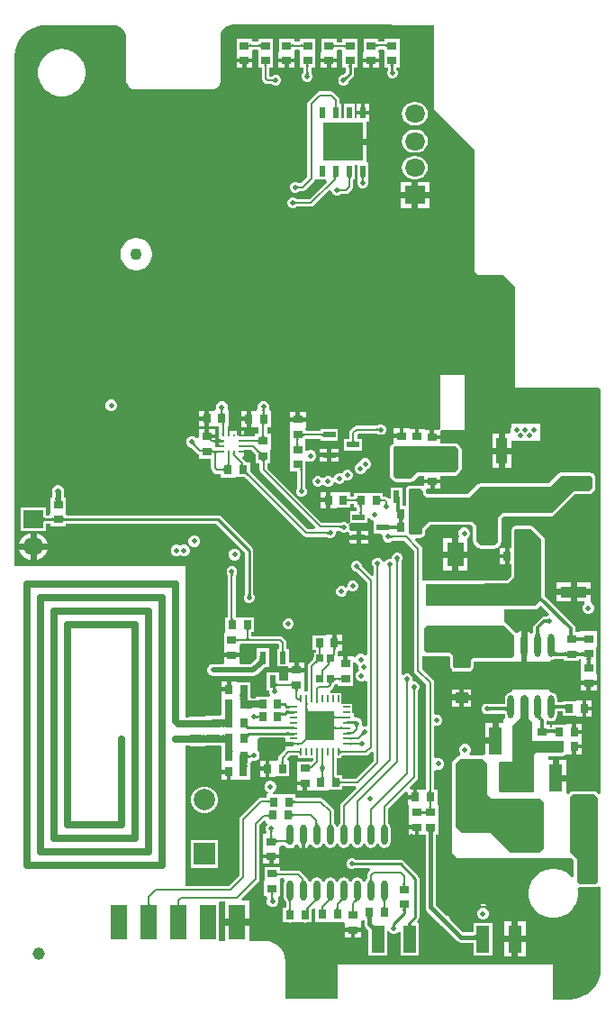
<source format=gtl>
G04*
G04 #@! TF.GenerationSoftware,Altium Limited,Altium Designer,21.0.8 (223)*
G04*
G04 Layer_Physical_Order=1*
G04 Layer_Color=255*
%FSTAX24Y24*%
%MOIN*%
G70*
G04*
G04 #@! TF.SameCoordinates,D94166DE-144D-4B7D-845D-6ED18FE10B1D*
G04*
G04*
G04 #@! TF.FilePolarity,Positive*
G04*
G01*
G75*
%ADD12C,0.0079*%
%ADD15C,0.0100*%
%ADD24R,0.0472X0.1024*%
%ADD25R,0.0984X0.1811*%
%ADD27R,0.0394X0.0472*%
%ADD28R,0.0315X0.0354*%
%ADD29R,0.0591X0.0866*%
%ADD31O,0.0236X0.0748*%
%ADD32R,0.0098X0.0108*%
%ADD33R,0.0108X0.0098*%
%ADD34R,0.0600X0.1260*%
%ADD35R,0.1378X0.0984*%
%ADD36R,0.0472X0.0984*%
%ADD37R,0.2480X0.0846*%
%ADD38R,0.1063X0.0827*%
%ADD39O,0.0236X0.0846*%
%ADD40R,0.0110X0.0315*%
%ADD41R,0.0315X0.0110*%
%ADD42R,0.0295X0.0276*%
%ADD43R,0.0354X0.0315*%
%ADD44R,0.0201X0.0437*%
%ADD46R,0.0453X0.0236*%
%ADD48R,0.0236X0.0453*%
%ADD49R,0.0472X0.0394*%
%ADD82R,0.0945X0.0394*%
%ADD83R,0.1063X0.1063*%
%ADD84R,0.1457X0.1417*%
%ADD85R,0.0394X0.0945*%
%ADD86C,0.0080*%
%ADD87C,0.0080*%
%ADD88C,0.0118*%
%ADD89C,0.0150*%
%ADD90C,0.0197*%
%ADD91C,0.0133*%
%ADD92C,0.0068*%
%ADD93C,0.0256*%
%ADD94C,0.0433*%
%ADD95O,0.0750X0.0650*%
%ADD96R,0.0750X0.0650*%
%ADD97R,0.0787X0.0787*%
%ADD98C,0.0787*%
%ADD99C,0.0454*%
%ADD100C,0.0197*%
G36*
X074213Y065197D02*
Y065192D01*
X07422Y065173D01*
X074239Y065165D01*
X075759D01*
X075759Y062045D01*
X077271Y060533D01*
X077271Y056051D01*
X077383Y055938D01*
X078334D01*
X078786Y055486D01*
X078786Y051746D01*
X081872D01*
X081927Y05169D01*
X081927Y03677D01*
X081854Y03674D01*
X081792Y036802D01*
X081753Y036828D01*
X081707Y036837D01*
X081707Y036837D01*
X080906D01*
X080906Y036837D01*
X08086Y036828D01*
X080821Y036802D01*
X080755Y036736D01*
X080677Y036769D01*
Y037204D01*
X080283D01*
Y037322D01*
X080165D01*
Y037991D01*
X079995D01*
Y038123D01*
X080511D01*
X080557Y038132D01*
X080596Y038158D01*
X080596Y038158D01*
X080612Y038174D01*
X080682Y038195D01*
X080682Y038195D01*
Y038195D01*
X080682Y038195D01*
X080879D01*
Y038491D01*
X080958D01*
Y038569D01*
X081233D01*
Y038786D01*
X081233D01*
Y038948D01*
X080958D01*
Y039027D01*
X080879D01*
Y039322D01*
X080682D01*
Y039322D01*
X080664Y039304D01*
X080149D01*
Y039209D01*
X080062D01*
Y039285D01*
X079933D01*
Y039414D01*
X080012Y039456D01*
X080032Y039442D01*
X080118Y039425D01*
X080203Y039442D01*
X080275Y03949D01*
X080323Y039562D01*
X08034Y039648D01*
Y039791D01*
X080533D01*
Y039618D01*
X080995D01*
X081066Y0396D01*
X081119Y0396D01*
X081263D01*
Y039896D01*
Y040191D01*
X081119D01*
X081066Y040191D01*
X080995Y040173D01*
X080634D01*
X080634Y040173D01*
X080634Y040173D01*
X080533D01*
Y040115D01*
X08034D01*
Y040258D01*
X080323Y040343D01*
X080275Y040415D01*
X080203Y040463D01*
X080121Y040479D01*
X080115Y040482D01*
X080056Y040548D01*
Y040594D01*
X078679D01*
Y040548D01*
X078619Y040482D01*
X078614Y040479D01*
X078532Y040463D01*
X07846Y040415D01*
X078412Y040343D01*
X078395Y040258D01*
Y040047D01*
X078395Y040047D01*
X077835D01*
X077766Y040076D01*
X077687D01*
X077614Y040046D01*
X077558Y03999D01*
X077528Y039917D01*
Y039838D01*
X077558Y039765D01*
X077614Y039709D01*
X077687Y039679D01*
X077766D01*
X077835Y039708D01*
X078395D01*
X078395Y039708D01*
Y039648D01*
X0784Y039622D01*
X078397Y039543D01*
X078342Y039488D01*
Y039375D01*
X078172D01*
Y038705D01*
X078054D01*
Y038587D01*
X07766D01*
Y0382D01*
X077645Y038184D01*
X077582Y038147D01*
X077559Y038151D01*
X077559Y038151D01*
X077124D01*
X077091Y03823D01*
X077104Y038243D01*
X077137Y038323D01*
Y038409D01*
X077104Y038488D01*
X077043Y038549D01*
X076963Y038582D01*
X076877D01*
X076798Y038549D01*
X076737Y038488D01*
X076704Y038409D01*
Y038323D01*
X076737Y038243D01*
X07675Y03823D01*
X076742Y03819D01*
X07672Y038148D01*
X076689Y038142D01*
X07665Y038116D01*
X07665Y038116D01*
X076478Y037943D01*
X076478Y037943D01*
X076477Y037943D01*
X076469Y037931D01*
X07646Y037921D01*
X076456Y037912D01*
X076451Y037904D01*
X076448Y03789D01*
X076443Y037877D01*
X076444Y037867D01*
X076442Y037858D01*
Y035531D01*
X07644Y03553D01*
X07644Y03553D01*
X07644Y034555D01*
X076637Y034358D01*
X080873D01*
X080875Y034359D01*
X080953Y03428D01*
Y033686D01*
X080953Y033686D01*
X080935Y033673D01*
X080875Y033656D01*
X080778Y033753D01*
X080769Y033759D01*
X080762Y033766D01*
X08063Y033854D01*
X080621Y033858D01*
X080612Y033863D01*
X080466Y033924D01*
X080456Y033926D01*
X080446Y03393D01*
X080291Y033961D01*
X08028D01*
X080271Y033963D01*
X080112D01*
X080102Y033961D01*
X080092D01*
X079936Y03393D01*
X079927Y033926D01*
X079917Y033924D01*
X07977Y033863D01*
X079761Y033858D01*
X079752Y033854D01*
X07962Y033766D01*
X079613Y033759D01*
X079605Y033753D01*
X079492Y033641D01*
X079487Y033632D01*
X079479Y033625D01*
X079391Y033493D01*
X079387Y033484D01*
X079382Y033475D01*
X079321Y033328D01*
X079319Y033319D01*
X079315Y033309D01*
X079284Y033153D01*
Y033143D01*
X079282Y033134D01*
Y032975D01*
X079284Y032965D01*
Y032955D01*
X079315Y032799D01*
X079319Y032789D01*
X079321Y03278D01*
X079382Y032633D01*
X079387Y032624D01*
X079391Y032615D01*
X079479Y032483D01*
X079487Y032476D01*
X079492Y032467D01*
X079605Y032355D01*
X079613Y032349D01*
X07962Y032342D01*
X079752Y032254D01*
X079761Y03225D01*
X07977Y032245D01*
X079917Y032184D01*
X079927Y032182D01*
X079936Y032178D01*
X080092Y032147D01*
X080102D01*
X080112Y032145D01*
X080271D01*
X08028Y032147D01*
X080291D01*
X080446Y032178D01*
X080456Y032182D01*
X080466Y032184D01*
X080612Y032245D01*
X080621Y03225D01*
X08063Y032254D01*
X080762Y032342D01*
X080769Y032349D01*
X080778Y032355D01*
X08089Y032467D01*
X080896Y032476D01*
X080903Y032483D01*
X080991Y032615D01*
X080995Y032624D01*
X081001Y032633D01*
X081061Y03278D01*
X081063Y032789D01*
X081067Y032799D01*
X081098Y032955D01*
Y032965D01*
X0811Y032975D01*
Y033134D01*
X081098Y033143D01*
Y033153D01*
X081083Y033231D01*
X081087Y033238D01*
X081151Y033291D01*
X081164Y033289D01*
X081164Y033289D01*
X081763D01*
X081809Y033298D01*
X081848Y033324D01*
X081848Y033324D01*
X081854Y033329D01*
X081926Y033299D01*
X081926Y030332D01*
X081926Y030331D01*
Y030045D01*
X081899Y029945D01*
X081839Y029799D01*
X08176Y029662D01*
X081664Y029537D01*
X081552Y029425D01*
X081427Y029329D01*
X08129Y02925D01*
X081144Y02919D01*
X080991Y029149D01*
X080835Y029128D01*
X080756Y029128D01*
X080168D01*
X080168Y030372D01*
X080168Y030409D01*
X08017Y030413D01*
X080162Y030432D01*
X080143Y03044D01*
X080143Y03044D01*
X080096Y03044D01*
X07228D01*
X072233Y03044D01*
X072233Y03044D01*
X072215Y030432D01*
X072207Y030413D01*
X072207Y030413D01*
X072207Y030372D01*
Y02916D01*
X070266D01*
Y030571D01*
X070266Y030572D01*
X070266Y030572D01*
X070267Y030572D01*
X070254Y03071D01*
X070212Y030846D01*
X070145Y030972D01*
X070055Y031082D01*
X069944Y031173D01*
X069819Y03124D01*
X069682Y031281D01*
X069602Y031289D01*
X06954Y031295D01*
X069526Y031294D01*
X069448Y031294D01*
X068942D01*
Y031875D01*
X068027D01*
Y031294D01*
X067794D01*
Y032723D01*
X067865Y032743D01*
X068027D01*
Y032111D01*
X068942D01*
Y032781D01*
X068671D01*
X068639Y032859D01*
X069265Y033486D01*
X069296Y033532D01*
X069307Y033586D01*
Y035574D01*
X069478Y035746D01*
X069557Y035713D01*
Y035675D01*
X069559D01*
X069592Y035596D01*
X069564Y035568D01*
X069531Y035488D01*
Y035402D01*
X06956Y03533D01*
X069547Y035293D01*
X069523Y035251D01*
X069452D01*
Y034779D01*
X069452Y0347D01*
X069452Y034622D01*
Y034503D01*
X069747D01*
X070042D01*
Y034622D01*
X070042Y0347D01*
X070042Y034769D01*
X070098Y034825D01*
X070243D01*
X070267Y034789D01*
X070345Y034737D01*
X070437Y034719D01*
X070529Y034737D01*
X070607Y034789D01*
X070643Y034843D01*
X070649Y034845D01*
X070724D01*
X070731Y034843D01*
X070767Y034789D01*
X070845Y034737D01*
X070858Y034734D01*
Y035215D01*
X071016D01*
Y034734D01*
X071029Y034737D01*
X071107Y034789D01*
X071154Y034859D01*
X071187Y034866D01*
X071239Y034863D01*
X07128Y034802D01*
X071352Y034754D01*
X071437Y034737D01*
X071522Y034754D01*
X071594Y034802D01*
X071642Y034874D01*
X071647Y034896D01*
X071727D01*
X071731Y034874D01*
X07178Y034802D01*
X071852Y034754D01*
X071937Y034737D01*
X072022Y034754D01*
X072094Y034802D01*
X072142Y034874D01*
X072147Y034896D01*
X072227D01*
X072231Y034874D01*
X07228Y034802D01*
X072352Y034754D01*
X072437Y034737D01*
X072522Y034754D01*
X072594Y034802D01*
X072642Y034874D01*
X072647Y034896D01*
X072727D01*
X072731Y034874D01*
X07278Y034802D01*
X072852Y034754D01*
X072937Y034737D01*
X073022Y034754D01*
X073094Y034802D01*
X073142Y034874D01*
X073147Y034896D01*
X073227D01*
X073231Y034874D01*
X07328Y034802D01*
X073352Y034754D01*
X073437Y034737D01*
X073522Y034754D01*
X073594Y034802D01*
X073642Y034874D01*
X073647Y034896D01*
X073727D01*
X073731Y034874D01*
X07378Y034802D01*
X073852Y034754D01*
X073937Y034737D01*
X074022Y034754D01*
X074094Y034802D01*
X074142Y034874D01*
X074159Y034959D01*
Y035471D01*
X074142Y035556D01*
X074094Y035628D01*
X07408Y035638D01*
X07408Y035642D01*
Y036189D01*
X074723Y036833D01*
X074802Y0368D01*
Y036688D01*
X074999D01*
Y036905D01*
X074907D01*
X074874Y036984D01*
X075143Y037253D01*
X075174Y037299D01*
X075185Y037354D01*
X075185Y037354D01*
Y040544D01*
X075186Y040545D01*
X07519Y040552D01*
X075211Y040572D01*
X075241Y040645D01*
Y040724D01*
X075211Y040797D01*
X075155Y040853D01*
X075082Y040883D01*
X07503D01*
X074979Y040934D01*
X07497Y040955D01*
Y041023D01*
X07494Y041095D01*
X074884Y041151D01*
X074811Y041181D01*
X074732D01*
X074659Y041151D01*
X074637Y041129D01*
X074558Y041162D01*
Y04531D01*
X074559Y045311D01*
X07456Y045313D01*
X074564Y045319D01*
X074583Y045338D01*
X074613Y045411D01*
Y04549D01*
X074583Y045563D01*
X074527Y045618D01*
X074454Y045649D01*
X074375D01*
X074302Y045618D01*
X074246Y045563D01*
X074216Y04549D01*
Y045467D01*
X074172Y045438D01*
X074093D01*
X074021Y045408D01*
X073965Y045352D01*
X073957Y045334D01*
X073874Y045338D01*
X073854Y045385D01*
X073798Y045441D01*
X073726Y045472D01*
X073647D01*
X073574Y045441D01*
X073518Y045385D01*
X073488Y045313D01*
Y045234D01*
X073518Y045161D01*
X073532Y045146D01*
X073535Y045142D01*
X073537Y045139D01*
X073537Y045138D01*
X073538Y045137D01*
X073538Y045136D01*
X073538Y045136D01*
Y044834D01*
X073459Y044801D01*
X073103Y045158D01*
X073103Y045159D01*
X073101Y045167D01*
Y045196D01*
X073071Y045269D01*
X073015Y045325D01*
X072942Y045355D01*
X072863D01*
X07279Y045325D01*
X072734Y045269D01*
X072704Y045196D01*
Y045117D01*
X072734Y045045D01*
X07279Y044989D01*
X072863Y044959D01*
X072892D01*
X0729Y044957D01*
X072902Y044957D01*
X073295Y044564D01*
Y041889D01*
X073216Y041857D01*
X073186Y041887D01*
X073106Y04192D01*
X07302D01*
X07294Y041887D01*
X072879Y041826D01*
X072869Y041802D01*
X07279Y041817D01*
Y041818D01*
X072574D01*
Y041543D01*
X072416D01*
Y041818D01*
X072202D01*
X072202Y042007D01*
X07227Y042031D01*
X072365D01*
Y042248D01*
X07209D01*
Y042326D01*
X072011D01*
Y042622D01*
X071867D01*
X071814Y042622D01*
X071743Y042603D01*
X071281D01*
Y042049D01*
X0714D01*
Y041964D01*
X07139Y041958D01*
X071387Y041954D01*
X071383Y04195D01*
X071382Y041948D01*
X071336D01*
Y041797D01*
X071331Y041795D01*
X071326Y041788D01*
X071319Y041783D01*
X071313Y041773D01*
X071306Y041764D01*
X071304Y041755D01*
X0713Y041748D01*
X071299Y041736D01*
X071295Y041725D01*
X071296Y041717D01*
X071296Y041708D01*
X071296Y041708D01*
X071284Y041694D01*
X071135Y041545D01*
X071104Y041499D01*
X071093Y041444D01*
X071093Y041444D01*
Y040531D01*
X07098D01*
Y041043D01*
Y04124D01*
X070389D01*
Y040929D01*
X070042D01*
Y041232D01*
X06957D01*
Y040543D01*
X069671D01*
Y040482D01*
X069704Y040403D01*
X069704Y040402D01*
X069664Y040332D01*
X069171D01*
Y040276D01*
X069049D01*
X068989Y040321D01*
Y040418D01*
X06899Y040422D01*
X068989Y040423D01*
X06899Y040424D01*
X068989Y040427D01*
Y040875D01*
X068527D01*
X068456Y040893D01*
X068403Y040893D01*
X068259D01*
Y040598D01*
X06818D01*
Y040519D01*
X067905D01*
Y040339D01*
X067902D01*
Y039877D01*
X067901Y039874D01*
X067902Y03987D01*
X067901Y039867D01*
X067902Y039862D01*
Y039748D01*
X067902D01*
X067908Y039669D01*
X067902Y039649D01*
X067838Y039615D01*
X067795D01*
X067789Y039616D01*
X067784Y039615D01*
X067443D01*
X067438Y039616D01*
X067433Y039615D01*
X067427Y039615D01*
X067425Y039615D01*
X067318D01*
Y039605D01*
X067205D01*
X067199Y039606D01*
X067199Y039606D01*
X067199Y039606D01*
X067194Y039605D01*
X066853D01*
X066848Y039606D01*
X066848Y039606D01*
X066848Y039606D01*
X066842Y039605D01*
X066728D01*
Y03958D01*
X066668Y039576D01*
X066583D01*
Y045158D01*
X06025D01*
Y064011D01*
X06025Y064012D01*
X060264Y064191D01*
X060306Y064368D01*
X060375Y064535D01*
X06047Y06469D01*
X060588Y064827D01*
X060726Y064945D01*
X06088Y06504D01*
X061048Y065109D01*
X061224Y065152D01*
X061328Y06516D01*
X061405Y065165D01*
D01*
X061413Y065165D01*
X063884D01*
X063886Y065166D01*
X064011Y065149D01*
X064131Y0651D01*
X064234Y065021D01*
X064313Y064918D01*
X064363Y064798D01*
X064371Y064741D01*
X064379Y064666D01*
X064379Y064666D01*
X064379Y064666D01*
X064379Y064588D01*
Y0632D01*
X064379Y063125D01*
X064379Y063124D01*
X064379Y063124D01*
X064379Y063123D01*
X06438Y063123D01*
X06439Y063047D01*
X064425Y062962D01*
X064481Y062888D01*
X064554Y062832D01*
X06464Y062797D01*
X064683Y062791D01*
X064693Y062787D01*
X064706D01*
X064706Y062787D01*
X064706Y062787D01*
X067457D01*
X067533Y062787D01*
X067533Y062787D01*
X067534Y062787D01*
Y062787D01*
X067535Y062787D01*
X06761Y062797D01*
X067695Y062833D01*
X067769Y062889D01*
X067825Y062962D01*
X06786Y063047D01*
X067868Y063109D01*
X06787Y063114D01*
Y064666D01*
Y064851D01*
X067897Y064917D01*
X067954Y065003D01*
X068028Y065077D01*
X068114Y065135D01*
X068209Y065176D01*
X068311Y065197D01*
X068363Y065197D01*
X068365Y065197D01*
X074213Y065197D01*
D02*
G37*
G36*
X074479Y045375D02*
X074474Y045369D01*
X07447Y045362D01*
X074466Y045354D01*
X074463Y045347D01*
X07446Y045339D01*
X074458Y04533D01*
X074457Y045321D01*
X074456Y045312D01*
X074456Y045302D01*
X074377Y0453D01*
X074377Y04531D01*
X074376Y045319D01*
X074374Y045328D01*
X074372Y045337D01*
X07437Y045345D01*
X074366Y045352D01*
X074362Y04536D01*
X074358Y045366D01*
X074353Y045373D01*
X074347Y045379D01*
X074485Y045381D01*
X074479Y045375D01*
D02*
G37*
G36*
X073751Y045199D02*
X073745Y045193D01*
X073739Y045187D01*
X073735Y045181D01*
X073731Y045173D01*
X073727Y045166D01*
X073725Y045158D01*
X073722Y04515D01*
X073721Y045141D01*
X07372Y045131D01*
X07372Y045121D01*
X073641Y045127D01*
X073641Y045136D01*
X07364Y045146D01*
X073638Y045155D01*
X073636Y045163D01*
X073634Y045172D01*
X073631Y04518D01*
X073627Y045187D01*
X073623Y045194D01*
X073618Y045201D01*
X073613Y045207D01*
X073751Y045199D01*
D02*
G37*
G36*
X074196Y045163D02*
X074191Y045157D01*
X074187Y04515D01*
X074183Y045143D01*
X07418Y045135D01*
X074177Y045127D01*
X074175Y045118D01*
X074173Y04511D01*
X074173Y0451D01*
X074172Y04509D01*
X074094D01*
X074093Y0451D01*
X074092Y04511D01*
X074091Y045118D01*
X074089Y045127D01*
X074086Y045135D01*
X074083Y045143D01*
X074079Y04515D01*
X074075Y045157D01*
X07407Y045163D01*
X074064Y045169D01*
X074202D01*
X074196Y045163D01*
D02*
G37*
G36*
X073001Y045148D02*
X073002Y04514D01*
X073004Y045132D01*
X073006Y045124D01*
X07301Y045116D01*
X073013Y045109D01*
X073018Y045101D01*
X073023Y045094D01*
X073029Y045086D01*
X073036Y045079D01*
X07298Y045024D01*
X072973Y04503D01*
X072966Y045036D01*
X072959Y045042D01*
X072951Y045046D01*
X072943Y04505D01*
X072936Y045053D01*
X072928Y045056D01*
X07292Y045057D01*
X072912Y045058D01*
X072904Y045059D01*
X073001Y045156D01*
X073001Y045148D01*
D02*
G37*
G36*
X072161Y042151D02*
X072154Y042148D01*
X072148Y042144D01*
X072143Y042139D01*
X072139Y042132D01*
X072135Y042123D01*
X072133Y042112D01*
X072131Y0421D01*
X072129Y042087D01*
X072129Y042072D01*
X07205D01*
X07205Y042087D01*
X072049Y0421D01*
X072047Y042112D01*
X072044Y042123D01*
X07204Y042132D01*
X072036Y042139D01*
X072031Y042144D01*
X072025Y042148D01*
X072018Y042151D01*
X072011Y042151D01*
X072168D01*
X072161Y042151D01*
D02*
G37*
G36*
X071615Y042151D02*
X071608Y042148D01*
X071602Y042144D01*
X071597Y042139D01*
X071592Y042131D01*
X071589Y042122D01*
X071586Y042112D01*
X071584Y0421D01*
X071583Y042086D01*
X071582Y04207D01*
X071502D01*
X071502Y042086D01*
X071501Y0421D01*
X071499Y042112D01*
X071496Y042122D01*
X071492Y042131D01*
X071488Y042139D01*
X071483Y042144D01*
X071477Y042148D01*
X07147Y042151D01*
X071462Y042151D01*
X071622D01*
X071615Y042151D01*
D02*
G37*
G36*
X071583Y041952D02*
X071584Y041938D01*
X071586Y041926D01*
X071589Y041915D01*
X071592Y041906D01*
X071597Y041899D01*
X071602Y041893D01*
X071608Y041889D01*
X071615Y041887D01*
X071622Y041886D01*
X071462D01*
X07147Y041887D01*
X071477Y041889D01*
X071483Y041893D01*
X071488Y041899D01*
X071492Y041906D01*
X071496Y041915D01*
X071499Y041926D01*
X071501Y041938D01*
X071502Y041952D01*
X071502Y041967D01*
X071582D01*
X071583Y041952D01*
D02*
G37*
G36*
X071519Y041615D02*
X071512Y041619D01*
X071505Y041621D01*
X071496Y041621D01*
X071486Y041618D01*
X071475Y041613D01*
X071464Y041607D01*
X071451Y041598D01*
X071437Y041586D01*
X071406Y041558D01*
X071339Y041604D01*
X071356Y041621D01*
X071381Y041651D01*
X071391Y041664D01*
X071398Y041676D01*
X071402Y041687D01*
X071405Y041697D01*
X071404Y041705D01*
X071402Y041712D01*
X071397Y041717D01*
X071519Y041615D01*
D02*
G37*
G36*
X071947Y041615D02*
X071942Y041612D01*
X071937Y041609D01*
X071932Y041603D01*
X071928Y041597D01*
X071925Y041589D01*
X071923Y041579D01*
X071921Y041568D01*
X07192Y041555D01*
X07192Y041541D01*
X071841D01*
X071841Y041555D01*
X07184Y041568D01*
X071838Y041579D01*
X071836Y041589D01*
X071833Y041597D01*
X071829Y041603D01*
X071825Y041609D01*
X07182Y041612D01*
X071814Y041615D01*
X071807Y041615D01*
X071954D01*
X071947Y041615D01*
D02*
G37*
G36*
X071689Y04112D02*
X07157Y041118D01*
X071578Y041119D01*
X071584Y041122D01*
X07159Y041126D01*
X071595Y041131D01*
X0716Y041139D01*
X071603Y041147D01*
X071606Y041158D01*
X071608Y04117D01*
X071609Y041183D01*
X07161Y041198D01*
X071688D01*
X071689Y04112D01*
D02*
G37*
G36*
X07232Y040903D02*
X07232Y040911D01*
X072317Y040918D01*
X072313Y040924D01*
X072307Y040929D01*
X0723Y040933D01*
X072291Y040937D01*
X072281Y040939D01*
X072268Y040941D01*
X072255Y040943D01*
X072239Y040943D01*
Y041023D01*
X072255Y041023D01*
X072268Y041025D01*
X072281Y041027D01*
X072291Y041029D01*
X0723Y041033D01*
X072307Y041037D01*
X072313Y041043D01*
X072317Y041049D01*
X07232Y041055D01*
X07232Y041063D01*
Y040903D01*
D02*
G37*
G36*
X072083Y041055D02*
X072086Y041049D01*
X07209Y041043D01*
X072095Y041037D01*
X072102Y041033D01*
X072111Y041029D01*
X072122Y041027D01*
X072134Y041025D01*
X072147Y041023D01*
X072162Y041023D01*
Y040943D01*
X072147Y040943D01*
X072134Y040941D01*
X072122Y040939D01*
X072111Y040937D01*
X072102Y040933D01*
X072095Y040929D01*
X07209Y040924D01*
X072086Y040918D01*
X072083Y040911D01*
X072083Y040903D01*
Y041063D01*
X072083Y041055D01*
D02*
G37*
G36*
X074835Y040907D02*
X07483Y0409D01*
X074825Y040894D01*
X074822Y040886D01*
X074818Y040879D01*
X074816Y04087D01*
X074814Y040862D01*
X074812Y040853D01*
X074811Y040844D01*
X074811Y040834D01*
X074732D01*
X074732Y040844D01*
X074731Y040853D01*
X07473Y040862D01*
X074727Y04087D01*
X074725Y040879D01*
X074722Y040886D01*
X074718Y040894D01*
X074713Y0409D01*
X074708Y040907D01*
X074703Y040913D01*
X07484D01*
X074835Y040907D01*
D02*
G37*
G36*
X072007Y040847D02*
X072001Y040844D01*
X071995Y04084D01*
X07199Y040835D01*
X071986Y040828D01*
X071982Y040819D01*
X071979Y040808D01*
X071978Y040796D01*
X071976Y040783D01*
X071976Y040768D01*
X071896D01*
X071896Y040783D01*
X071895Y040796D01*
X071893Y040808D01*
X07189Y040819D01*
X071886Y040828D01*
X071882Y040835D01*
X071877Y04084D01*
X071871Y040844D01*
X071865Y040847D01*
X071857Y040848D01*
X072015D01*
X072007Y040847D01*
D02*
G37*
G36*
X072879Y041581D02*
X07294Y04152D01*
X072986Y041501D01*
X07297Y041463D01*
Y041377D01*
X073001Y041303D01*
X072966Y041289D01*
X072905Y041228D01*
X072872Y041148D01*
Y041062D01*
X072905Y040982D01*
X072966Y040922D01*
X073045Y040889D01*
X073132D01*
X073211Y040922D01*
X073216Y040926D01*
X073295Y040894D01*
Y039252D01*
X073231Y03921D01*
X073174D01*
X073129Y039257D01*
X073118Y039281D01*
X073123Y039293D01*
Y03938D01*
X07309Y039459D01*
X073029Y03952D01*
X07295Y039553D01*
X072864D01*
X072806Y039604D01*
Y039739D01*
X072747D01*
Y040074D01*
X072349D01*
Y040472D01*
X071966D01*
X071954Y040487D01*
X071946Y040576D01*
X072037Y040667D01*
X072037Y040667D01*
X072068Y040713D01*
X072079Y040768D01*
X072143Y040786D01*
X072218Y040778D01*
Y040734D01*
X072772D01*
Y041196D01*
X07279Y041267D01*
X07279D01*
X07279Y041267D01*
Y04159D01*
X072869Y041606D01*
X072879Y041581D01*
D02*
G37*
G36*
X07051Y040688D02*
X070509Y040695D01*
X070506Y040702D01*
X070502Y040708D01*
X070497Y040713D01*
X070489Y040718D01*
X07048Y040721D01*
X07047Y040724D01*
X070458Y040726D01*
X070444Y040727D01*
X070429Y040728D01*
Y040808D01*
X070444Y040808D01*
X070458Y040809D01*
X07047Y040811D01*
X07048Y040814D01*
X070489Y040818D01*
X070497Y040822D01*
X070502Y040827D01*
X070506Y040833D01*
X070509Y04084D01*
X07051Y040848D01*
Y040688D01*
D02*
G37*
G36*
X069923Y04084D02*
X069925Y040833D01*
X069929Y040827D01*
X069935Y040822D01*
X069942Y040818D01*
X069951Y040814D01*
X069962Y040811D01*
X069974Y040809D01*
X069988Y040808D01*
X070003Y040808D01*
Y040728D01*
X069988Y040727D01*
X069974Y040726D01*
X069962Y040724D01*
X069951Y040721D01*
X069942Y040718D01*
X069935Y040713D01*
X069929Y040708D01*
X069925Y040702D01*
X069923Y040695D01*
X069922Y040688D01*
Y040848D01*
X069923Y04084D01*
D02*
G37*
G36*
X069906Y040671D02*
X069907Y040662D01*
X069907Y040662D01*
X069923D01*
X06992Y040661D01*
X069917Y040659D01*
X069914Y040655D01*
X069912Y040649D01*
X069911Y040645D01*
X069911Y040645D01*
X069914Y040638D01*
X069918Y040631D01*
X069922Y040625D01*
X069927Y040619D01*
X069933Y040614D01*
X069939Y04061D01*
X069906Y040602D01*
X069906Y040597D01*
X069905Y040582D01*
X069826D01*
X069826Y040583D01*
X069805Y040578D01*
X069809Y040585D01*
X069812Y040592D01*
X069815Y040599D01*
X069818Y040607D01*
X06982Y040615D01*
X069822Y040623D01*
X069822Y040623D01*
X069819Y040633D01*
X069816Y040642D01*
X069811Y040649D01*
X069806Y040655D01*
X0698Y040659D01*
X069793Y040661D01*
X069786Y040662D01*
X069831D01*
X069905Y040681D01*
X069906Y040671D01*
D02*
G37*
G36*
X075106Y040608D02*
X075101Y040602D01*
X075097Y040595D01*
X075093Y040588D01*
X07509Y04058D01*
X075087Y040572D01*
X075085Y040564D01*
X075083Y040555D01*
X075083Y040545D01*
X075082Y040536D01*
X075002D01*
X075002Y040545D01*
X075001Y040555D01*
X075Y040564D01*
X074998Y040572D01*
X074995Y04058D01*
X074992Y040588D01*
X074988Y040595D01*
X074984Y040602D01*
X074979Y040608D01*
X074973Y040614D01*
X075111D01*
X075106Y040608D01*
D02*
G37*
G36*
X070757Y040611D02*
X07075Y040608D01*
X070744Y040604D01*
X070739Y040599D01*
X070734Y040591D01*
X070731Y040583D01*
X070728Y040572D01*
X070726Y04056D01*
X070725Y040547D01*
X070724Y040532D01*
X070644D01*
X070644Y040547D01*
X070643Y04056D01*
X070641Y040572D01*
X070638Y040583D01*
X070634Y040591D01*
X07063Y040599D01*
X070625Y040604D01*
X070619Y040608D01*
X070612Y040611D01*
X070604Y040611D01*
X070764D01*
X070757Y040611D01*
D02*
G37*
G36*
X071488Y040476D02*
X071491Y040432D01*
X071493Y040424D01*
X071494Y040419D01*
X071497Y040415D01*
X071499Y040412D01*
X071502Y040412D01*
X071394D01*
X071397Y040412D01*
X071399Y040415D01*
X071401Y040419D01*
X071403Y040424D01*
X071404Y040432D01*
X071406Y04044D01*
X071407Y040463D01*
X071408Y040492D01*
X071488D01*
X071488Y040476D01*
D02*
G37*
G36*
X071276D02*
X071278Y040451D01*
X07128Y04044D01*
X071283Y040432D01*
X071286Y040424D01*
X07129Y040419D01*
X071294Y040415D01*
X071299Y040412D01*
X071305Y040412D01*
X071197D01*
X071197Y040412D01*
X071197Y040415D01*
X071196Y040432D01*
X071196Y040492D01*
X071276D01*
X071276Y040476D01*
D02*
G37*
G36*
X068857Y040427D02*
X068858Y040422D01*
X068888D01*
X068882Y040419D01*
X068877Y040412D01*
X068872Y040399D01*
X068868Y040381D01*
X068865Y040358D01*
X068863Y040334D01*
X068867Y04026D01*
X068871Y040242D01*
X068875Y04023D01*
X06888Y040222D01*
X068885Y040219D01*
X068858D01*
X068857Y040166D01*
X068601D01*
X068601Y040215D01*
X068601Y040219D01*
X068573D01*
X068578Y040222D01*
X068583Y04023D01*
X068587Y040242D01*
X068591Y04026D01*
X068594Y040283D01*
X068595Y040299D01*
X068588Y040399D01*
X068584Y040412D01*
X06858Y040419D01*
X068575Y040422D01*
X0686D01*
X068601Y040475D01*
X068857D01*
X068857Y040427D01*
D02*
G37*
G36*
X070805Y040161D02*
X070804Y040167D01*
X070802Y040173D01*
X070798Y040178D01*
X070793Y040182D01*
X070786Y040185D01*
X070778Y040188D01*
X070769Y040191D01*
X070758Y040192D01*
X070745Y040193D01*
X070731Y040193D01*
Y040273D01*
X070745Y040274D01*
X070758Y040275D01*
X070769Y040276D01*
X070778Y040279D01*
X070786Y040281D01*
X070793Y040285D01*
X070798Y040289D01*
X070802Y040294D01*
X070804Y0403D01*
X070805Y040306D01*
Y040161D01*
D02*
G37*
G36*
X071105Y040098D02*
X071103Y040096D01*
X071101Y040092D01*
X071099Y040086D01*
X071097Y040079D01*
X071096Y040071D01*
X071094Y040049D01*
X071093Y04002D01*
X071015D01*
X071015Y040035D01*
X071011Y040079D01*
X071009Y040086D01*
X071008Y040092D01*
X071005Y040096D01*
X071003Y040098D01*
X071Y040099D01*
X071108D01*
X071105Y040098D01*
D02*
G37*
G36*
X070135Y040128D02*
X070138Y040121D01*
X070143Y040115D01*
X070149Y040109D01*
X070158Y040104D01*
X070168Y040101D01*
X07018Y040098D01*
X070195Y040096D01*
X07021Y040094D01*
X070228Y040094D01*
Y039994D01*
X07021Y039993D01*
X070195Y039992D01*
X07018Y03999D01*
X070168Y039987D01*
X070158Y039983D01*
X070149Y039978D01*
X070143Y039973D01*
X070138Y039967D01*
X070135Y039959D01*
X070134Y039951D01*
Y040136D01*
X070135Y040128D01*
D02*
G37*
G36*
X068888Y04021D02*
X068896Y040202D01*
X068908Y040195D01*
X068926Y040189D01*
X068949Y040183D01*
X068977Y040179D01*
X069049Y040173D01*
X069141Y040171D01*
Y039915D01*
X069093Y039915D01*
X068977Y039908D01*
X068949Y039903D01*
X068926Y039898D01*
X068908Y039892D01*
X068896Y039885D01*
X068888Y039876D01*
X068885Y039867D01*
Y040219D01*
X068888Y04021D01*
D02*
G37*
G36*
X080634Y039835D02*
X080633Y039846D01*
X080629Y039856D01*
X080624Y039865D01*
X080615Y039872D01*
X080605Y039879D01*
X080592Y039884D01*
X080576Y039888D01*
X080559Y039891D01*
X080538Y039893D01*
X080516Y039894D01*
Y040012D01*
X080538Y040012D01*
X080559Y040014D01*
X080576Y040017D01*
X080592Y040021D01*
X080605Y040027D01*
X080615Y040033D01*
X080624Y040041D01*
X080629Y04005D01*
X080633Y04006D01*
X080634Y040071D01*
Y039835D01*
D02*
G37*
G36*
X080235Y04006D02*
X080239Y04005D01*
X080245Y040041D01*
X080253Y040033D01*
X080264Y040027D01*
X080277Y040021D01*
X080293Y040017D01*
X080311Y040014D01*
X080331Y040012D01*
X080354Y040012D01*
Y039894D01*
X080331Y039893D01*
X080311Y039891D01*
X080293Y039888D01*
X080277Y039884D01*
X080264Y039879D01*
X080253Y039872D01*
X080245Y039865D01*
X080239Y039856D01*
X080235Y039846D01*
X080234Y039835D01*
Y040071D01*
X080235Y04006D01*
D02*
G37*
G36*
X077797Y039946D02*
X0778Y039945D01*
X077803Y039945D01*
X07782Y039944D01*
X077858Y039944D01*
Y039811D01*
X077796Y039809D01*
Y039946D01*
X077797Y039946D01*
D02*
G37*
G36*
X071094Y039864D02*
X071095Y039851D01*
X071097Y039839D01*
X0711Y039829D01*
X071103Y03982D01*
X071108Y039813D01*
X071113Y039807D01*
X071119Y039803D01*
X071125Y039801D01*
X071133Y0398D01*
X071017Y039801D01*
X071015Y03988D01*
X071093D01*
X071094Y039864D01*
D02*
G37*
G36*
X078501Y039744D02*
X078499Y039757D01*
X078495Y039768D01*
X078489Y039778D01*
X078479Y039787D01*
X078467Y039794D01*
X078452Y0398D01*
X078435Y039805D01*
X078415Y039808D01*
X078392Y03981D01*
X078367Y039811D01*
Y039944D01*
X078392Y039945D01*
X078415Y039947D01*
X078435Y03995D01*
X078452Y039955D01*
X078467Y039961D01*
X078479Y039968D01*
X078489Y039977D01*
X078495Y039987D01*
X078499Y039998D01*
X078501Y04001D01*
Y039744D01*
D02*
G37*
G36*
X070406Y039709D02*
X070405Y03971D01*
X070402Y039711D01*
X070397Y039711D01*
X070381Y039712D01*
X070306Y039713D01*
Y039813D01*
X070406Y039817D01*
Y039709D01*
D02*
G37*
G36*
X069269Y039502D02*
X069268Y03951D01*
X069266Y039517D01*
X069262Y039523D01*
X069256Y039528D01*
X069249Y039532D01*
X06924Y039536D01*
X06923Y039539D01*
X06922Y03954D01*
X069216Y03954D01*
X069208Y039538D01*
X0692Y039535D01*
X069192Y039532D01*
X069185Y039529D01*
X069178Y039525D01*
X069171Y03952D01*
X069165Y039515D01*
X06917Y039652D01*
X069176Y039646D01*
X069182Y039641D01*
X069189Y039637D01*
X069196Y039633D01*
X069203Y03963D01*
X069211Y039627D01*
X06922Y039625D01*
X069222Y039625D01*
X06923Y039626D01*
X06924Y039629D01*
X069249Y039632D01*
X069256Y039637D01*
X069262Y039642D01*
X069266Y039648D01*
X069268Y039655D01*
X069269Y039662D01*
Y039502D01*
D02*
G37*
G36*
X070134Y039755D02*
X070136Y039752D01*
X070141Y039749D01*
X070148Y039747D01*
X070156Y039745D01*
X070166Y039744D01*
X070192Y039742D01*
X070226Y039741D01*
Y039641D01*
X070208Y039641D01*
X070192Y039639D01*
X070178Y039637D01*
X070166Y039634D01*
X070155Y03963D01*
X070147Y039625D01*
X07014Y03962D01*
X070135Y039613D01*
X070132Y039606D01*
X070131Y039598D01*
X070133Y039758D01*
X070134Y039755D01*
D02*
G37*
G36*
X068329Y039865D02*
X068324Y039857D01*
X06832Y039844D01*
X068316Y039826D01*
X068313Y039803D01*
X068308Y039742D01*
X068308Y039709D01*
X068316Y03957D01*
X06832Y039552D01*
X068324Y03954D01*
X068329Y039532D01*
X068334Y039529D01*
X068022D01*
X068027Y039532D01*
X068032Y03954D01*
X068036Y039552D01*
X06804Y03957D01*
X068043Y039593D01*
X068047Y039655D01*
X068048Y039687D01*
X06804Y039826D01*
X068036Y039844D01*
X068032Y039857D01*
X068027Y039865D01*
X068022Y039867D01*
X068334D01*
X068329Y039865D01*
D02*
G37*
G36*
X072374Y039513D02*
X072373Y039515D01*
X072371Y039518D01*
X072367Y03952D01*
X072362Y039522D01*
X072355Y039523D01*
X072346Y039525D01*
X072324Y039526D01*
X072296Y039527D01*
Y039606D01*
X07231Y039606D01*
X072355Y039609D01*
X072362Y039611D01*
X072367Y039613D01*
X072371Y039615D01*
X072373Y039617D01*
X072374Y03962D01*
Y039513D01*
D02*
G37*
G36*
X072077Y039638D02*
X072079Y039631D01*
X072083Y039625D01*
X072089Y03962D01*
X072096Y039616D01*
X072105Y039612D01*
X072115Y039609D01*
X072127Y039607D01*
X072141Y039606D01*
X072156Y039606D01*
Y039527D01*
X072141Y039527D01*
X072127Y039525D01*
X072115Y039523D01*
X072105Y039521D01*
X072096Y039517D01*
X072089Y039513D01*
X072083Y039508D01*
X072079Y039502D01*
X072077Y039495D01*
X072076Y039488D01*
Y039645D01*
X072077Y039638D01*
D02*
G37*
G36*
X068022Y039474D02*
X068045Y039474D01*
Y039218D01*
X068022Y039218D01*
Y039177D01*
X068019Y039185D01*
X068011Y039192D01*
X067999Y039198D01*
X067981Y039203D01*
X067958Y039208D01*
X067929Y039212D01*
X067921Y039212D01*
X06783Y039205D01*
X067812Y039201D01*
X0678Y039195D01*
X067792Y039189D01*
X067789Y039183D01*
Y039218D01*
X067766Y039218D01*
Y039474D01*
X067789Y039474D01*
Y039495D01*
X067792Y039491D01*
X0678Y039488D01*
X067812Y039484D01*
X06783Y039482D01*
X067869Y039479D01*
X067929Y039483D01*
X067958Y039488D01*
X067981Y039494D01*
X067999Y039501D01*
X068011Y039509D01*
X068019Y039519D01*
X068022Y039529D01*
Y039474D01*
D02*
G37*
G36*
X067438Y039453D02*
X067455Y039453D01*
Y039197D01*
X067438Y039197D01*
Y039183D01*
X067435Y039185D01*
X067427Y039188D01*
X067414Y03919D01*
X067397Y039192D01*
X067357Y039194D01*
X067222Y039185D01*
X06721Y039181D01*
X067202Y039177D01*
X067199Y039173D01*
Y039197D01*
X067182Y039197D01*
Y039453D01*
X067199Y039453D01*
Y039485D01*
X067202Y039479D01*
X06721Y039474D01*
X067222Y039469D01*
X06724Y039465D01*
X067263Y039461D01*
X067298Y039458D01*
X067374Y039464D01*
X067397Y039468D01*
X067414Y039474D01*
X067427Y03948D01*
X067435Y039487D01*
X067438Y039495D01*
Y039453D01*
D02*
G37*
G36*
X079727Y03966D02*
X079723Y03965D01*
X079723Y039639D01*
X079725Y039625D01*
X079731Y039611D01*
X07974Y039594D01*
X079752Y039577D01*
X079767Y039557D01*
X079785Y039536D01*
X079807Y039514D01*
X079707Y039447D01*
X079691Y039462D01*
X079636Y039509D01*
X079625Y039517D01*
X079614Y039524D01*
X079604Y039529D01*
X079595Y039532D01*
X079587Y039534D01*
X079734Y039669D01*
X079727Y03966D01*
D02*
G37*
G36*
X072035Y039506D02*
X072028Y039499D01*
X072022Y039491D01*
X072017Y039484D01*
X072014Y039478D01*
X072011Y039471D01*
X07201Y039465D01*
X07201Y039458D01*
X072011Y039452D01*
X072013Y039447D01*
X072016Y039441D01*
X071887Y039468D01*
X071967Y03955D01*
X072035Y039506D01*
D02*
G37*
G36*
X072812Y039309D02*
X07281Y039316D01*
X072806Y039322D01*
X072802Y039327D01*
X072797Y039331D01*
X072792Y039335D01*
X072785Y039338D01*
X072777Y03934D01*
X072769Y039342D01*
X07276Y039343D01*
X072756Y039343D01*
X072752Y039343D01*
X072726Y039341D01*
X072716Y039339D01*
X072707Y039336D01*
X0727Y039333D01*
X072694Y03933D01*
X07269Y039326D01*
X072688Y039321D01*
X072687Y039316D01*
Y039423D01*
X072762D01*
X072874Y03943D01*
X072812Y039309D01*
D02*
G37*
G36*
X07297Y03926D02*
X072965Y039254D01*
X072961Y039247D01*
X072957Y03924D01*
X072954Y039232D01*
X072951Y039224D01*
X072949Y039216D01*
X072948Y039207D01*
X072947Y039197D01*
X072947Y039188D01*
X072867D01*
X072866Y039197D01*
X072866Y039207D01*
X072864Y039216D01*
X072862Y039224D01*
X072859Y039232D01*
X072856Y03924D01*
X072853Y039247D01*
X072848Y039254D01*
X072843Y03926D01*
X072838Y039266D01*
X072976D01*
X07297Y03926D01*
D02*
G37*
G36*
X07983Y039279D02*
X079832Y039258D01*
X079835Y039241D01*
X079839Y039225D01*
X079845Y039212D01*
X079851Y039201D01*
X079859Y039193D01*
X079868Y039187D01*
X079878Y039183D01*
X079889Y039182D01*
X079653D01*
X079664Y039183D01*
X079674Y039187D01*
X079683Y039193D01*
X07969Y039201D01*
X079697Y039212D01*
X079702Y039225D01*
X079706Y039241D01*
X079709Y039258D01*
X079711Y039279D01*
X079712Y039301D01*
X07983D01*
X07983Y039279D01*
D02*
G37*
G36*
X066848Y039173D02*
X066845Y039177D01*
X066837Y039181D01*
X066824Y039185D01*
X066807Y039188D01*
X066784Y039191D01*
X066722Y039195D01*
X066592Y039197D01*
Y039453D01*
X06664Y039453D01*
X066807Y039465D01*
X066824Y039469D01*
X066837Y039474D01*
X066845Y039479D01*
X066848Y039485D01*
Y039173D01*
D02*
G37*
G36*
X072374Y039119D02*
X072373Y039122D01*
X072371Y039124D01*
X072367Y039126D01*
X072362Y039128D01*
X072355Y03913D01*
X072346Y039131D01*
X072324Y039133D01*
X072296Y039133D01*
Y039212D01*
X07231Y039212D01*
X072355Y039216D01*
X072362Y039217D01*
X072367Y039219D01*
X072371Y039221D01*
X072373Y039224D01*
X072374Y039227D01*
Y039119D01*
D02*
G37*
G36*
X070406Y039227D02*
Y039119D01*
X070405Y03912D01*
X070402Y039122D01*
X070397Y039123D01*
X07039Y039124D01*
X07037Y039125D01*
X070306Y039127D01*
Y039227D01*
X070406Y039227D01*
D02*
G37*
G36*
X072077Y039244D02*
X072079Y039237D01*
X072083Y039231D01*
X072089Y039226D01*
X072096Y039222D01*
X072105Y039218D01*
X072115Y039216D01*
X072127Y039214D01*
X072141Y039212D01*
X072156Y039212D01*
Y039133D01*
X072141Y039133D01*
X072127Y039132D01*
X072115Y03913D01*
X072105Y039127D01*
X072096Y039123D01*
X072089Y039119D01*
X072083Y039114D01*
X072079Y039108D01*
X072077Y039101D01*
X072076Y039094D01*
Y039251D01*
X072077Y039244D01*
D02*
G37*
G36*
X071976Y03906D02*
X071977Y039035D01*
X071979Y039029D01*
X07198Y039023D01*
X071982Y039019D01*
X071984Y039015D01*
X071986Y039012D01*
X071988Y03901D01*
X071884D01*
X071886Y039012D01*
X071888Y039015D01*
X07189Y039019D01*
X071892Y039023D01*
X071893Y039029D01*
X071895Y039035D01*
X071896Y039042D01*
X071897Y03906D01*
X071897Y03907D01*
X071975D01*
X071976Y03906D01*
D02*
G37*
G36*
X08025Y038929D02*
X080249Y03894D01*
X080245Y03895D01*
X080239Y038959D01*
X080231Y038966D01*
X080221Y038973D01*
X080208Y038978D01*
X080192Y038982D01*
X080175Y038985D01*
X080154Y038987D01*
X080132Y038988D01*
Y039106D01*
X080154Y039106D01*
X080175Y039108D01*
X080192Y039111D01*
X080208Y039115D01*
X080221Y039121D01*
X080231Y039127D01*
X080239Y039135D01*
X080245Y039144D01*
X080249Y039154D01*
X08025Y039165D01*
Y038929D01*
D02*
G37*
G36*
X079961Y039154D02*
X079965Y039144D01*
X079971Y039135D01*
X079979Y039127D01*
X07999Y039121D01*
X080003Y039115D01*
X080018Y039111D01*
X080036Y039108D01*
X080057Y039106D01*
X080079Y039106D01*
Y038988D01*
X080057Y038987D01*
X080036Y038985D01*
X080018Y038982D01*
X080003Y038978D01*
X07999Y038973D01*
X079979Y038966D01*
X079971Y038959D01*
X079965Y03895D01*
X079961Y03894D01*
X07996Y038929D01*
Y039165D01*
X079961Y039154D01*
D02*
G37*
G36*
X071336Y039004D02*
X07133Y038997D01*
X071324Y03899D01*
X071318Y038982D01*
X071314Y038975D01*
X07131Y038967D01*
X071307Y038959D01*
X071304Y038952D01*
X071303Y038944D01*
X071302Y038936D01*
X071301Y038927D01*
X071204Y039025D01*
X071212Y039025D01*
X07122Y039026D01*
X071228Y039028D01*
X071236Y03903D01*
X071244Y039033D01*
X071251Y039037D01*
X071259Y039042D01*
X071266Y039047D01*
X071273Y039053D01*
X071281Y03906D01*
X071336Y039004D01*
D02*
G37*
G36*
X072767Y038951D02*
X072752Y038951D01*
X072726Y038948D01*
X072716Y038946D01*
X072707Y038944D01*
X0727Y038941D01*
X072694Y038937D01*
X07269Y038932D01*
X072688Y038928D01*
X072687Y038922D01*
Y03903D01*
X072688Y03903D01*
X07269Y03903D01*
X072707Y039031D01*
X072767Y039031D01*
Y038951D01*
D02*
G37*
G36*
X070406Y038922D02*
X070306Y038922D01*
Y039022D01*
X070325Y039022D01*
X070402Y039027D01*
X070405Y039028D01*
X070406Y03903D01*
Y038922D01*
D02*
G37*
G36*
X068023Y038902D02*
X068045Y038902D01*
Y038646D01*
X068023Y038646D01*
Y038603D01*
X068335D01*
X06833Y038601D01*
X068325Y038593D01*
X068321Y03858D01*
X068317Y038562D01*
X068314Y038539D01*
X068309Y038478D01*
X068309Y038471D01*
X068317Y03834D01*
X068321Y038322D01*
X068325Y03831D01*
X06833Y038302D01*
X068335Y038299D01*
X068023D01*
X068028Y038302D01*
X068033Y03831D01*
X068037Y038322D01*
X068041Y03834D01*
X068044Y038363D01*
X068048Y038425D01*
X068049Y038432D01*
X068041Y038562D01*
X068037Y03858D01*
X068033Y038593D01*
X068028Y038601D01*
X068023Y038603D01*
X06802Y038611D01*
X068012Y038619D01*
X068Y038625D01*
X067982Y03863D01*
X067959Y038635D01*
X067931Y038639D01*
X067907Y038641D01*
X067792Y038634D01*
X067789Y038631D01*
Y038646D01*
X067767Y038646D01*
Y038902D01*
X067789Y038902D01*
Y038944D01*
X067792Y038936D01*
X0678Y038929D01*
X067812Y038923D01*
X06783Y038917D01*
X067853Y038912D01*
X067882Y038909D01*
X067893Y038908D01*
X067931Y03891D01*
X067959Y038915D01*
X067982Y038921D01*
X068Y038928D01*
X068012Y038936D01*
X06802Y038945D01*
X068023Y038955D01*
Y038902D01*
D02*
G37*
G36*
X067438Y038902D02*
X067455Y038902D01*
Y038646D01*
X067438Y038646D01*
Y038631D01*
X067435Y038634D01*
X067427Y038637D01*
X067414Y038639D01*
X067397Y038641D01*
X067357Y038643D01*
X067222Y038634D01*
X06721Y03863D01*
X067202Y038626D01*
X067199Y038621D01*
Y038646D01*
X067182Y038646D01*
Y038902D01*
X067199Y038902D01*
Y038934D01*
X067202Y038928D01*
X06721Y038922D01*
X067222Y038918D01*
X06724Y038913D01*
X067263Y03891D01*
X067298Y038907D01*
X067374Y038912D01*
X067397Y038917D01*
X067414Y038923D01*
X067427Y038929D01*
X067435Y038936D01*
X067438Y038944D01*
Y038902D01*
D02*
G37*
G36*
X073191Y038913D02*
X073182Y038913D01*
X073173Y038912D01*
X073164Y03891D01*
X073155Y038908D01*
X073147Y038905D01*
X073138Y038901D01*
X073131Y038897D01*
X073123Y038892D01*
X073116Y038886D01*
X073109Y03888D01*
X073061Y038928D01*
X073067Y038935D01*
X073073Y038942D01*
X073078Y038949D01*
X073082Y038957D01*
X073086Y038965D01*
X073089Y038973D01*
X073091Y038982D01*
X073092Y038991D01*
X073093Y039D01*
X073094Y03901D01*
X073191Y038913D01*
D02*
G37*
G36*
X068958Y038937D02*
X068885Y038862D01*
X068833Y038954D01*
X068834Y038954D01*
X068835Y038956D01*
X068868Y038988D01*
X068888Y039007D01*
X068958Y038937D01*
D02*
G37*
G36*
X071202Y038828D02*
X071194Y038828D01*
X071186Y038827D01*
X071178Y038825D01*
X07117Y038823D01*
X071162Y038819D01*
X071154Y038816D01*
X071147Y038811D01*
X07114Y038806D01*
X071132Y0388D01*
X071125Y038793D01*
X07107Y038849D01*
X071076Y038856D01*
X071082Y038863D01*
X071088Y03887D01*
X071092Y038878D01*
X071096Y038886D01*
X071099Y038893D01*
X071102Y038901D01*
X071103Y038909D01*
X071104Y038917D01*
X071104Y038925D01*
X071202Y038828D01*
D02*
G37*
G36*
X071128Y03874D02*
X071122Y038745D01*
X071115Y038747D01*
X071106D01*
X071097Y038745D01*
X071086Y03874D01*
X071075Y038734D01*
X071062Y038725D01*
X071048Y038714D01*
X071017Y038685D01*
X070961Y03874D01*
X070977Y038756D01*
X071001Y038785D01*
X07101Y038798D01*
X071017Y03881D01*
X071021Y03882D01*
X071023Y03883D01*
Y038838D01*
X071021Y038845D01*
X071017Y038852D01*
X071128Y03874D01*
D02*
G37*
G36*
X072688Y03883D02*
X07269Y038828D01*
X072693Y038826D01*
X072698Y038824D01*
X072704Y038823D01*
X072711Y038822D01*
X07272Y038821D01*
X072742Y03882D01*
X072755Y038819D01*
Y038751D01*
X072742Y038751D01*
X07272Y038749D01*
X072711Y038747D01*
X072704Y038745D01*
X072698Y038742D01*
X072693Y038739D01*
X07269Y038735D01*
X072688Y03873D01*
X072687Y038725D01*
Y038833D01*
X072688Y03883D01*
D02*
G37*
G36*
X066848Y038621D02*
X066845Y038626D01*
X066837Y03863D01*
X066824Y038634D01*
X066807Y038637D01*
X066784Y03864D01*
X066722Y038644D01*
X066592Y038646D01*
Y038902D01*
X06664Y038902D01*
X066807Y038913D01*
X066824Y038918D01*
X066837Y038922D01*
X066845Y038928D01*
X066848Y038934D01*
Y038621D01*
D02*
G37*
G36*
X072688Y038634D02*
X07269Y038632D01*
X072694Y03863D01*
X072699Y038629D01*
X072707Y038628D01*
X072715Y038627D01*
X072737Y038626D01*
X072766Y038625D01*
Y038546D01*
X072751Y038546D01*
X072715Y038544D01*
X072707Y038542D01*
X072699Y03854D01*
X072694Y038538D01*
X07269Y038535D01*
X072688Y038532D01*
X072687Y038528D01*
Y038636D01*
X072688Y038634D01*
D02*
G37*
G36*
X070719Y038633D02*
X070722Y038631D01*
X070725Y038629D01*
X070731Y038627D01*
X070738Y038625D01*
X070747Y038624D01*
X070769Y038622D01*
X070797Y038622D01*
Y038543D01*
X070782Y038543D01*
X070738Y038539D01*
X070731Y038538D01*
X070725Y038536D01*
X070722Y038534D01*
X070719Y038531D01*
X070718Y038528D01*
Y038636D01*
X070719Y038633D01*
D02*
G37*
G36*
X073052Y038518D02*
X073046Y038523D01*
X073039Y038528D01*
X073032Y038533D01*
X073025Y038536D01*
X073017Y038539D01*
X073009Y038542D01*
X073Y038544D01*
X072991Y038545D01*
X072982Y038546D01*
X072972Y038546D01*
X072969Y038625D01*
X072979Y038626D01*
X072988Y038626D01*
X072997Y038628D01*
X073005Y03863D01*
X073013Y038633D01*
X073021Y038636D01*
X073028Y03864D01*
X073035Y038645D01*
X073041Y03865D01*
X073047Y038656D01*
X073052Y038518D01*
D02*
G37*
G36*
X072288Y038358D02*
X072291Y038351D01*
X072295Y038346D01*
X0723Y03834D01*
X072308Y038336D01*
X072316Y038333D01*
X072327Y03833D01*
X072339Y038328D01*
X072352Y038327D01*
X072368Y038326D01*
Y038247D01*
X072352Y038247D01*
X072339Y038246D01*
X072327Y038244D01*
X072316Y038241D01*
X072308Y038238D01*
X0723Y038233D01*
X072295Y038228D01*
X072291Y038222D01*
X072288Y038216D01*
X072288Y038208D01*
Y038366D01*
X072288Y038358D01*
D02*
G37*
G36*
X070805Y038208D02*
X070804Y038216D01*
X070801Y038222D01*
X070797Y038228D01*
X070792Y038233D01*
X070785Y038238D01*
X070776Y038241D01*
X070765Y038244D01*
X070753Y038246D01*
X07074Y038247D01*
X070725Y038247D01*
Y038326D01*
X07074Y038327D01*
X070753Y038328D01*
X070765Y03833D01*
X070776Y038333D01*
X070785Y038336D01*
X070792Y03834D01*
X070797Y038346D01*
X070801Y038351D01*
X070804Y038358D01*
X070805Y038366D01*
Y038208D01*
D02*
G37*
G36*
X068828Y03821D02*
X068844Y0382D01*
X068863Y038191D01*
X068883Y038184D01*
X068885Y038183D01*
Y038203D01*
X068886Y038196D01*
X068889Y038189D01*
X068893Y038183D01*
X068895Y038181D01*
X068906Y038178D01*
X068931Y038172D01*
X068958Y038168D01*
X068991Y038166D01*
X068994Y038166D01*
X069002Y038169D01*
X069008Y038172D01*
X069015Y038176D01*
X06902Y03818D01*
X069024Y038185D01*
X069028Y038191D01*
X069031Y038198D01*
X069046Y038163D01*
X069051Y038163D01*
Y038154D01*
X069088Y038073D01*
X069082Y038075D01*
X069075Y038077D01*
X069066Y038078D01*
X069046Y038081D01*
X069021Y038082D01*
X069015Y038083D01*
X068958Y038078D01*
X068931Y038074D01*
X068906Y038069D01*
X068895Y038066D01*
X068893Y038064D01*
X068889Y038058D01*
X068886Y038051D01*
X068885Y038043D01*
Y038063D01*
X068883Y038063D01*
X068863Y038055D01*
X068844Y038047D01*
X068828Y038037D01*
X068813Y038026D01*
Y038221D01*
X068828Y03821D01*
D02*
G37*
G36*
X072089Y03813D02*
X072087Y038127D01*
X072085Y038123D01*
X072083Y038118D01*
X072081Y038111D01*
X07208Y038102D01*
X072078Y03808D01*
X072078Y038052D01*
X071999D01*
X071999Y038067D01*
X071995Y038111D01*
X071994Y038118D01*
X071992Y038123D01*
X07199Y038127D01*
X071987Y03813D01*
X071984Y038131D01*
X072092D01*
X072089Y03813D01*
D02*
G37*
G36*
X071499D02*
X071496Y038127D01*
X071494Y038123D01*
X071492Y038118D01*
X071491Y038111D01*
X071489Y038102D01*
X071488Y03808D01*
X071487Y038052D01*
X071408D01*
X071408Y038067D01*
X071405Y038111D01*
X071403Y038118D01*
X071401Y038123D01*
X071399Y038127D01*
X071397Y03813D01*
X071394Y038131D01*
X071502D01*
X071499Y03813D01*
D02*
G37*
G36*
X071696Y03813D02*
X071693Y038127D01*
X071691Y038123D01*
X07169Y038118D01*
X071688Y038111D01*
X071687Y038102D01*
X071685Y038079D01*
X071685Y038051D01*
X071605D01*
X071604Y038066D01*
X071601Y038111D01*
X0716Y038118D01*
X071598Y038123D01*
X071596Y038127D01*
X071593Y03813D01*
X071591Y038131D01*
X071698D01*
X071696Y03813D01*
D02*
G37*
G36*
X070286Y038755D02*
Y038661D01*
X070562D01*
Y038503D01*
X070286D01*
Y038409D01*
X070246Y038347D01*
X070126Y038227D01*
X070106Y038223D01*
X070059Y038192D01*
X070029Y038146D01*
X070018Y038092D01*
Y038002D01*
X069995Y037978D01*
X069939Y03795D01*
X069884Y037964D01*
X069831Y037964D01*
X069687D01*
Y037669D01*
Y037373D01*
X069831D01*
X069884Y037373D01*
X069956Y037392D01*
X070417D01*
Y037946D01*
X070358D01*
X070325Y038025D01*
X070445Y038145D01*
X070727D01*
X070733Y038136D01*
X070737Y038133D01*
X070741Y038129D01*
X070743Y038127D01*
Y03807D01*
X071306D01*
Y037983D01*
X071259Y037936D01*
X070718D01*
Y037475D01*
X0707Y037403D01*
X0707Y03735D01*
Y037206D01*
X070995D01*
Y037128D01*
X071074D01*
Y036852D01*
X071231D01*
X07129Y036852D01*
X071362Y03687D01*
X071853D01*
Y03687D01*
X071872Y036888D01*
X072386D01*
Y037021D01*
X072862D01*
X072894Y036942D01*
X072336Y036385D01*
X072306Y036339D01*
X072295Y036284D01*
Y035639D01*
X07228Y035628D01*
X072231Y035556D01*
X072227Y035534D01*
X072147D01*
X072142Y035556D01*
X072094Y035628D01*
X072079Y035638D01*
X072079Y035641D01*
Y036085D01*
X072068Y03614D01*
X072037Y036186D01*
X071682Y036541D01*
X071636Y036572D01*
X071582Y036583D01*
X070654D01*
Y036718D01*
X070182D01*
X070139Y036718D01*
X07006Y036718D01*
X069812D01*
X069797Y036796D01*
X069834Y036812D01*
X069895Y036873D01*
X069928Y036952D01*
Y037039D01*
X069895Y037118D01*
X069834Y037179D01*
X069755Y037212D01*
X069669D01*
X069589Y037179D01*
X069528Y037118D01*
X069495Y037039D01*
Y036952D01*
X069528Y036873D01*
X069589Y036812D01*
X069627Y036796D01*
X069611Y036718D01*
X069588D01*
Y036594D01*
X069369D01*
X069315Y036584D01*
X069269Y036553D01*
X068603Y035887D01*
X068573Y035841D01*
X068562Y035787D01*
Y033708D01*
X068176Y033323D01*
X066583D01*
Y038523D01*
X066723D01*
X066728Y038523D01*
Y038502D01*
X066842D01*
X066848Y038501D01*
X066853Y038502D01*
X066856D01*
X066861Y038502D01*
X066862Y038502D01*
X067185D01*
X067186Y038502D01*
X067191Y038502D01*
X067194D01*
X067199Y038501D01*
X067205Y038502D01*
X067319D01*
Y038512D01*
X067429D01*
X067433Y038511D01*
X067435Y038511D01*
X067438Y038511D01*
X067443Y038512D01*
X067784D01*
X067789Y038511D01*
X067792Y038511D01*
X067794Y038511D01*
X067798Y038512D01*
X067834D01*
X067903Y038484D01*
Y038419D01*
X067903D01*
Y038305D01*
X067902Y038299D01*
X067903Y038296D01*
X067902Y038293D01*
X067903Y038289D01*
Y037846D01*
X067897D01*
Y037629D01*
X068172D01*
Y037551D01*
X068251D01*
Y037255D01*
X068395D01*
X068448Y037255D01*
X068519Y037273D01*
X068981D01*
Y037719D01*
X068982Y037721D01*
X068981Y037724D01*
X068982Y037727D01*
X068981Y03773D01*
Y037828D01*
X068981D01*
X068988Y037846D01*
X068994Y037922D01*
X069007Y03794D01*
X069039Y037968D01*
X069048Y037972D01*
X069062Y037976D01*
X069084Y037966D01*
X069163D01*
X069236Y037996D01*
X069292Y038052D01*
X069322Y038125D01*
Y038204D01*
X069292Y038277D01*
X069254Y038315D01*
X069254Y038315D01*
X069237Y038762D01*
X069292Y038819D01*
X07025D01*
X070286Y038755D01*
D02*
G37*
G36*
X0702Y037908D02*
X070201Y037895D01*
X070203Y037883D01*
X070206Y037872D01*
X070209Y037864D01*
X070213Y037856D01*
X070219Y037851D01*
X070224Y037847D01*
X070231Y037844D01*
X070239Y037844D01*
X070081D01*
X070089Y037844D01*
X070095Y037847D01*
X070101Y037851D01*
X070106Y037856D01*
X070111Y037864D01*
X070114Y037872D01*
X070117Y037883D01*
X070119Y037895D01*
X07012Y037908D01*
X070121Y037923D01*
X070199D01*
X0702Y037908D01*
D02*
G37*
G36*
X071685Y037832D02*
X071685Y037822D01*
X071687Y037803D01*
X071688Y037795D01*
X07169Y037786D01*
X071693Y037778D01*
X071696Y037771D01*
X0717Y037763D01*
X071704Y037756D01*
X071708Y03775D01*
X071572Y037772D01*
X071578Y037777D01*
X071584Y037782D01*
X071589Y037788D01*
X071593Y037795D01*
X071596Y037802D01*
X071599Y037809D01*
X071602Y037818D01*
X071603Y037827D01*
X071604Y037836D01*
X071605Y037846D01*
X071685Y037832D01*
D02*
G37*
G36*
X068852Y037947D02*
X068886D01*
X06888Y037945D01*
X068874Y037937D01*
X068869Y037924D01*
X068864Y037906D01*
X06886Y037883D01*
X068857Y037855D01*
X068857Y03785D01*
X068862Y037768D01*
X068865Y03775D01*
X06887Y037737D01*
X068874Y037729D01*
X06888Y037727D01*
X068852D01*
X068851Y037691D01*
X068596D01*
X068595Y037727D01*
X068567D01*
X068573Y037729D01*
X068577Y037737D01*
X068582Y03775D01*
X068585Y037768D01*
X068588Y037791D01*
X06859Y037814D01*
X068582Y037937D01*
X068578Y037945D01*
X068574Y037947D01*
X068595D01*
X068596Y037983D01*
X068851D01*
X068852Y037947D01*
D02*
G37*
G36*
X071171Y037788D02*
X071173Y037782D01*
X071177Y037777D01*
X071182Y037773D01*
X071188Y037769D01*
X071197Y037766D01*
X071206Y037763D01*
X071217Y037762D01*
X07123Y037761D01*
X071244Y03776D01*
Y037682D01*
X07123Y037681D01*
X071217Y03768D01*
X071206Y037679D01*
X071197Y037676D01*
X071188Y037673D01*
X071182Y03767D01*
X071177Y037665D01*
X071173Y03766D01*
X071171Y037654D01*
X07117Y037648D01*
Y037794D01*
X071171Y037788D01*
D02*
G37*
G36*
X071708Y037631D02*
X071703Y037622D01*
X071703Y037621D01*
X071701Y037618D01*
X071698Y037609D01*
X071696Y037602D01*
X071693Y037592D01*
X071691Y037577D01*
X071685Y037497D01*
X071685Y037472D01*
X071605Y037458D01*
X071603Y037502D01*
X0716Y037522D01*
X071597Y03754D01*
X071593Y037558D01*
X071588Y037573D01*
X071582Y037588D01*
X071575Y037601D01*
X071571Y037607D01*
X071565Y037614D01*
X071556Y037625D01*
X07159Y037628D01*
X071713Y03764D01*
X071708Y037631D01*
D02*
G37*
G36*
X071685Y037405D02*
X071686Y037392D01*
X071688Y037379D01*
X071691Y037369D01*
X071695Y03736D01*
X071699Y037353D01*
X071704Y037347D01*
X07171Y037343D01*
X071717Y03734D01*
X071724Y03734D01*
X071565D01*
X071572Y03734D01*
X071579Y037343D01*
X071585Y037347D01*
X07159Y037353D01*
X071595Y03736D01*
X071598Y037369D01*
X071601Y037379D01*
X071603Y037392D01*
X071604Y037405D01*
X071605Y037421D01*
X071685D01*
X071685Y037405D01*
D02*
G37*
G36*
X073538Y038262D02*
Y037947D01*
X072896Y037305D01*
X072386D01*
Y037442D01*
X07218D01*
Y03807D01*
X072349D01*
Y038127D01*
X072352Y038129D01*
X072355Y038133D01*
X07236Y038136D01*
X072366Y038145D01*
X073251D01*
X073305Y038156D01*
X073352Y038186D01*
X073459Y038294D01*
X073538Y038262D01*
D02*
G37*
G36*
X072285Y037235D02*
X072287Y037228D01*
X072291Y037222D01*
X072297Y037217D01*
X072304Y037213D01*
X072313Y037209D01*
X072323Y037206D01*
X072335Y037204D01*
X072349Y037203D01*
X072364Y037203D01*
Y037124D01*
X072349Y037124D01*
X072335Y037122D01*
X072323Y03712D01*
X072313Y037118D01*
X072304Y037114D01*
X072297Y03711D01*
X072291Y037105D01*
X072287Y037099D01*
X072285Y037092D01*
X072284Y037085D01*
Y037242D01*
X072285Y037235D01*
D02*
G37*
G36*
X079283Y040267D02*
X079283Y039527D01*
X079405Y039405D01*
X079405Y038732D01*
X079456Y038681D01*
X080558D01*
X080586Y038653D01*
Y038318D01*
X080511Y038244D01*
X079546D01*
X079479Y038177D01*
Y036822D01*
X079456Y036799D01*
X078227D01*
X078188Y036838D01*
Y037877D01*
X078227Y037917D01*
X078625D01*
X078668Y03796D01*
Y039267D01*
X078972Y03957D01*
X078972Y040291D01*
X079062Y040381D01*
X079168D01*
X079283Y040267D01*
D02*
G37*
G36*
X069689Y036373D02*
X069688Y036381D01*
X069686Y036388D01*
X069682Y036394D01*
X069677Y036399D01*
X06967Y036403D01*
X069661Y036407D01*
X069651Y036409D01*
X069639Y036411D01*
X069625Y036412D01*
X069611Y036413D01*
Y036492D01*
X069625Y036492D01*
X069639Y036493D01*
X069651Y036495D01*
X069661Y036498D01*
X06967Y036501D01*
X069677Y036506D01*
X069682Y036511D01*
X069686Y036517D01*
X069688Y036523D01*
X069689Y036531D01*
Y036373D01*
D02*
G37*
G36*
X070553Y036512D02*
X070555Y036505D01*
X070559Y036499D01*
X070565Y036494D01*
X070572Y03649D01*
X070581Y036486D01*
X070591Y036483D01*
X070603Y036481D01*
X070617Y03648D01*
X070632Y03648D01*
Y036401D01*
X070617Y036401D01*
X070603Y036399D01*
X070591Y036398D01*
X070581Y036395D01*
X070572Y036391D01*
X070565Y036387D01*
X070559Y036382D01*
X070555Y036376D01*
X070553Y036369D01*
X070552Y036362D01*
Y036519D01*
X070553Y036512D01*
D02*
G37*
G36*
X070521Y036023D02*
X070524Y036017D01*
X070527Y036011D01*
X070533Y036006D01*
X07054Y036001D01*
X070549Y035998D01*
X070559Y035995D01*
X070571Y035993D01*
X070585Y035992D01*
X0706Y035992D01*
Y035913D01*
X070585Y035912D01*
X070571Y035911D01*
X070559Y035909D01*
X070549Y035907D01*
X07054Y035903D01*
X070533Y035899D01*
X070527Y035894D01*
X070524Y035888D01*
X070521Y035881D01*
X07052Y035873D01*
Y036031D01*
X070521Y036023D01*
D02*
G37*
G36*
X069658Y035854D02*
X069657Y035861D01*
X069655Y035868D01*
X069651Y035874D01*
X069645Y035879D01*
X069638Y035883D01*
X069629Y035887D01*
X069619Y03589D01*
X069607Y035892D01*
X069594Y035893D01*
X069579Y035893D01*
Y035972D01*
X069594Y035972D01*
X069607Y035973D01*
X069619Y035975D01*
X069629Y035978D01*
X069638Y035982D01*
X069645Y035986D01*
X069651Y035991D01*
X069655Y035997D01*
X069657Y036004D01*
X069658Y036011D01*
Y035854D01*
D02*
G37*
G36*
X073477Y035641D02*
X07348Y035608D01*
X073482Y035594D01*
X073486Y035583D01*
X07349Y035574D01*
X073495Y035567D01*
X073501Y035561D01*
X073507Y035558D01*
X073515Y035557D01*
X073359D01*
X073366Y035558D01*
X073373Y035561D01*
X073379Y035567D01*
X073384Y035574D01*
X073388Y035583D01*
X073391Y035594D01*
X073394Y035608D01*
X073396Y035623D01*
X073397Y035641D01*
X073397Y03566D01*
X073476D01*
X073477Y035641D01*
D02*
G37*
G36*
X072977D02*
X07298Y035608D01*
X072982Y035594D01*
X072986Y035583D01*
X07299Y035574D01*
X072995Y035567D01*
X073001Y035561D01*
X073007Y035558D01*
X073015Y035557D01*
X072859D01*
X072866Y035558D01*
X072873Y035561D01*
X072879Y035567D01*
X072884Y035574D01*
X072888Y035583D01*
X072891Y035594D01*
X072894Y035608D01*
X072896Y035623D01*
X072897Y035641D01*
X072897Y03566D01*
X072976D01*
X072977Y035641D01*
D02*
G37*
G36*
X072477D02*
X07248Y035608D01*
X072482Y035594D01*
X072486Y035583D01*
X07249Y035574D01*
X072495Y035567D01*
X072501Y035561D01*
X072507Y035558D01*
X072515Y035557D01*
X072359D01*
X072366Y035558D01*
X072373Y035561D01*
X072379Y035567D01*
X072384Y035574D01*
X072388Y035583D01*
X072391Y035594D01*
X072394Y035608D01*
X072396Y035623D01*
X072397Y035641D01*
X072397Y03566D01*
X072476D01*
X072477Y035641D01*
D02*
G37*
G36*
X071977D02*
X07198Y035608D01*
X071982Y035594D01*
X071986Y035583D01*
X07199Y035574D01*
X071995Y035567D01*
X072001Y035561D01*
X072007Y035558D01*
X072015Y035557D01*
X071859D01*
X071866Y035558D01*
X071873Y035561D01*
X071879Y035567D01*
X071884Y035574D01*
X071888Y035583D01*
X071891Y035594D01*
X071894Y035608D01*
X071896Y035623D01*
X071897Y035641D01*
X071897Y03566D01*
X071976D01*
X071977Y035641D01*
D02*
G37*
G36*
X073977Y035641D02*
X07398Y035608D01*
X073983Y035594D01*
X073987Y035583D01*
X073991Y035573D01*
X073996Y035566D01*
X074002Y035561D01*
X074009Y035557D01*
X074016Y035556D01*
X073858D01*
X073865Y035557D01*
X073872Y035561D01*
X073878Y035566D01*
X073883Y035573D01*
X073887Y035583D01*
X073891Y035594D01*
X073893Y035608D01*
X073895Y035623D01*
X073896Y035641D01*
X073897Y035661D01*
X073977D01*
X073977Y035641D01*
D02*
G37*
G36*
X07146Y035645D02*
X071463Y035613D01*
X071466Y0356D01*
X071469Y03559D01*
X071474Y035581D01*
X071479Y035575D01*
X071484Y035571D01*
X071491Y035569D01*
X071498Y03557D01*
X071343Y035538D01*
X07135Y035541D01*
X071356Y035546D01*
X071362Y035552D01*
X071367Y035561D01*
X071371Y035571D01*
X071375Y035584D01*
X071377Y035598D01*
X071379Y035614D01*
X071381Y035633D01*
X071381Y035653D01*
X07146Y035665D01*
X07146Y035645D01*
D02*
G37*
G36*
X06981Y035369D02*
X069805Y035362D01*
X069801Y035356D01*
X069797Y035348D01*
X069794Y035341D01*
X069791Y035332D01*
X069789Y035324D01*
X069788Y035315D01*
X069787Y035306D01*
X069786Y035296D01*
X069708D01*
X069707Y035306D01*
X069707Y035315D01*
X069705Y035324D01*
X069703Y035332D01*
X0697Y035341D01*
X069697Y035348D01*
X069693Y035356D01*
X069689Y035362D01*
X069684Y035369D01*
X069678Y035375D01*
X069816D01*
X06981Y035369D01*
D02*
G37*
G36*
X069787Y035196D02*
X069788Y035183D01*
X06979Y035171D01*
X069793Y03516D01*
X069796Y035152D01*
X069801Y035145D01*
X069806Y035139D01*
X069812Y035135D01*
X069818Y035133D01*
X069826Y035132D01*
X069668D01*
X069676Y035133D01*
X069683Y035135D01*
X069688Y035139D01*
X069694Y035145D01*
X069698Y035152D01*
X069701Y03516D01*
X069704Y035171D01*
X069706Y035183D01*
X069707Y035196D01*
X069708Y035211D01*
X069786D01*
X069787Y035196D01*
D02*
G37*
G36*
X070333Y034907D02*
X070332Y034915D01*
X070328Y034921D01*
X070324Y034927D01*
X070317Y034932D01*
X070309Y034936D01*
X070299Y03494D01*
X070287Y034943D01*
X070274Y034945D01*
X070259Y034946D01*
X070242Y034946D01*
X07024Y035025D01*
X070256Y035025D01*
X07027Y035027D01*
X070282Y035028D01*
X070293Y035031D01*
X070302Y035035D01*
X070309Y035039D01*
X070314Y035044D01*
X070318Y03505D01*
X07032Y035057D01*
X07032Y035064D01*
X070333Y034907D01*
D02*
G37*
G36*
X069923Y035057D02*
X069925Y03505D01*
X069929Y035044D01*
X069935Y035039D01*
X069942Y035035D01*
X069951Y035031D01*
X069961Y035028D01*
X069973Y035027D01*
X069987Y035025D01*
X070002Y035025D01*
Y034946D01*
X069987Y034946D01*
X069973Y034945D01*
X069961Y034943D01*
X069951Y03494D01*
X069942Y034936D01*
X069935Y034932D01*
X069929Y034927D01*
X069925Y034921D01*
X069923Y034914D01*
X069922Y034907D01*
Y035064D01*
X069923Y035057D01*
D02*
G37*
G36*
X077729Y037862D02*
Y036718D01*
X077896Y036551D01*
X079707D01*
X079841Y036417D01*
Y034704D01*
X079679Y034543D01*
X078618D01*
X077873Y035287D01*
X076798D01*
X076562Y035523D01*
Y037858D01*
X076563Y037858D01*
X076735Y038031D01*
X077559D01*
X077729Y037862D01*
D02*
G37*
G36*
X081842Y036582D02*
Y033488D01*
X081763Y033409D01*
X081164D01*
X081074Y033499D01*
Y03433D01*
X080798Y034606D01*
Y036609D01*
X080906Y036717D01*
X081707D01*
X081842Y036582D01*
D02*
G37*
G36*
X066343Y032686D02*
X066344Y032672D01*
X066346Y03266D01*
X066349Y03265D01*
X066353Y032641D01*
X066357Y032634D01*
X066362Y032628D01*
X066368Y032624D01*
X066375Y032622D01*
X066382Y032621D01*
X066225D01*
X066232Y032622D01*
X066239Y032624D01*
X066245Y032628D01*
X06625Y032634D01*
X066254Y032641D01*
X066258Y03265D01*
X066261Y03266D01*
X066263Y032672D01*
X066264Y032686D01*
X066264Y032701D01*
X066343D01*
X066343Y032686D01*
D02*
G37*
G36*
X065253D02*
X065254Y032672D01*
X065256Y03266D01*
X065259Y03265D01*
X065262Y032641D01*
X065266Y032634D01*
X065272Y032628D01*
X065277Y032624D01*
X065284Y032622D01*
X065292Y032621D01*
X065134D01*
X065142Y032622D01*
X065148Y032624D01*
X065154Y032628D01*
X065159Y032634D01*
X065164Y032641D01*
X065167Y03265D01*
X06517Y03266D01*
X065172Y032672D01*
X065173Y032686D01*
X065174Y032701D01*
X065252D01*
X065253Y032686D01*
D02*
G37*
%LPC*%
G36*
X071375Y064666D02*
X07082D01*
Y064551D01*
X070596D01*
Y064666D01*
X070042D01*
Y064205D01*
X070023Y064133D01*
X070023Y06408D01*
Y063936D01*
X070614D01*
Y06408D01*
X070614Y064133D01*
X0706Y064188D01*
X070628Y064244D01*
X070652Y064267D01*
X070765D01*
X07082Y064211D01*
X07082Y064151D01*
X07082Y064073D01*
Y0636D01*
X070944D01*
Y06341D01*
X070942Y063409D01*
X070938Y063402D01*
X070917Y063381D01*
X070887Y063308D01*
Y063229D01*
X070917Y063156D01*
X070973Y063101D01*
X071046Y06307D01*
X071125D01*
X071198Y063101D01*
X071254Y063156D01*
X071284Y063229D01*
Y063308D01*
X071254Y063381D01*
X071233Y063402D01*
X071229Y063409D01*
X071228Y06341D01*
Y0636D01*
X071375D01*
Y064073D01*
X071375Y064115D01*
X071375Y064194D01*
Y064666D01*
D02*
G37*
G36*
X072937D02*
X072383D01*
Y064532D01*
X072158D01*
Y064666D01*
X071604D01*
Y064205D01*
X071586Y064133D01*
X071586Y06408D01*
Y063936D01*
X072176D01*
Y06408D01*
X072176Y064133D01*
X072167Y064168D01*
X072218Y064247D01*
X072327D01*
X072383Y064191D01*
Y064151D01*
X072383Y064073D01*
Y0636D01*
X072507D01*
Y063424D01*
X072406Y063324D01*
X072385D01*
X072312Y063294D01*
X072256Y063238D01*
X072226Y063165D01*
Y063086D01*
X072256Y063013D01*
X072312Y062957D01*
X072385Y062927D01*
X072464D01*
X072537Y062957D01*
X072592Y063013D01*
X072623Y063086D01*
Y063108D01*
X072768Y063253D01*
X072801Y063302D01*
X072813Y063361D01*
Y0636D01*
X072937D01*
Y064073D01*
X072937Y064115D01*
X072937Y064194D01*
Y064666D01*
D02*
G37*
G36*
X073739Y063779D02*
X073522D01*
Y063582D01*
X073739D01*
Y063779D01*
D02*
G37*
G36*
X073365D02*
X073148D01*
Y063582D01*
X073365D01*
Y063779D01*
D02*
G37*
G36*
X072176D02*
X07196D01*
Y063582D01*
X072176D01*
Y063779D01*
D02*
G37*
G36*
X071802D02*
X071586D01*
Y063582D01*
X071802D01*
Y063779D01*
D02*
G37*
G36*
X070614D02*
X070397D01*
Y063582D01*
X070614D01*
Y063779D01*
D02*
G37*
G36*
X07024D02*
X070023D01*
Y063582D01*
X07024D01*
Y063779D01*
D02*
G37*
G36*
X069051D02*
X068835D01*
Y063582D01*
X069051D01*
Y063779D01*
D02*
G37*
G36*
X068677D02*
X068461D01*
Y063582D01*
X068677D01*
Y063779D01*
D02*
G37*
G36*
X073721Y064666D02*
X073166D01*
Y064205D01*
X073148Y064133D01*
X073148Y06408D01*
Y063936D01*
X073739D01*
Y06408D01*
X073739Y064133D01*
X073724Y064192D01*
X073749Y064243D01*
X073776Y064271D01*
X073889D01*
X073945Y064215D01*
X073945Y064151D01*
X073945Y064073D01*
Y0636D01*
X074069D01*
Y063512D01*
X074059Y063502D01*
X074029Y063429D01*
Y06335D01*
X074059Y063277D01*
X074115Y063221D01*
X074188Y063191D01*
X074267D01*
X07434Y063221D01*
X074396Y063277D01*
X074426Y06335D01*
Y063429D01*
X074396Y063502D01*
X074376Y063522D01*
X074376Y0636D01*
X074499D01*
Y064073D01*
X074499Y064115D01*
X074499Y064194D01*
Y064666D01*
X073945D01*
Y064555D01*
X073721D01*
Y064666D01*
D02*
G37*
G36*
X069033D02*
X068479D01*
Y064205D01*
X068461Y064133D01*
X068461Y06408D01*
Y063936D01*
X069051D01*
Y06408D01*
X069051Y064133D01*
X069038Y064188D01*
X069066Y064244D01*
X069089Y064267D01*
X069202D01*
X069258Y064211D01*
X069258Y064151D01*
X069258Y064073D01*
Y0636D01*
X069393D01*
Y063202D01*
X069404Y063148D01*
X069434Y063102D01*
X069511Y063025D01*
X069557Y062994D01*
X069612Y062983D01*
X069779D01*
X06978Y062982D01*
X069787Y062978D01*
X069808Y062957D01*
X069881Y062927D01*
X06996D01*
X070033Y062957D01*
X070089Y063013D01*
X070119Y063086D01*
Y063165D01*
X070089Y063238D01*
X070033Y063294D01*
X06996Y063324D01*
X069881D01*
X069808Y063294D01*
X069787Y063273D01*
X06978Y063269D01*
X069779Y063268D01*
X069677D01*
Y0636D01*
X069812D01*
Y064073D01*
X069812Y064115D01*
X069812Y064194D01*
Y064666D01*
X069258D01*
Y064551D01*
X069033D01*
Y064666D01*
D02*
G37*
G36*
X062068Y064278D02*
X061917D01*
X061907Y064276D01*
X061897D01*
X061748Y064246D01*
X061739Y064242D01*
X061729Y06424D01*
X061589Y064183D01*
X061581Y064177D01*
X061572Y064173D01*
X061446Y064089D01*
X061439Y064082D01*
X061431Y064076D01*
X061324Y06397D01*
X061318Y063961D01*
X061311Y063954D01*
X061227Y063828D01*
X061223Y063819D01*
X061218Y063811D01*
X06116Y063671D01*
X061158Y063661D01*
X061154Y063652D01*
X061124Y063504D01*
Y063493D01*
X061122Y063484D01*
Y063332D01*
X061124Y063323D01*
Y063313D01*
X061154Y063164D01*
X061158Y063155D01*
X06116Y063145D01*
X061218Y063005D01*
X061223Y062997D01*
X061227Y062988D01*
X061311Y062862D01*
X061318Y062855D01*
X061324Y062847D01*
X061431Y06274D01*
X061439Y062734D01*
X061446Y062727D01*
X061572Y062643D01*
X061581Y062639D01*
X061589Y062633D01*
X061729Y062576D01*
X061739Y062574D01*
X061748Y06257D01*
X061897Y06254D01*
X061907D01*
X061917Y062538D01*
X062068D01*
X062078Y06254D01*
X062088D01*
X062236Y06257D01*
X062245Y062574D01*
X062255Y062576D01*
X062395Y062633D01*
X062403Y062639D01*
X062412Y062643D01*
X062538Y062727D01*
X062545Y062734D01*
X062554Y06274D01*
X062661Y062847D01*
X062666Y062855D01*
X062673Y062862D01*
X062757Y062988D01*
X062761Y062997D01*
X062767Y063005D01*
X062825Y063145D01*
X062827Y063155D01*
X06283Y063164D01*
X06286Y063313D01*
Y063323D01*
X062862Y063332D01*
Y063484D01*
X06286Y063493D01*
Y063504D01*
X06283Y063652D01*
X062827Y063661D01*
X062825Y063671D01*
X062767Y063811D01*
X062761Y063819D01*
X062757Y063828D01*
X062673Y063954D01*
X062666Y063961D01*
X062661Y06397D01*
X062554Y064076D01*
X062545Y064082D01*
X062538Y064089D01*
X062412Y064173D01*
X062403Y064177D01*
X062395Y064183D01*
X062255Y06424D01*
X062245Y064242D01*
X062236Y064246D01*
X062088Y064276D01*
X062078D01*
X062068Y064278D01*
D02*
G37*
G36*
X073361Y062263D02*
X073222D01*
Y062005D01*
X073361D01*
Y062263D01*
D02*
G37*
G36*
X073064D02*
X072924D01*
Y062005D01*
X073064D01*
Y062263D01*
D02*
G37*
G36*
X075112Y06231D02*
X075012D01*
X074901Y062295D01*
X074798Y062253D01*
X074709Y062184D01*
X074641Y062096D01*
X074598Y061992D01*
X074583Y061881D01*
X074598Y06177D01*
X074641Y061667D01*
X074709Y061578D01*
X074798Y06151D01*
X074901Y061467D01*
X075012Y061453D01*
X075112D01*
X075223Y061467D01*
X075326Y06151D01*
X075415Y061578D01*
X075483Y061667D01*
X075526Y06177D01*
X075541Y061881D01*
X075526Y061992D01*
X075483Y062096D01*
X075415Y062184D01*
X075326Y062253D01*
X075223Y062295D01*
X075112Y06231D01*
D02*
G37*
G36*
Y0613D02*
X075012D01*
X074901Y061285D01*
X074798Y061243D01*
X074709Y061174D01*
X074641Y061086D01*
X074598Y060982D01*
X074583Y060871D01*
X074598Y06076D01*
X074641Y060657D01*
X074709Y060568D01*
X074798Y0605D01*
X074901Y060457D01*
X075012Y060443D01*
X075112D01*
X075223Y060457D01*
X075326Y0605D01*
X075415Y060568D01*
X075483Y060657D01*
X075526Y06076D01*
X075541Y060871D01*
X075526Y060982D01*
X075483Y061086D01*
X075415Y061174D01*
X075326Y061243D01*
X075223Y061285D01*
X075112Y0613D01*
D02*
G37*
G36*
Y06032D02*
X075012D01*
X074901Y060305D01*
X074798Y060263D01*
X074709Y060194D01*
X074641Y060106D01*
X074598Y060002D01*
X074583Y059891D01*
X074598Y05978D01*
X074641Y059677D01*
X074709Y059588D01*
X074798Y05952D01*
X074901Y059477D01*
X075012Y059463D01*
X075112D01*
X075223Y059477D01*
X075326Y05952D01*
X075415Y059588D01*
X075483Y059677D01*
X075526Y05978D01*
X075541Y059891D01*
X075526Y060002D01*
X075483Y060106D01*
X075415Y060194D01*
X075326Y060263D01*
X075223Y060305D01*
X075112Y06032D01*
D02*
G37*
G36*
X071531Y062713D02*
X071476Y062702D01*
X07143Y062671D01*
X07113Y062372D01*
X071099Y062326D01*
X071089Y062271D01*
X071089Y062271D01*
Y059563D01*
X070836Y05931D01*
X070775D01*
X070775Y05931D01*
X070768Y059315D01*
X070747Y059335D01*
X070674Y059365D01*
X070595D01*
X070522Y059335D01*
X070467Y059279D01*
X070436Y059206D01*
Y059127D01*
X070467Y059054D01*
X070522Y058999D01*
X070595Y058968D01*
X070674D01*
X070747Y058999D01*
X070768Y059019D01*
X070775Y059023D01*
X070775Y059024D01*
X070895D01*
X070895Y059024D01*
X070949Y059035D01*
X070996Y059066D01*
X071332Y059402D01*
X071332Y059402D01*
X071363Y059449D01*
X071364Y059451D01*
X071442Y059443D01*
Y059443D01*
X071761D01*
X071794Y059364D01*
X071162Y058733D01*
X070689D01*
X070688Y058733D01*
X070681Y058738D01*
X070661Y058758D01*
X070588Y058788D01*
X070509D01*
X070436Y058758D01*
X07038Y058702D01*
X07035Y058629D01*
Y058551D01*
X07038Y058478D01*
X070436Y058422D01*
X070509Y058392D01*
X070588D01*
X070661Y058422D01*
X070681Y058442D01*
X070688Y058447D01*
X070689Y058447D01*
X071221D01*
X071222Y058447D01*
X071276Y058458D01*
X071322Y058489D01*
X071907Y059074D01*
X071986Y059041D01*
Y059023D01*
X072016Y05895D01*
X072072Y058894D01*
X072145Y058864D01*
X072224D01*
X072297Y058894D01*
X072317Y058915D01*
X072324Y058919D01*
X072325Y05892D01*
X072505D01*
X072505Y05892D01*
X07256Y058931D01*
X072606Y058962D01*
X07275Y059105D01*
X07275Y059105D01*
X072781Y059152D01*
X072791Y059206D01*
X072791Y059206D01*
Y059443D01*
X072843D01*
Y059978D01*
X072942D01*
Y059443D01*
X072942Y059443D01*
X072942D01*
X072936Y059367D01*
X072934Y059364D01*
Y059285D01*
X072965Y059212D01*
X073021Y059156D01*
X073093Y059126D01*
X073172D01*
X073245Y059156D01*
X073301Y059212D01*
X073331Y059285D01*
Y059364D01*
X073331Y059364D01*
X073343Y059443D01*
X073343D01*
X073343Y059443D01*
Y06008D01*
X073279D01*
Y060726D01*
X072393D01*
Y060962D01*
X073279D01*
Y06159D01*
X073361D01*
Y061848D01*
X073143D01*
X072924D01*
Y06171D01*
X072843D01*
Y062245D01*
X072442D01*
Y06171D01*
X072343D01*
Y062245D01*
X072286D01*
Y062389D01*
X072275Y062444D01*
X072244Y06249D01*
X072244Y06249D01*
X072063Y062671D01*
X072017Y062701D01*
X071962Y062712D01*
X071962Y062712D01*
X071534D01*
X071531Y062713D01*
D02*
G37*
G36*
X075595Y059364D02*
X07518D01*
Y058999D01*
X075595D01*
Y059364D01*
D02*
G37*
G36*
X074944D02*
X07453D01*
Y058999D01*
X074944D01*
Y059364D01*
D02*
G37*
G36*
X075595Y058763D02*
X07518D01*
Y058399D01*
X075595D01*
Y058763D01*
D02*
G37*
G36*
X074944D02*
X07453D01*
Y058399D01*
X074944D01*
Y058763D01*
D02*
G37*
G36*
X064809Y057283D02*
X064693D01*
X064579Y05726D01*
X064471Y057216D01*
X064375Y057151D01*
X064292Y057069D01*
X064228Y056972D01*
X064183Y056865D01*
X06416Y056751D01*
Y056634D01*
X064183Y05652D01*
X064228Y056413D01*
X064292Y056316D01*
X064375Y056234D01*
X064471Y056169D01*
X064579Y056125D01*
X064693Y056102D01*
X064809D01*
X064923Y056125D01*
X065031Y056169D01*
X065127Y056234D01*
X06521Y056316D01*
X065274Y056413D01*
X065319Y05652D01*
X065342Y056634D01*
Y056751D01*
X065319Y056865D01*
X065274Y056972D01*
X06521Y057069D01*
X065127Y057151D01*
X065031Y057216D01*
X064923Y05726D01*
X064809Y057283D01*
D02*
G37*
G36*
X063869Y051312D02*
X063783D01*
X063703Y05128D01*
X063642Y051219D01*
X063609Y051139D01*
Y051053D01*
X063642Y050973D01*
X063703Y050912D01*
X063783Y050879D01*
X063869D01*
X063948Y050912D01*
X064009Y050973D01*
X064042Y051053D01*
Y051139D01*
X064009Y051219D01*
X063948Y05128D01*
X063869Y051312D01*
D02*
G37*
G36*
X067285Y050909D02*
X067088D01*
Y050692D01*
X067285D01*
Y050909D01*
D02*
G37*
G36*
X068834Y050899D02*
X068638D01*
Y050683D01*
X068834D01*
Y050899D01*
D02*
G37*
G36*
X071026Y050854D02*
X07081D01*
Y050657D01*
X071026D01*
Y050854D01*
D02*
G37*
G36*
X070652D02*
X070436D01*
Y050657D01*
X070652D01*
Y050854D01*
D02*
G37*
G36*
X068834Y050525D02*
X068758D01*
Y050515D01*
X068757Y050523D01*
X068756Y050525D01*
X068638D01*
Y050309D01*
X068834D01*
Y050429D01*
X068834Y050429D01*
X068834D01*
Y050525D01*
D02*
G37*
G36*
X067285Y050535D02*
X067088D01*
Y050318D01*
X067285D01*
Y050535D01*
D02*
G37*
G36*
X074497Y050246D02*
X074281D01*
Y050049D01*
X074497D01*
Y050246D01*
D02*
G37*
G36*
X067659Y050236D02*
X067442D01*
Y050039D01*
X067659D01*
Y050236D01*
D02*
G37*
G36*
X073834Y050407D02*
X073755D01*
X073682Y050376D01*
X073661Y050356D01*
X073654Y050352D01*
X073653Y05035D01*
X072905D01*
X07285Y050339D01*
X072804Y050309D01*
X072682Y050187D01*
X072652Y050141D01*
X072641Y050087D01*
Y049861D01*
X072457D01*
Y049425D01*
X073109D01*
Y049861D01*
X072925D01*
Y050028D01*
X072963Y050066D01*
X073653D01*
X073654Y050065D01*
X073661Y05006D01*
X073682Y05004D01*
X073755Y05001D01*
X073834D01*
X073907Y05004D01*
X073963Y050096D01*
X073993Y050169D01*
Y050248D01*
X073963Y050321D01*
X073907Y050376D01*
X073834Y050407D01*
D02*
G37*
G36*
X07692Y052214D02*
X076003D01*
Y050281D01*
X076Y050257D01*
X075947Y050206D01*
X075933Y050206D01*
X075777D01*
Y050009D01*
X075993D01*
Y050108D01*
X075996Y050132D01*
X076049Y050183D01*
X076064Y050183D01*
X07692D01*
Y052214D01*
D02*
G37*
G36*
X069505Y051259D02*
X069419D01*
X069339Y051226D01*
X069278Y051165D01*
X069245Y051086D01*
Y051D01*
X069254Y050978D01*
X069202Y050899D01*
X068992D01*
Y050604D01*
Y050309D01*
X069285D01*
Y050059D01*
X069151D01*
Y049953D01*
X06874D01*
Y050156D01*
X068647D01*
Y05003D01*
X06866Y050029D01*
X0687Y050028D01*
Y04995D01*
X068685Y04995D01*
X068634Y049947D01*
X068628Y049945D01*
X068624Y049944D01*
X068622Y049943D01*
X068621Y049941D01*
Y049989D01*
X068489D01*
Y050156D01*
X068396D01*
Y050156D01*
X068337Y050166D01*
X068337Y050166D01*
X068321Y050166D01*
X068128D01*
Y050318D01*
X06819D01*
Y050909D01*
X068181D01*
X068128Y050988D01*
X068131Y050995D01*
Y051081D01*
X068098Y05116D01*
X068037Y051221D01*
X067958Y051254D01*
X067871D01*
X067792Y051221D01*
X067731Y05116D01*
X067698Y051081D01*
Y050995D01*
X067701Y050988D01*
X067648Y050909D01*
X067442D01*
Y050614D01*
Y050318D01*
X067807D01*
Y050089D01*
X067807Y050088D01*
X067804Y050083D01*
X0678Y050066D01*
X067795Y050049D01*
X067796Y050043D01*
X067794Y050037D01*
X067796Y049959D01*
X067796Y049959D01*
Y049871D01*
X067861D01*
X067906Y049841D01*
X067914Y049839D01*
X067915Y04984D01*
Y049839D01*
X067968Y049828D01*
Y049713D01*
X067796D01*
Y049713D01*
X067799Y049708D01*
X067809Y049697D01*
X067796D01*
Y049559D01*
X067659D01*
Y049685D01*
Y049728D01*
X06765Y049733D01*
X067636Y049739D01*
X067623Y049744D01*
X067609Y049748D01*
X067594Y049751D01*
X067579Y049752D01*
X067563Y049753D01*
X067658Y049832D01*
X067659Y049831D01*
Y049881D01*
X067363D01*
Y04996D01*
X067285D01*
Y050236D01*
X067068D01*
Y049918D01*
X067065Y049916D01*
X066989Y049894D01*
X066945Y049939D01*
X066865Y049972D01*
X066779D01*
X066699Y049939D01*
X066638Y049878D01*
X066605Y049798D01*
Y049712D01*
X066638Y049633D01*
X066699Y049572D01*
X066779Y049539D01*
X066779D01*
X066779Y049539D01*
X066781Y049537D01*
X067001Y049318D01*
X067001Y049318D01*
X067053Y049283D01*
X067068Y04928D01*
Y049133D01*
X067515D01*
Y048783D01*
X067515Y048783D01*
X067527Y048721D01*
X067562Y048669D01*
X067621Y04861D01*
X067621Y04861D01*
X067673Y048576D01*
X067734Y048563D01*
X067734Y048563D01*
X067875D01*
Y048429D01*
X068426D01*
Y048429D01*
X068444Y048447D01*
X068776D01*
X068788Y048437D01*
X070942Y046283D01*
X070988Y046252D01*
X071042Y046241D01*
X071795D01*
X071796Y04624D01*
X071803Y046236D01*
X071824Y046215D01*
X071897Y046185D01*
X071976D01*
X072048Y046215D01*
X072104Y046271D01*
X072134Y046344D01*
Y046423D01*
X072168Y046473D01*
X07228D01*
X072328Y046426D01*
X072401Y046396D01*
X072479D01*
X072552Y046426D01*
X072562Y046435D01*
X072641Y046403D01*
X072641Y046394D01*
X072641Y046394D01*
X072641Y046393D01*
Y046297D01*
X072907D01*
Y046454D01*
X072698D01*
X072692D01*
X072692D01*
X072682Y046454D01*
X072664Y046478D01*
X072627Y046527D01*
X072638Y046554D01*
Y046633D01*
X072616Y046687D01*
X072669Y046748D01*
X07267Y046748D01*
X07273Y046748D01*
X073312D01*
Y046915D01*
X073387Y046932D01*
X07339Y046932D01*
X073446Y046877D01*
X073487Y04686D01*
X073526Y046826D01*
X073545Y046774D01*
Y046374D01*
X073813D01*
X073866Y046295D01*
X073863Y046289D01*
Y046202D01*
X073896Y046123D01*
X073957Y046062D01*
X074037Y046029D01*
X074123D01*
X074202Y046062D01*
X074224Y046083D01*
X074226Y046085D01*
X074667D01*
X075026Y045726D01*
Y041291D01*
X075026Y041291D01*
X075038Y041229D01*
X075073Y041177D01*
X075468Y040781D01*
Y036905D01*
X075157D01*
Y03661D01*
X075078D01*
Y036531D01*
X074802D01*
Y036314D01*
X074849D01*
Y035864D01*
X074849Y035785D01*
X074849D01*
Y035785D01*
X074849D01*
Y035588D01*
X075145D01*
Y035509D01*
X075223D01*
Y035234D01*
X075342D01*
Y035234D01*
X07546D01*
Y032547D01*
X075475Y032471D01*
X075517Y032408D01*
X075951Y031974D01*
X075968Y031956D01*
X075987Y03191D01*
X076048Y031849D01*
X076095Y03183D01*
X076635Y031289D01*
X076699Y031247D01*
X076775Y031232D01*
X077229D01*
Y030753D01*
X077937D01*
Y031973D01*
X077229D01*
Y031625D01*
X076856D01*
X076374Y032108D01*
X076354Y032156D01*
X076293Y032217D01*
X076246Y032236D01*
X075853Y032628D01*
Y035234D01*
X075932D01*
Y035785D01*
Y036336D01*
X075905D01*
Y036905D01*
X07579D01*
Y037587D01*
X075868Y03764D01*
X075893Y037629D01*
X075979D01*
X076059Y037662D01*
X07612Y037723D01*
X076153Y037803D01*
Y037889D01*
X07612Y037969D01*
X076059Y038029D01*
X075979Y038062D01*
X075893D01*
X075868Y038052D01*
X07579Y038105D01*
Y039213D01*
X075847Y039252D01*
X075926D01*
X075999Y039282D01*
X076055Y039338D01*
X076085Y039411D01*
Y03949D01*
X076055Y039563D01*
X075999Y039618D01*
X075926Y039649D01*
X075847D01*
X07579Y039687D01*
Y040848D01*
X075777Y040909D01*
X075743Y040961D01*
X075743Y040961D01*
X075347Y041357D01*
Y041839D01*
X075425Y041871D01*
X075434Y041863D01*
X075434Y041863D01*
X075473Y041837D01*
X075473Y041837D01*
X075473Y041837D01*
X075519Y041828D01*
X075519Y041828D01*
X076327Y041828D01*
X076359Y041796D01*
X076359Y041464D01*
X076359Y041464D01*
X076368Y041418D01*
X076394Y041379D01*
X076394Y041379D01*
X076444Y041329D01*
Y04127D01*
X076539D01*
X076557Y041266D01*
X076557Y041266D01*
X077062D01*
X07708Y04127D01*
X077153D01*
Y041307D01*
X07722Y041374D01*
X077246Y041414D01*
X077255Y04146D01*
X077255Y04146D01*
X077255Y041619D01*
X077271Y041635D01*
X0786Y041635D01*
X078611Y041625D01*
X079015D01*
X079018Y041656D01*
X079019Y041688D01*
Y041688D01*
X079009Y04186D01*
X079007Y041872D01*
X079004Y041881D01*
X079231D01*
X079228Y041872D01*
X079226Y04186D01*
X079224Y041844D01*
X07922Y041805D01*
X079217Y041722D01*
X079216Y041683D01*
X079217Y041656D01*
X07922Y041625D01*
X080061D01*
X080115Y041687D01*
X080121Y04169D01*
X080203Y041706D01*
X080224Y04172D01*
X080229Y041722D01*
X080231Y041723D01*
X080233Y041724D01*
X080237Y041727D01*
X080239Y041728D01*
X080243Y04173D01*
X08025Y041732D01*
X08026Y041734D01*
X08027Y041736D01*
X080312Y041739D01*
X080579D01*
X080582Y041739D01*
Y041648D01*
X081136D01*
Y041739D01*
X08114Y041739D01*
X081219D01*
X081222Y041739D01*
Y041659D01*
X081222D01*
X081222Y041644D01*
X081222D01*
Y041182D01*
X081204Y041111D01*
X081204Y041058D01*
Y040914D01*
X081499D01*
X081794D01*
Y041058D01*
X081794Y041111D01*
X081776Y041182D01*
Y041644D01*
X081776D01*
X081776Y041659D01*
X081776D01*
Y042121D01*
X081794Y042193D01*
X081794Y042246D01*
Y042744D01*
X081228D01*
X081204Y042744D01*
X081204Y042744D01*
X081155Y042732D01*
Y042732D01*
X081011D01*
Y042844D01*
X080997Y042913D01*
X080958Y042972D01*
X079875Y044055D01*
Y046131D01*
X079875Y046131D01*
X079866Y046177D01*
X07984Y046217D01*
X079444Y046612D01*
X079405Y046638D01*
X079359Y046647D01*
X079359Y046647D01*
X078796D01*
X07875Y046638D01*
X078711Y046612D01*
X078664Y046565D01*
X078638Y046526D01*
X078629Y04648D01*
X078629Y04648D01*
Y04582D01*
X078562D01*
Y045525D01*
Y04523D01*
X078629D01*
Y044803D01*
X078467Y044642D01*
X07807D01*
Y044642D01*
X075353D01*
X075347Y044718D01*
Y045793D01*
X075347Y045793D01*
X075334Y045854D01*
X0753Y045906D01*
X0753Y045906D01*
X075077Y046129D01*
X075107Y046202D01*
X075288D01*
X075288Y046202D01*
X075335Y046211D01*
X075374Y046237D01*
X075374Y046237D01*
X075413Y046277D01*
X075439Y046316D01*
X075448Y046362D01*
X075448Y046362D01*
Y046497D01*
X075638Y046686D01*
X077136D01*
X077219Y046603D01*
Y046086D01*
X077228Y04604D01*
X077254Y046001D01*
X077254Y046001D01*
X077384Y045871D01*
Y045866D01*
X07739D01*
X077418Y045838D01*
X077457Y045811D01*
X077503Y045802D01*
X077503Y045802D01*
X078021D01*
X078067Y045811D01*
X078106Y045838D01*
X078106Y045838D01*
X078226Y045958D01*
X078252Y045997D01*
X078261Y046043D01*
X078261Y046043D01*
Y046912D01*
X078356Y047007D01*
X080133D01*
X080179Y047016D01*
X080218Y047042D01*
X080218Y047042D01*
X080986Y04781D01*
X081524D01*
X08157Y047819D01*
X081609Y047845D01*
X08172Y047956D01*
X08172Y047956D01*
X081746Y047995D01*
X081755Y048041D01*
X081755Y048041D01*
Y048435D01*
X081746Y048481D01*
X08172Y04852D01*
X08172Y04852D01*
X081659Y048581D01*
X08162Y048607D01*
X081574Y048616D01*
X081574Y048616D01*
X08047D01*
X08047Y048616D01*
X080423Y048607D01*
X080384Y048581D01*
X080384Y048581D01*
X080022Y048218D01*
X077472D01*
X077472Y048218D01*
X077425Y048209D01*
X077386Y048183D01*
X077386Y048183D01*
X077176Y047972D01*
X077176Y047972D01*
X077014Y047811D01*
X075551D01*
X07548Y047882D01*
Y04793D01*
X07548Y04793D01*
X075478Y047942D01*
X075523Y048012D01*
X075536Y048021D01*
X075641D01*
Y048218D01*
X075424D01*
Y048137D01*
X075346Y048109D01*
X075325Y048123D01*
X075279Y048132D01*
X075279Y048132D01*
X074905D01*
X074875Y048138D01*
X074829Y048128D01*
X07479Y048102D01*
X07479Y048102D01*
X074768Y048081D01*
X074742Y048042D01*
X074733Y047996D01*
X074733Y047996D01*
Y047385D01*
X074612D01*
Y047681D01*
X074609Y047696D01*
Y048066D01*
X074173D01*
Y047685D01*
X074133Y047663D01*
X074094Y047656D01*
X074057Y047692D01*
X074011Y047723D01*
X073957Y047734D01*
X073888D01*
Y047869D01*
X073416D01*
X073373Y047869D01*
X073295Y047869D01*
X072822D01*
Y047742D01*
X072672D01*
Y047877D01*
X07221D01*
X072139Y047895D01*
X072086Y047895D01*
X071942D01*
Y0476D01*
Y047305D01*
X072086D01*
X072139Y047305D01*
X07221Y047323D01*
X072672D01*
Y047458D01*
X072822D01*
Y047315D01*
X072918D01*
Y047184D01*
X072659D01*
Y046824D01*
X072659Y046767D01*
X07259Y046725D01*
X072552Y046762D01*
X072479Y046792D01*
X072401D01*
X072328Y046762D01*
X072325Y04676D01*
X072324Y04676D01*
X072322Y046759D01*
X072319Y046759D01*
X072316Y046758D01*
X072058D01*
X072048Y04676D01*
X071619D01*
X069608Y048771D01*
Y048974D01*
X069723D01*
Y049436D01*
X069741Y049507D01*
X069741D01*
X069741Y049507D01*
Y050059D01*
X069606D01*
Y050309D01*
X06974D01*
Y050899D01*
X069722D01*
X069669Y050978D01*
X069678Y051D01*
Y051086D01*
X069645Y051165D01*
X069584Y051226D01*
X069505Y051259D01*
D02*
G37*
G36*
X071026Y050499D02*
X070436D01*
Y050356D01*
X070436Y050303D01*
X070454Y050231D01*
Y04977D01*
X070454D01*
Y049726D01*
X070454D01*
Y049254D01*
X070454Y049211D01*
X070454D01*
Y049175D01*
X070454D01*
Y04866D01*
X070723D01*
Y048052D01*
X070722Y048051D01*
X070717Y048044D01*
X070697Y048023D01*
X070667Y04795D01*
Y047871D01*
X070697Y047799D01*
X070753Y047743D01*
X070826Y047712D01*
X070905D01*
X070978Y047743D01*
X071033Y047799D01*
X071064Y047871D01*
Y04795D01*
X071033Y048023D01*
X071013Y048044D01*
X071009Y048051D01*
X071007Y048052D01*
Y04866D01*
X071008D01*
Y048758D01*
X071009Y048761D01*
X071008Y048765D01*
Y04901D01*
X071052Y049034D01*
X071087Y049047D01*
X07116Y049017D01*
X071246D01*
X071325Y04905D01*
X071386Y049111D01*
X071419Y04919D01*
Y049276D01*
X071386Y049356D01*
X071325Y049417D01*
X071246Y04945D01*
X07116D01*
X071087Y04942D01*
X071052Y049433D01*
X071008Y049457D01*
Y049726D01*
X071008D01*
Y04977D01*
X071008D01*
Y049876D01*
X071571D01*
Y049799D01*
X072224D01*
Y050235D01*
X071571D01*
Y050162D01*
X071064D01*
X071023Y050203D01*
X071011Y050241D01*
X071026Y050303D01*
X071026Y050356D01*
Y050499D01*
D02*
G37*
G36*
X079693Y050436D02*
X078641D01*
Y050293D01*
X078614Y050229D01*
Y050143D01*
X07862Y050129D01*
X078567Y050051D01*
X078407D01*
Y049539D01*
X078643D01*
Y049783D01*
X079693D01*
Y050436D01*
D02*
G37*
G36*
X07817Y050051D02*
X077934D01*
Y049539D01*
X07817D01*
Y050051D01*
D02*
G37*
G36*
X072242Y049506D02*
X071976D01*
Y049348D01*
X072242D01*
Y049506D01*
D02*
G37*
G36*
X071818D02*
X071553D01*
Y049348D01*
X071818D01*
Y049506D01*
D02*
G37*
G36*
X072242Y049191D02*
X071976D01*
Y049033D01*
X072242D01*
Y049191D01*
D02*
G37*
G36*
X071818D02*
X071553D01*
Y049033D01*
X071818D01*
Y049191D01*
D02*
G37*
G36*
X078643Y049303D02*
X078407D01*
Y048791D01*
X078643D01*
Y049303D01*
D02*
G37*
G36*
X07817D02*
X077934D01*
Y048791D01*
X07817D01*
Y049303D01*
D02*
G37*
G36*
X072607Y048723D02*
X072529D01*
X072456Y048693D01*
X0724Y048637D01*
X072373Y048574D01*
X072316Y048598D01*
X072237D01*
X072164Y048567D01*
X072108Y048511D01*
X072085Y048455D01*
X072028Y048436D01*
X071999Y048434D01*
X07197Y048464D01*
X071897Y048494D01*
X071818D01*
X071745Y048464D01*
X071719Y048438D01*
X071668Y048417D01*
X071616Y048438D01*
X071591Y048464D01*
X071518Y048494D01*
X071439D01*
X071366Y048464D01*
X07131Y048408D01*
X07128Y048335D01*
Y048256D01*
X07131Y048184D01*
X071366Y048128D01*
X071439Y048097D01*
X071518D01*
X071591Y048128D01*
X071616Y048153D01*
X071668Y048175D01*
X071719Y048153D01*
X071745Y048128D01*
X071818Y048097D01*
X071897D01*
X07197Y048128D01*
X072026Y048184D01*
X072049Y04824D01*
X072106Y048259D01*
X072134Y048261D01*
X072164Y048231D01*
X072237Y048201D01*
X072316D01*
X072389Y048231D01*
X072445Y048287D01*
X072471Y04835D01*
X072529Y048327D01*
X072607D01*
X07268Y048357D01*
X072736Y048413D01*
X072766Y048486D01*
Y048565D01*
X072736Y048637D01*
X07268Y048693D01*
X072607Y048723D01*
D02*
G37*
G36*
X073274Y049145D02*
X073188D01*
X073109Y049112D01*
X073048Y049051D01*
X073023Y048992D01*
X073009D01*
X07293Y048959D01*
X072869Y048898D01*
X072836Y048818D01*
Y048732D01*
X072869Y048652D01*
X07293Y048591D01*
X073009Y048559D01*
X073095D01*
X073175Y048591D01*
X073236Y048652D01*
X07326Y048712D01*
X073274D01*
X073354Y048745D01*
X073415Y048806D01*
X073448Y048886D01*
Y048972D01*
X073415Y049051D01*
X073354Y049112D01*
X073274Y049145D01*
D02*
G37*
G36*
X074871Y050246D02*
X074655D01*
Y04997D01*
X074576D01*
Y049891D01*
X074281D01*
Y049694D01*
X074275Y049691D01*
X074275D01*
X074236Y049665D01*
X074236Y049665D01*
X074181Y04961D01*
X074155Y049571D01*
X074146Y049525D01*
X074146Y049525D01*
X074146Y048505D01*
X074146Y048505D01*
X074155Y048459D01*
X074181Y04842D01*
X074181Y04842D01*
X074296Y048305D01*
X074296Y048305D01*
X074335Y048279D01*
X074381Y04827D01*
X074381Y04827D01*
X074921D01*
X074968Y048279D01*
X074971Y048281D01*
X075001D01*
Y048301D01*
X075007Y048305D01*
X075201Y0485D01*
X075424D01*
Y048375D01*
X07572D01*
X076015D01*
Y0485D01*
X076531D01*
X076531Y0485D01*
X076578Y048509D01*
X076617Y048535D01*
X076757Y048675D01*
X076783Y048714D01*
X076792Y04876D01*
X076792Y04876D01*
Y04949D01*
X076783Y049536D01*
X076757Y049575D01*
X076757Y049575D01*
X076667Y049665D01*
X076628Y049691D01*
X076581Y049701D01*
X076581Y049701D01*
X075993D01*
Y049852D01*
X075698D01*
Y049931D01*
X075619D01*
Y050206D01*
X075432D01*
Y05022D01*
X075216D01*
Y049944D01*
X075058D01*
Y05022D01*
X074871D01*
Y050246D01*
D02*
G37*
G36*
X076015Y048218D02*
X075798D01*
Y048021D01*
X076015D01*
Y048218D01*
D02*
G37*
G36*
X071785Y047895D02*
X071588D01*
Y047679D01*
X071785D01*
Y047895D01*
D02*
G37*
G36*
Y047521D02*
X071588D01*
Y047305D01*
X071785D01*
Y047521D01*
D02*
G37*
G36*
X061854Y048157D02*
X061832Y048152D01*
X061811D01*
X06179Y048144D01*
X061769Y04814D01*
X061751Y048128D01*
X061731Y048119D01*
X061716Y048104D01*
X061697Y048092D01*
X061685Y048074D01*
X06167Y048058D01*
X061662Y048038D01*
X06165Y04802D01*
X061645Y047999D01*
X061637Y047979D01*
Y047957D01*
X061633Y047936D01*
X061637Y047914D01*
Y047893D01*
X061641Y047884D01*
Y047736D01*
X06164Y047727D01*
X061637Y047708D01*
X061566D01*
Y047594D01*
X061565Y047589D01*
X061566Y047583D01*
Y047574D01*
X061566Y047573D01*
X061566Y047573D01*
Y04721D01*
X061566Y047157D01*
X061575Y04712D01*
X061527Y047041D01*
X061418D01*
Y047313D01*
X060468D01*
Y046463D01*
X061418D01*
Y046735D01*
X061584D01*
Y046624D01*
X062138D01*
Y046728D01*
X067723D01*
X068781Y04567D01*
Y044111D01*
X068766Y044096D01*
X068736Y044023D01*
Y043944D01*
X068766Y043871D01*
X068822Y043816D01*
X068895Y043785D01*
X068974D01*
X069047Y043816D01*
X069102Y043871D01*
X069133Y043944D01*
Y044023D01*
X069102Y044096D01*
X069087Y044111D01*
Y045734D01*
X069075Y045792D01*
X069042Y045842D01*
X067895Y04699D01*
X067845Y047023D01*
X067786Y047034D01*
X062191D01*
X062145Y047113D01*
X062157Y047157D01*
X062157Y04721D01*
Y047573D01*
X062157Y047573D01*
X062157Y047574D01*
Y047583D01*
X062158Y047589D01*
X062157Y047594D01*
Y047708D01*
X062085D01*
X062082Y047742D01*
Y047928D01*
X062065Y048013D01*
X062041Y048048D01*
X062037Y048058D01*
X062029Y048066D01*
X062017Y048084D01*
X06201Y048092D01*
X061992Y048104D01*
X061976Y048119D01*
X061956Y048128D01*
X061938Y04814D01*
X061917Y048144D01*
X061897Y048152D01*
X061875D01*
X061854Y048157D01*
D02*
G37*
G36*
X073064Y046454D02*
Y046297D01*
X07333D01*
Y046454D01*
X073064D01*
D02*
G37*
G36*
X076941Y046581D02*
X076854D01*
X076775Y046548D01*
X076714Y046487D01*
X076681Y046407D01*
Y046321D01*
X076706Y046259D01*
X076686Y046213D01*
Y045708D01*
X077021D01*
Y046181D01*
X077021Y046181D01*
X077021D01*
X077073Y046234D01*
X077081Y046241D01*
X077114Y046321D01*
Y046407D01*
X077081Y046487D01*
X07702Y046548D01*
X076941Y046581D01*
D02*
G37*
G36*
X061062Y046356D02*
Y045996D01*
X061465D01*
X061464Y046004D01*
X061415Y046122D01*
X061338Y046222D01*
X061237Y0463D01*
X061119Y046348D01*
X061062Y046356D01*
D02*
G37*
G36*
X060825D02*
X060768Y046348D01*
X06065Y0463D01*
X060549Y046222D01*
X060472Y046122D01*
X060423Y046004D01*
X060422Y045996D01*
X060825D01*
Y046356D01*
D02*
G37*
G36*
X07333Y046139D02*
X073064D01*
Y045982D01*
X07333D01*
Y046139D01*
D02*
G37*
G36*
X072907D02*
X072641D01*
Y045982D01*
X072907D01*
Y046139D01*
D02*
G37*
G36*
X06656Y045947D02*
X066474D01*
X066395Y045914D01*
X066382Y045901D01*
X066369Y045914D01*
X066289Y045947D01*
X066203D01*
X066123Y045914D01*
X066062Y045853D01*
X066029Y045773D01*
Y045687D01*
X066062Y045608D01*
X066123Y045547D01*
X066203Y045514D01*
X066289D01*
X066369Y045547D01*
X066382Y04556D01*
X066395Y045547D01*
X066474Y045514D01*
X06656D01*
X06664Y045547D01*
X066701Y045608D01*
X066734Y045687D01*
Y045773D01*
X066701Y045853D01*
X06664Y045914D01*
X06656Y045947D01*
D02*
G37*
G36*
X066945Y046294D02*
X066859D01*
X06678Y046261D01*
X066719Y0462D01*
X066686Y046121D01*
Y046035D01*
X066719Y045955D01*
X06678Y045894D01*
X066859Y045861D01*
X066945D01*
X067025Y045894D01*
X067086Y045955D01*
X067119Y046035D01*
Y046121D01*
X067086Y0462D01*
X067025Y046261D01*
X066945Y046294D01*
D02*
G37*
G36*
X07645Y046181D02*
X076115D01*
Y045708D01*
X07645D01*
Y046181D01*
D02*
G37*
G36*
X078405Y04582D02*
X078208D01*
Y045604D01*
X078405D01*
Y04582D01*
D02*
G37*
G36*
X061465Y04576D02*
X061062D01*
Y045401D01*
X061119Y045408D01*
X061237Y045457D01*
X061338Y045534D01*
X061415Y045635D01*
X061464Y045752D01*
X061465Y04576D01*
D02*
G37*
G36*
X060825D02*
X060422D01*
X060423Y045752D01*
X060472Y045635D01*
X060549Y045534D01*
X06065Y045457D01*
X060768Y045408D01*
X060825Y045401D01*
Y04576D01*
D02*
G37*
G36*
X068442Y045809D02*
X068356D01*
X068276Y045776D01*
X068215Y045715D01*
X068182Y045635D01*
Y045549D01*
X068215Y045469D01*
X068276Y045408D01*
X068356Y045375D01*
X068442D01*
X068521Y045408D01*
X068582Y045469D01*
X068615Y045549D01*
Y045635D01*
X068582Y045715D01*
X068521Y045776D01*
X068442Y045809D01*
D02*
G37*
G36*
X078405Y045446D02*
X078208D01*
Y04523D01*
X078405D01*
Y045446D01*
D02*
G37*
G36*
X077021Y045472D02*
X076686D01*
Y044999D01*
X077021D01*
Y045472D01*
D02*
G37*
G36*
X07645D02*
X076115D01*
Y044999D01*
X07645D01*
Y045472D01*
D02*
G37*
G36*
X072802Y044616D02*
X072723D01*
X07265Y044586D01*
X072594Y04453D01*
X072564Y044457D01*
Y044399D01*
X072502Y044363D01*
X072491Y044361D01*
X072468Y044384D01*
X072395Y044414D01*
X072316D01*
X072243Y044384D01*
X072187Y044328D01*
X072157Y044255D01*
Y044177D01*
X072187Y044104D01*
X072243Y044048D01*
X072316Y044018D01*
X072395D01*
X072468Y044048D01*
X072524Y044104D01*
X072554Y044177D01*
Y044234D01*
X072616Y044271D01*
X072627Y044273D01*
X07265Y044249D01*
X072723Y044219D01*
X072802D01*
X072875Y044249D01*
X072931Y044305D01*
X072961Y044378D01*
Y044457D01*
X072931Y04453D01*
X072875Y044586D01*
X072802Y044616D01*
D02*
G37*
G36*
X081578Y044555D02*
X081066D01*
Y044318D01*
X081578D01*
Y044555D01*
D02*
G37*
G36*
X08083D02*
X080318D01*
Y044318D01*
X08083D01*
Y044555D01*
D02*
G37*
G36*
Y044082D02*
X080318D01*
Y043846D01*
X08083D01*
Y044082D01*
D02*
G37*
G36*
X081578D02*
X081066D01*
Y043846D01*
X081325D01*
X08135Y043767D01*
X081308Y043724D01*
X081275Y043645D01*
Y043559D01*
X081308Y043479D01*
X081369Y043418D01*
X081448Y043385D01*
X081534D01*
X081614Y043418D01*
X081675Y043479D01*
X081708Y043559D01*
Y043645D01*
X081675Y043724D01*
X081616Y043783D01*
X081603Y043805D01*
X081578Y043849D01*
X081578Y043886D01*
Y044082D01*
D02*
G37*
G36*
X070426Y043223D02*
X070347D01*
X070274Y043193D01*
X070219Y043137D01*
X070188Y043065D01*
Y042986D01*
X070219Y042913D01*
X070274Y042857D01*
X070347Y042827D01*
X070426D01*
X070499Y042857D01*
X070555Y042913D01*
X070585Y042986D01*
Y043065D01*
X070555Y043137D01*
X070499Y043193D01*
X070426Y043223D01*
D02*
G37*
G36*
X072168Y042622D02*
Y042405D01*
X072365D01*
Y042622D01*
X072168D01*
D02*
G37*
G36*
X069668Y042118D02*
X069196D01*
Y041839D01*
X069195Y041837D01*
X069196Y041831D01*
Y041758D01*
X069194Y041754D01*
X069178Y041731D01*
X069132Y041677D01*
X068992Y041537D01*
X06889D01*
X068877Y04154D01*
X068642D01*
X068586Y041594D01*
X068586Y041618D01*
Y041791D01*
X06829D01*
X067995D01*
Y041618D01*
X067995Y041594D01*
X067939Y04154D01*
X067594D01*
X067572Y041535D01*
X06755D01*
X06753Y041527D01*
X067509Y041523D01*
X067491Y041511D01*
X067471Y041502D01*
X067456Y041487D01*
X067437Y041475D01*
X067425Y041457D01*
X06741Y041442D01*
X067402Y041421D01*
X06739Y041403D01*
X067385Y041382D01*
X067377Y041362D01*
Y04134D01*
X067373Y041319D01*
X067377Y041298D01*
Y041276D01*
X067385Y041256D01*
X06739Y041234D01*
X067402Y041216D01*
X06741Y041196D01*
X067425Y041181D01*
X067437Y041163D01*
X067456Y041151D01*
X067471Y041135D01*
X067491Y041127D01*
X067509Y041115D01*
X06753Y041111D01*
X06755Y041102D01*
X067572D01*
X067594Y041098D01*
X068864D01*
X068877Y041096D01*
X069084D01*
X069168Y041112D01*
X06924Y04116D01*
X069437Y041357D01*
X06947Y041385D01*
X069488Y041398D01*
X069505Y041409D01*
X06952Y041418D01*
X069532Y041423D01*
X06954Y041426D01*
X069546Y041427D01*
X069558Y041428D01*
X069561Y041429D01*
X069668D01*
Y041535D01*
X069669Y041537D01*
X069668Y041543D01*
Y04155D01*
X069669Y041557D01*
X069668Y041559D01*
Y042118D01*
D02*
G37*
G36*
X07098Y041595D02*
X070763D01*
Y041398D01*
X07098D01*
Y041595D01*
D02*
G37*
G36*
X06833Y045156D02*
X068251D01*
X068178Y045126D01*
X068122Y04507D01*
X068092Y044997D01*
Y044918D01*
X068122Y044846D01*
X068143Y044825D01*
X068147Y044818D01*
X068148Y044817D01*
Y043265D01*
X068057D01*
X068057Y042739D01*
X068013Y042678D01*
X068013Y04265D01*
Y042216D01*
X067995Y042145D01*
X067995Y042092D01*
Y041948D01*
X06829D01*
X068586D01*
Y042092D01*
X068586Y042145D01*
X068572Y042199D01*
X068601Y042256D01*
X068623Y042278D01*
X068877D01*
X068877Y042278D01*
X070014D01*
X070037Y042255D01*
Y042099D01*
X069962D01*
Y041447D01*
X070389D01*
Y041398D01*
X070606D01*
Y041595D01*
X070398D01*
Y042099D01*
X070323D01*
Y042314D01*
X070323Y042314D01*
X070312Y042369D01*
X070281Y042415D01*
X070174Y042522D01*
X070128Y042553D01*
X070073Y042563D01*
X070073Y042563D01*
X06902D01*
Y04271D01*
X069123D01*
Y043265D01*
X06865D01*
X068608Y043265D01*
X068529Y043265D01*
X068433D01*
Y044817D01*
X068434Y044818D01*
X068438Y044825D01*
X068459Y044846D01*
X068489Y044918D01*
Y044997D01*
X068459Y04507D01*
X068403Y045126D01*
X06833Y045156D01*
D02*
G37*
G36*
X068101Y040893D02*
X067905D01*
Y040677D01*
X068101D01*
Y040893D01*
D02*
G37*
G36*
X081794Y040756D02*
X081578D01*
Y04056D01*
X081794D01*
Y040756D01*
D02*
G37*
G36*
X08142D02*
X081204D01*
Y04056D01*
X08142D01*
Y040756D01*
D02*
G37*
G36*
X077153Y040599D02*
X076877D01*
Y040362D01*
X077033D01*
Y040454D01*
X077034Y040443D01*
X077038Y040433D01*
X077044Y040424D01*
X077052Y040416D01*
X077063Y04041D01*
X077076Y040405D01*
X077091Y0404D01*
X077109Y040398D01*
X077129Y040396D01*
X077151Y040395D01*
Y040362D01*
X077153D01*
Y040599D01*
D02*
G37*
G36*
X07672D02*
X076444D01*
Y040362D01*
X076454D01*
Y040408D01*
X076475Y040409D01*
X076494Y04041D01*
X07651Y040413D01*
X076525Y040416D01*
X076537Y040421D01*
X076547Y040426D01*
X076555Y040433D01*
X07656Y04044D01*
X076563Y040449D01*
X076564Y040458D01*
Y040362D01*
X07672D01*
Y040599D01*
D02*
G37*
G36*
X08142Y040191D02*
Y039974D01*
X081617D01*
Y040191D01*
X08142D01*
D02*
G37*
G36*
X077153Y040205D02*
X076877D01*
Y039969D01*
X077153D01*
Y040205D01*
D02*
G37*
G36*
X07672D02*
X076444D01*
Y039969D01*
X07672D01*
Y040205D01*
D02*
G37*
G36*
X081617Y039817D02*
X08142D01*
Y0396D01*
X081617D01*
Y039817D01*
D02*
G37*
G36*
X081233Y039322D02*
X081036D01*
Y039106D01*
X081233D01*
Y039322D01*
D02*
G37*
G36*
X077936Y039375D02*
X07766D01*
Y038823D01*
X077936D01*
Y039375D01*
D02*
G37*
G36*
X081233Y038412D02*
X081036D01*
Y038195D01*
X081233D01*
Y038412D01*
D02*
G37*
G36*
X080677Y037991D02*
X080401D01*
Y03744D01*
X080677D01*
Y037991D01*
D02*
G37*
G36*
X075066Y035431D02*
X074849D01*
Y035234D01*
X075066D01*
Y035431D01*
D02*
G37*
G36*
X070042Y034346D02*
X069826D01*
Y034149D01*
X070042D01*
Y034346D01*
D02*
G37*
G36*
X069668D02*
X069452D01*
Y034149D01*
X069668D01*
Y034346D01*
D02*
G37*
G36*
X072775Y034344D02*
X072696D01*
X072623Y034313D01*
X072567Y034258D01*
X072537Y034185D01*
Y034106D01*
X072567Y034033D01*
X072623Y033977D01*
X072696Y033947D01*
X072775D01*
X072848Y033977D01*
X072863Y033992D01*
X073376D01*
X073409Y033913D01*
X073336Y033841D01*
X073306Y033795D01*
X073295Y03374D01*
Y033591D01*
X07328Y033581D01*
X073231Y033509D01*
X073227Y033487D01*
X073147D01*
X073142Y033509D01*
X073094Y033581D01*
X073022Y033629D01*
X072937Y033646D01*
X072852Y033629D01*
X07278Y033581D01*
X072731Y033509D01*
X072727Y033487D01*
X072647D01*
X072642Y033509D01*
X072594Y033581D01*
X072522Y033629D01*
X072437Y033646D01*
X072352Y033629D01*
X07228Y033581D01*
X072231Y033509D01*
X072227Y033487D01*
X072147D01*
X072142Y033509D01*
X072094Y033581D01*
X072022Y033629D01*
X071937Y033646D01*
X071852Y033629D01*
X07178Y033581D01*
X071731Y033509D01*
X071727Y033487D01*
X071647D01*
X071642Y033509D01*
X071594Y033581D01*
X071522Y033629D01*
X071437Y033646D01*
X071352Y033629D01*
X07128Y033581D01*
X071231Y033509D01*
X071227Y033487D01*
X071147D01*
X071142Y033509D01*
X071094Y033581D01*
X071043Y033615D01*
X071038Y033642D01*
X071007Y033688D01*
X07084Y033856D01*
X070794Y033887D01*
X070739Y033897D01*
X07006D01*
Y034035D01*
X069505D01*
Y033574D01*
X069487Y033502D01*
X069487Y033449D01*
Y032951D01*
X069589D01*
X069618Y032873D01*
X069618Y032873D01*
X069618Y032872D01*
X06959Y032804D01*
Y032718D01*
X069623Y032638D01*
X069683Y032578D01*
X069763Y032545D01*
X069849D01*
X069929Y032578D01*
X06999Y032638D01*
X070023Y032718D01*
Y032804D01*
X069994Y032872D01*
X070012Y032919D01*
X070034Y032951D01*
X070078D01*
Y033449D01*
X070078Y033502D01*
X07007Y033535D01*
X070121Y033613D01*
X070206D01*
X070248Y033535D01*
X070231Y033509D01*
X070214Y033424D01*
Y032912D01*
X070231Y032827D01*
X07028Y032755D01*
X070294Y032745D01*
X070295Y032742D01*
Y032533D01*
X070186D01*
Y031978D01*
X070395D01*
X070448Y031968D01*
X070501Y031978D01*
X070701Y031978D01*
X07078Y031978D01*
X070962D01*
X070995Y031972D01*
X071029Y031978D01*
X071253D01*
Y032428D01*
X071253Y032432D01*
X071253Y032436D01*
Y032469D01*
X071305Y032521D01*
X071383Y032489D01*
Y032002D01*
X071898D01*
Y032002D01*
X071934D01*
Y032002D01*
X072414D01*
X072457Y031988D01*
X072483Y031937D01*
Y031927D01*
Y031783D01*
X072779D01*
X073074D01*
Y031927D01*
X073074Y03198D01*
X073062Y032028D01*
X073129Y032069D01*
X073131D01*
X073203Y032043D01*
Y031931D01*
X073216Y031863D01*
X073255Y031805D01*
X073324Y031735D01*
X073352Y031703D01*
X073357Y031697D01*
Y030771D01*
X074029D01*
Y031645D01*
X074108Y031661D01*
X074118Y031635D01*
X074174Y031579D01*
X074247Y031549D01*
X074326D01*
X074399Y031579D01*
X074455Y031635D01*
X074459Y031645D01*
X074538Y03163D01*
Y030771D01*
X07521D01*
Y031955D01*
X075176D01*
X075146Y032028D01*
X07519Y032073D01*
X075223Y032122D01*
X075235Y032181D01*
Y033595D01*
X075223Y033653D01*
X07519Y033703D01*
X074639Y034253D01*
X07459Y034286D01*
X074531Y034298D01*
X072863D01*
X072848Y034313D01*
X072775Y034344D01*
D02*
G37*
G36*
X07766Y032653D02*
X077499D01*
Y032602D01*
X077712D01*
X07766Y032653D01*
D02*
G37*
G36*
X077263Y032622D02*
X077247Y032606D01*
X07722Y032602D01*
X077263D01*
Y032622D01*
D02*
G37*
G36*
X077626Y032519D02*
X07754D01*
X07746Y032486D01*
X077399Y032425D01*
X077366Y032345D01*
Y032259D01*
X077399Y03218D01*
X07746Y032119D01*
X07754Y032086D01*
X077626D01*
X077706Y032119D01*
X077766Y03218D01*
X077799Y032259D01*
Y032345D01*
X077766Y032425D01*
X077706Y032486D01*
X077626Y032519D01*
D02*
G37*
G36*
X079158Y032013D02*
X078882D01*
Y031481D01*
X079158D01*
Y032013D01*
D02*
G37*
G36*
X078646D02*
X07837D01*
Y031481D01*
X078646D01*
Y032013D01*
D02*
G37*
G36*
X073074Y031625D02*
X072857D01*
Y031429D01*
X073074D01*
Y031625D01*
D02*
G37*
G36*
X0727D02*
X072483D01*
Y031429D01*
X0727D01*
Y031625D01*
D02*
G37*
G36*
X079158Y031245D02*
X078882D01*
Y030714D01*
X079158D01*
Y031245D01*
D02*
G37*
G36*
X078646D02*
X07837D01*
Y030714D01*
X078646D01*
Y031245D01*
D02*
G37*
%LPD*%
G36*
X070923Y06433D02*
X070922Y064338D01*
X07092Y064344D01*
X070916Y06435D01*
X07091Y064355D01*
X070903Y06436D01*
X070894Y064363D01*
X070884Y064366D01*
X070872Y064368D01*
X070858Y064369D01*
X070843Y06437D01*
Y064448D01*
X070858Y064449D01*
X070872Y06445D01*
X070884Y064452D01*
X070894Y064455D01*
X070903Y064458D01*
X07091Y064462D01*
X070916Y064468D01*
X07092Y064473D01*
X070922Y06448D01*
X070923Y064488D01*
Y06433D01*
D02*
G37*
G36*
X070494Y06448D02*
X070497Y064473D01*
X070501Y064468D01*
X070506Y064462D01*
X070514Y064458D01*
X070522Y064455D01*
X070533Y064452D01*
X070545Y06445D01*
X070558Y064449D01*
X070573Y064448D01*
Y06437D01*
X070558Y064369D01*
X070545Y064368D01*
X070533Y064366D01*
X070522Y064363D01*
X070514Y06436D01*
X070506Y064355D01*
X070501Y06435D01*
X070497Y064344D01*
X070494Y064338D01*
X070494Y06433D01*
Y064488D01*
X070494Y06448D01*
D02*
G37*
G36*
X071157Y063701D02*
X07115Y063698D01*
X071144Y063694D01*
X071139Y063689D01*
X071135Y063682D01*
X071131Y063673D01*
X071129Y063663D01*
X071127Y063651D01*
X071125Y063638D01*
X071125Y063623D01*
X071046D01*
X071046Y063638D01*
X071045Y063651D01*
X071043Y063663D01*
X07104Y063673D01*
X071036Y063682D01*
X071032Y063689D01*
X071027Y063694D01*
X071021Y063698D01*
X071014Y063701D01*
X071007Y063701D01*
X071164D01*
X071157Y063701D01*
D02*
G37*
G36*
X071125Y063408D02*
X071126Y063399D01*
X071128Y06339D01*
X07113Y063382D01*
X071132Y063373D01*
X071136Y063366D01*
X07114Y063358D01*
X071144Y063352D01*
X071149Y063345D01*
X071155Y063339D01*
X071017D01*
X071022Y063345D01*
X071027Y063352D01*
X071032Y063358D01*
X071036Y063366D01*
X071039Y063373D01*
X071042Y063382D01*
X071044Y06339D01*
X071045Y063399D01*
X071046Y063408D01*
X071046Y063418D01*
X071125D01*
X071125Y063408D01*
D02*
G37*
G36*
X072485Y064309D02*
X072484Y064317D01*
X072482Y064324D01*
X072478Y06433D01*
X072472Y064335D01*
X072465Y064339D01*
X072456Y064343D01*
X072445Y064346D01*
X072433Y064348D01*
X072419Y064349D01*
X072404Y064349D01*
Y064429D01*
X072419Y06443D01*
X072433Y064431D01*
X072445Y064433D01*
X072456Y064436D01*
X072465Y064439D01*
X072472Y064444D01*
X072478Y064449D01*
X072482Y064455D01*
X072484Y064462D01*
X072485Y064469D01*
Y064309D01*
D02*
G37*
G36*
X072057Y064462D02*
X072059Y064455D01*
X072063Y064449D01*
X072069Y064444D01*
X072076Y064439D01*
X072085Y064436D01*
X072096Y064433D01*
X072108Y064431D01*
X072122Y06443D01*
X072137Y064429D01*
Y064349D01*
X072122Y064349D01*
X072108Y064348D01*
X072096Y064346D01*
X072085Y064343D01*
X072076Y064339D01*
X072069Y064335D01*
X072063Y06433D01*
X072059Y064324D01*
X072057Y064317D01*
X072056Y064309D01*
Y064469D01*
X072057Y064462D01*
D02*
G37*
G36*
X07275Y0637D02*
X072742Y063697D01*
X072734Y063692D01*
X072728Y063685D01*
X072722Y063676D01*
X072718Y063665D01*
X072714Y063652D01*
X072712Y063637D01*
X07271Y06362D01*
X07271Y063601D01*
X07261D01*
X072609Y06362D01*
X072608Y063637D01*
X072605Y063652D01*
X072602Y063665D01*
X072597Y063676D01*
X072592Y063685D01*
X072585Y063692D01*
X072578Y063697D01*
X072569Y0637D01*
X07256Y063701D01*
X07276D01*
X07275Y0637D01*
D02*
G37*
G36*
X072561Y063192D02*
X072554Y063184D01*
X072542Y06317D01*
X072536Y063163D01*
X072532Y063156D01*
X072529Y06315D01*
X072526Y063143D01*
X072524Y063138D01*
X072523Y063132D01*
X072523Y063126D01*
X072425Y063224D01*
X072431Y063224D01*
X072436Y063225D01*
X072442Y063227D01*
X072448Y06323D01*
X072455Y063233D01*
X072461Y063238D01*
X072468Y063243D01*
X072476Y063249D01*
X072491Y063263D01*
X072561Y063192D01*
D02*
G37*
G36*
X074048Y064334D02*
X074047Y064342D01*
X074044Y064348D01*
X07404Y064354D01*
X074035Y064359D01*
X074028Y064364D01*
X074019Y064367D01*
X074008Y06437D01*
X073996Y064372D01*
X073983Y064373D01*
X073968Y064373D01*
Y064452D01*
X073983Y064453D01*
X073996Y064454D01*
X074008Y064456D01*
X074019Y064459D01*
X074028Y064462D01*
X074035Y064466D01*
X07404Y064472D01*
X074044Y064477D01*
X074047Y064484D01*
X074048Y064492D01*
Y064334D01*
D02*
G37*
G36*
X073619Y064484D02*
X073622Y064477D01*
X073626Y064472D01*
X073631Y064466D01*
X073638Y064462D01*
X073647Y064459D01*
X073657Y064456D01*
X073669Y064454D01*
X073683Y064453D01*
X073698Y064452D01*
Y064373D01*
X073683Y064373D01*
X073669Y064372D01*
X073657Y06437D01*
X073647Y064367D01*
X073638Y064364D01*
X073631Y064359D01*
X073626Y064354D01*
X073622Y064348D01*
X073619Y064342D01*
X073618Y064334D01*
Y064492D01*
X073619Y064484D01*
D02*
G37*
G36*
X074313Y0637D02*
X074304Y063697D01*
X074297Y063692D01*
X07429Y063685D01*
X074285Y063676D01*
X07428Y063665D01*
X074277Y063652D01*
X074274Y063637D01*
X074273Y06362D01*
X074272Y063601D01*
X074172D01*
X074172Y06362D01*
X07417Y063637D01*
X074168Y063652D01*
X074164Y063665D01*
X07416Y063676D01*
X074154Y063685D01*
X074148Y063692D01*
X07414Y063697D01*
X074132Y0637D01*
X074122Y063701D01*
X074322D01*
X074313Y0637D01*
D02*
G37*
G36*
X074272Y063525D02*
X074274Y063506D01*
X074276Y063498D01*
X074277Y06349D01*
X07428Y063483D01*
X074282Y063477D01*
X074285Y063472D01*
X074289Y063467D01*
X074293Y063463D01*
X074155Y063456D01*
X074158Y06346D01*
X074161Y063465D01*
X074164Y06347D01*
X074166Y063477D01*
X074168Y063484D01*
X07417Y063492D01*
X074171Y0635D01*
X074172Y063519D01*
X074172Y06353D01*
X074272Y063536D01*
X074272Y063525D01*
D02*
G37*
G36*
X06936Y06433D02*
X069359Y064338D01*
X069357Y064344D01*
X069353Y06435D01*
X069347Y064355D01*
X06934Y06436D01*
X069331Y064363D01*
X069321Y064366D01*
X069309Y064368D01*
X069295Y064369D01*
X06928Y06437D01*
Y064448D01*
X069295Y064449D01*
X069309Y06445D01*
X069321Y064452D01*
X069331Y064455D01*
X06934Y064458D01*
X069347Y064462D01*
X069353Y064468D01*
X069357Y064473D01*
X069359Y06448D01*
X06936Y064488D01*
Y06433D01*
D02*
G37*
G36*
X068932Y06448D02*
X068934Y064473D01*
X068938Y064468D01*
X068944Y064462D01*
X068951Y064458D01*
X06896Y064455D01*
X06897Y064452D01*
X068982Y06445D01*
X068996Y064449D01*
X069011Y064448D01*
Y06437D01*
X068996Y064369D01*
X068982Y064368D01*
X06897Y064366D01*
X06896Y064363D01*
X068951Y06436D01*
X068944Y064355D01*
X068938Y06435D01*
X068934Y064344D01*
X068932Y064338D01*
X068931Y06433D01*
Y064488D01*
X068932Y06448D01*
D02*
G37*
G36*
X069606Y063701D02*
X069599Y063698D01*
X069594Y063694D01*
X069588Y063689D01*
X069584Y063682D01*
X069581Y063673D01*
X069578Y063663D01*
X069576Y063651D01*
X069575Y063638D01*
X069574Y063623D01*
X069496D01*
X069495Y063638D01*
X069494Y063651D01*
X069492Y063663D01*
X069489Y063673D01*
X069486Y063682D01*
X069481Y063689D01*
X069476Y063694D01*
X06947Y063698D01*
X069464Y063701D01*
X069456Y063701D01*
X069614D01*
X069606Y063701D01*
D02*
G37*
G36*
X06985Y063057D02*
X069844Y063062D01*
X069838Y063067D01*
X069831Y063072D01*
X069824Y063075D01*
X069816Y063079D01*
X069808Y063081D01*
X069799Y063083D01*
X06979Y063085D01*
X069781Y063086D01*
X069771Y063086D01*
Y063165D01*
X069781Y063165D01*
X06979Y063166D01*
X069799Y063167D01*
X069808Y06317D01*
X069816Y063172D01*
X069824Y063175D01*
X069831Y063179D01*
X069838Y063184D01*
X069844Y063189D01*
X06985Y063194D01*
Y063057D01*
D02*
G37*
G36*
X072183Y062209D02*
X072184Y062195D01*
X072186Y062183D01*
X072189Y062172D01*
X072193Y062163D01*
X072197Y062156D01*
X072202Y06215D01*
X072208Y062146D01*
X072215Y062144D01*
X072223Y062143D01*
X072063D01*
X07207Y062144D01*
X072077Y062146D01*
X072083Y06215D01*
X072088Y062156D01*
X072093Y062163D01*
X072096Y062172D01*
X072099Y062183D01*
X072101Y062195D01*
X072102Y062209D01*
X072103Y062224D01*
X072183D01*
X072183Y062209D01*
D02*
G37*
G36*
X072169Y059544D02*
X072164Y059542D01*
X072159Y059539D01*
X072155Y059533D01*
X072151Y059527D01*
X072149Y059519D01*
X072146Y059509D01*
X072145Y059498D01*
X072144Y059486D01*
X072143Y059472D01*
X072064D01*
X072063Y059486D01*
X072062Y059509D01*
X07206Y059518D01*
X072059Y059526D01*
X072056Y059533D01*
X072054Y059538D01*
X072051Y059541D01*
X072047Y059543D01*
X072044Y059544D01*
X072176Y059545D01*
X072169Y059544D01*
D02*
G37*
G36*
X072721Y059544D02*
X072714Y059542D01*
X072708Y059538D01*
X072703Y059532D01*
X072699Y059525D01*
X072695Y059516D01*
X072692Y059506D01*
X07269Y059493D01*
X072689Y05948D01*
X072689Y059464D01*
X072609D01*
X072608Y05948D01*
X072607Y059493D01*
X072605Y059506D01*
X072602Y059516D01*
X072599Y059525D01*
X072594Y059532D01*
X072589Y059538D01*
X072583Y059542D01*
X072576Y059544D01*
X072569Y059545D01*
X072729D01*
X072721Y059544D01*
D02*
G37*
G36*
X07321D02*
X073203Y059542D01*
X073197Y059538D01*
X073192Y059532D01*
X073188Y059525D01*
X073184Y059516D01*
X073181Y059506D01*
X073179Y059493D01*
X073178Y05948D01*
X073178Y059468D01*
X073178Y059461D01*
X073179Y059452D01*
X07318Y059443D01*
X073182Y059434D01*
X073185Y059426D01*
X073188Y059418D01*
X073191Y059411D01*
X073195Y059404D01*
X0732Y059397D01*
X073205Y059391D01*
X073068Y059398D01*
X073073Y059404D01*
X073079Y05941D01*
X073083Y059416D01*
X073087Y059423D01*
X07309Y059431D01*
X073093Y059439D01*
X073095Y059447D01*
X073097Y059456D01*
X073098Y059465D01*
X073098Y05947D01*
X073097Y05948D01*
X073096Y059493D01*
X073094Y059506D01*
X073091Y059516D01*
X073088Y059525D01*
X073084Y059532D01*
X073078Y059538D01*
X073072Y059542D01*
X073066Y059544D01*
X073058Y059545D01*
X073218D01*
X07321Y059544D01*
D02*
G37*
G36*
X070711Y05923D02*
X070717Y059225D01*
X070724Y059221D01*
X070731Y059217D01*
X070739Y059214D01*
X070747Y059211D01*
X070756Y059209D01*
X070765Y059208D01*
X070774Y059207D01*
X070784Y059207D01*
Y059127D01*
X070774Y059127D01*
X070765Y059126D01*
X070756Y059124D01*
X070747Y059122D01*
X070739Y05912D01*
X070731Y059116D01*
X070724Y059113D01*
X070717Y059108D01*
X070711Y059103D01*
X070705Y059098D01*
Y059236D01*
X070711Y05923D01*
D02*
G37*
G36*
X07226Y059126D02*
X072267Y059121D01*
X072273Y059117D01*
X072281Y059113D01*
X072288Y05911D01*
X072296Y059107D01*
X072305Y059105D01*
X072314Y059104D01*
X072323Y059103D01*
X072333Y059102D01*
Y059023D01*
X072323Y059022D01*
X072314Y059021D01*
X072305Y05902D01*
X072296Y059018D01*
X072288Y059015D01*
X072281Y059012D01*
X072273Y059008D01*
X072267Y059004D01*
X07226Y058999D01*
X072254Y058994D01*
Y059131D01*
X07226Y059126D01*
D02*
G37*
G36*
X070624Y058653D02*
X070631Y058649D01*
X070638Y058644D01*
X070645Y05864D01*
X070652Y058637D01*
X070661Y058635D01*
X070669Y058633D01*
X070678Y058631D01*
X070687Y05863D01*
X070697Y05863D01*
Y05855D01*
X070687Y05855D01*
X070678Y058549D01*
X070669Y058547D01*
X070661Y058545D01*
X070652Y058543D01*
X070645Y05854D01*
X070638Y058536D01*
X070631Y058532D01*
X070624Y058527D01*
X070619Y058521D01*
Y058659D01*
X070624Y058653D01*
D02*
G37*
G36*
X073724Y050139D02*
X073718Y050145D01*
X073712Y05015D01*
X073705Y050154D01*
X073698Y050158D01*
X07369Y050161D01*
X073682Y050164D01*
X073673Y050166D01*
X073664Y050168D01*
X073655Y050168D01*
X073645Y050169D01*
Y050248D01*
X073655Y050248D01*
X073664Y050249D01*
X073673Y05025D01*
X073682Y050252D01*
X07369Y050255D01*
X073698Y050258D01*
X073705Y050262D01*
X073712Y050266D01*
X073718Y050271D01*
X073724Y050277D01*
Y050139D01*
D02*
G37*
G36*
X072823Y049824D02*
X072824Y04981D01*
X072826Y049798D01*
X072829Y049788D01*
X072832Y049779D01*
X072836Y049772D01*
X072842Y049766D01*
X072848Y049762D01*
X072854Y04976D01*
X072862Y049759D01*
X072704D01*
X072712Y04976D01*
X072718Y049762D01*
X072724Y049766D01*
X072729Y049772D01*
X072734Y049779D01*
X072737Y049788D01*
X07274Y049798D01*
X072742Y04981D01*
X072743Y049824D01*
X072744Y049839D01*
X072822D01*
X072823Y049824D01*
D02*
G37*
G36*
X069527Y050968D02*
X069522Y050962D01*
X069518Y050955D01*
X069514Y050947D01*
X069511Y05094D01*
X069508Y050931D01*
X069506Y050923D01*
X069505Y050914D01*
X069504Y050904D01*
X069504Y050895D01*
X069425Y050892D01*
X069425Y050902D01*
X069424Y050912D01*
X069422Y050921D01*
X06942Y050929D01*
X069417Y050937D01*
X069414Y050945D01*
X06941Y050952D01*
X069406Y050959D01*
X0694Y050965D01*
X069395Y050971D01*
X069532Y050974D01*
X069527Y050968D01*
D02*
G37*
G36*
X067978Y050962D02*
X067973Y050955D01*
X067968Y050948D01*
X067964Y050941D01*
X067961Y050933D01*
X067959Y050925D01*
X067956Y050917D01*
X067955Y050908D01*
X067954Y050898D01*
X067954Y050889D01*
X067875D01*
X067875Y050898D01*
X067874Y050908D01*
X067872Y050917D01*
X06787Y050925D01*
X067868Y050933D01*
X067864Y050941D01*
X067861Y050948D01*
X067856Y050955D01*
X067851Y050962D01*
X067846Y050968D01*
X067983D01*
X067978Y050962D01*
D02*
G37*
G36*
X067954Y050853D02*
X067955Y05084D01*
X067957Y050828D01*
X06796Y050817D01*
X067964Y050808D01*
X067968Y050801D01*
X067973Y050796D01*
X067979Y050792D01*
X067986Y050789D01*
X067993Y050788D01*
X067836D01*
X067843Y050789D01*
X06785Y050792D01*
X067856Y050796D01*
X067861Y050801D01*
X067865Y050808D01*
X067869Y050817D01*
X067872Y050828D01*
X067873Y05084D01*
X067875Y050853D01*
X067875Y050868D01*
X067954D01*
X067954Y050853D01*
D02*
G37*
G36*
X069504Y050843D02*
X069505Y05083D01*
X069507Y050818D01*
X06951Y050807D01*
X069513Y050799D01*
X069518Y050791D01*
X069523Y050786D01*
X069529Y050782D01*
X069536Y050779D01*
X069543Y050779D01*
X069386D01*
X069393Y050779D01*
X0694Y050782D01*
X069406Y050786D01*
X069411Y050791D01*
X069415Y050799D01*
X069419Y050807D01*
X069421Y050818D01*
X069423Y05083D01*
X069425Y050843D01*
X069425Y050858D01*
X069504D01*
X069504Y050843D01*
D02*
G37*
G36*
X068039Y050438D02*
X068032Y050436D01*
X068026Y050432D01*
X068021Y050426D01*
X068017Y050419D01*
X068013Y05041D01*
X068011Y0504D01*
X068009Y050388D01*
X068008Y050374D01*
X068007Y050359D01*
X067928D01*
X067928Y050374D01*
X067927Y050388D01*
X067925Y0504D01*
X067922Y05041D01*
X067919Y050419D01*
X067914Y050426D01*
X067909Y050432D01*
X067903Y050436D01*
X067897Y050438D01*
X067889Y050439D01*
X068047D01*
X068039Y050438D01*
D02*
G37*
G36*
X069517Y050428D02*
X06951Y050426D01*
X069505Y050422D01*
X069499Y050416D01*
X069495Y050409D01*
X069492Y0504D01*
X069489Y05039D01*
X069487Y050378D01*
X069486Y050364D01*
X069485Y050349D01*
X069407D01*
X069406Y050364D01*
X069405Y050378D01*
X069403Y05039D01*
X0694Y0504D01*
X069397Y050409D01*
X069392Y050416D01*
X069387Y050422D01*
X069381Y050426D01*
X069375Y050428D01*
X069367Y050429D01*
X069525D01*
X069517Y050428D01*
D02*
G37*
G36*
X068209Y050111D02*
X068212Y050059D01*
X068213Y050054D01*
X068214Y05005D01*
X068216Y050048D01*
X068218Y050047D01*
X068122D01*
X068123Y050048D01*
X068125Y05005D01*
X068126Y050054D01*
X068127Y050059D01*
X068128Y050067D01*
X068129Y050085D01*
X06813Y050126D01*
X068209D01*
X068209Y050111D01*
D02*
G37*
G36*
X068007Y050101D02*
X068011Y050057D01*
X068012Y05005D01*
X068014Y050044D01*
X068016Y05004D01*
X068018Y050038D01*
X068021Y050037D01*
X067915D01*
X067917Y050038D01*
X06792Y05004D01*
X067922Y050044D01*
X067924Y05005D01*
X067925Y050057D01*
X067926Y050065D01*
X067928Y050087D01*
X067928Y050116D01*
X068007D01*
X068007Y050101D01*
D02*
G37*
G36*
X069486Y050003D02*
X069487Y04999D01*
X069489Y049978D01*
X069492Y049968D01*
X069495Y049959D01*
X069499Y049952D01*
X069505Y049946D01*
X06951Y049942D01*
X069517Y04994D01*
X069525Y049939D01*
X069367D01*
X069375Y04994D01*
X069381Y049942D01*
X069387Y049946D01*
X069392Y049952D01*
X069397Y049959D01*
X0694Y049968D01*
X069403Y049978D01*
X069405Y04999D01*
X069406Y050003D01*
X069407Y050018D01*
X069485D01*
X069486Y050003D01*
D02*
G37*
G36*
X068622Y049839D02*
X068624Y049837D01*
X068628Y049836D01*
X068634Y049835D01*
X068641Y049834D01*
X06866Y049832D01*
X0687Y049832D01*
Y049753D01*
X068685Y049753D01*
X068634Y04975D01*
X068628Y049749D01*
X068624Y049747D01*
X068622Y049746D01*
X068621Y049744D01*
Y04984D01*
X068622Y049839D01*
D02*
G37*
G36*
X069271Y049713D02*
X06927Y049721D01*
X069268Y049728D01*
X069264Y049734D01*
X069258Y049739D01*
X069251Y049743D01*
X069242Y049746D01*
X069232Y049749D01*
X06922Y049751D01*
X069206Y049752D01*
X069191Y049753D01*
Y049832D01*
X069206Y049832D01*
X06922Y049833D01*
X069232Y049835D01*
X069242Y049838D01*
X069251Y049841D01*
X069258Y049846D01*
X069264Y049851D01*
X069268Y049857D01*
X06927Y049863D01*
X069271Y049871D01*
Y049713D01*
D02*
G37*
G36*
X066916Y049724D02*
X066915Y049716D01*
X066916Y049709D01*
X066917Y049701D01*
X066919Y049694D01*
X066922Y049686D01*
X066927Y049679D01*
X066931Y049671D01*
X066937Y049664D01*
X066944Y049657D01*
X066874Y049616D01*
X066867Y049622D01*
X066853Y049634D01*
X066845Y049639D01*
X066838Y049644D01*
X066831Y049648D01*
X066823Y049652D01*
X066816Y049655D01*
X066808Y049657D01*
X0668Y049659D01*
X066917Y049732D01*
X066916Y049724D01*
D02*
G37*
G36*
X068622Y049642D02*
X068624Y04964D01*
X068628Y049639D01*
X068634Y049638D01*
X068641Y049637D01*
X06866Y049636D01*
X068701Y049635D01*
Y049555D01*
X068686Y049555D01*
X068628Y049551D01*
X068624Y04955D01*
X068622Y049549D01*
X068621Y049547D01*
Y049643D01*
X068622Y049642D01*
D02*
G37*
G36*
X067915Y049547D02*
X067914Y049549D01*
X067912Y04955D01*
X06791Y049552D01*
X067905Y049553D01*
X0679Y049554D01*
X067893Y049555D01*
X067877Y049556D01*
X067855Y049556D01*
Y049635D01*
X067867Y049635D01*
X0679Y049637D01*
X067905Y049638D01*
X06791Y049639D01*
X067912Y04964D01*
X067914Y049642D01*
X067915Y049643D01*
Y049547D01*
D02*
G37*
G36*
X067188Y049358D02*
X067188Y049364D01*
X067186Y04937D01*
X067182Y049375D01*
X067177Y04938D01*
X06717Y049383D01*
X067162Y049386D01*
X067152Y049389D01*
X067141Y049391D01*
X067128Y049392D01*
X067114Y049392D01*
Y049471D01*
X067128Y049471D01*
X067141Y049472D01*
X067152Y049474D01*
X067162Y049476D01*
X06717Y049479D01*
X067177Y049483D01*
X067182Y049487D01*
X067186Y049492D01*
X067188Y049498D01*
X067188Y049504D01*
Y049358D01*
D02*
G37*
G36*
X068622Y049445D02*
X068624Y049443D01*
X068628Y049442D01*
X068634Y049441D01*
X068641Y04944D01*
X06866Y049439D01*
X0687Y049438D01*
Y049359D01*
X068685Y049359D01*
X068634Y049356D01*
X068628Y049355D01*
X068624Y049354D01*
X068622Y049352D01*
X068621Y04935D01*
Y049446D01*
X068622Y049445D01*
D02*
G37*
G36*
X067915Y04935D02*
X067914Y049352D01*
X067912Y049354D01*
X067908Y049355D01*
X067902Y049356D01*
X067895Y049357D01*
X067876Y049358D01*
X067836Y049359D01*
Y049438D01*
X067851Y049438D01*
X067902Y049441D01*
X067908Y049442D01*
X067912Y049443D01*
X067914Y049445D01*
X067915Y049446D01*
Y04935D01*
D02*
G37*
G36*
X069282Y049453D02*
X069336Y049407D01*
X069351Y049398D01*
X069364Y04939D01*
X069376Y049386D01*
X069386Y049384D01*
X069395Y049385D01*
X069403Y049388D01*
X06927Y049295D01*
X069275Y0493D01*
X069278Y049307D01*
X069279Y049315D01*
X069277Y049324D01*
X069272Y049335D01*
X069266Y049347D01*
X069256Y04936D01*
X069244Y049375D01*
X069213Y049408D01*
X069261Y049473D01*
X069282Y049453D01*
D02*
G37*
G36*
X067539Y04947D02*
X067541Y049463D01*
X067545Y049457D01*
X067551Y049452D01*
X067558Y049448D01*
X067567Y049444D01*
X067577Y049441D01*
X067589Y049439D01*
X067603Y049438D01*
X067618Y049438D01*
Y0494D01*
X067675Y049438D01*
X067793Y049359D01*
X067779Y049358D01*
X067765Y049356D01*
X067753Y049352D01*
X067743Y049346D01*
X067734Y049339D01*
X067727Y049331D01*
X067722Y049321D01*
X067718Y049309D01*
X067716Y049295D01*
X067715Y04928D01*
X067636D01*
X067635Y049295D01*
X067633Y049309D01*
X067629Y049321D01*
X067623Y049331D01*
X067616Y049339D01*
X067608Y049346D01*
X067597Y049352D01*
X067586Y049356D01*
X067583Y049356D01*
X067577Y049356D01*
X067567Y049353D01*
X067558Y049349D01*
X067551Y049345D01*
X067545Y04934D01*
X067541Y049334D01*
X067539Y049327D01*
X067538Y04932D01*
Y049477D01*
X067539Y04947D01*
D02*
G37*
G36*
X068413Y04934D02*
X068411Y049338D01*
X06841Y049334D01*
X068409Y04933D01*
X068408Y049323D01*
X068407Y049307D01*
X068406Y049272D01*
X068327D01*
X068327Y049285D01*
X068324Y04933D01*
X068323Y049334D01*
X068322Y049338D01*
X06832Y04934D01*
X068318Y049341D01*
X068414D01*
X068413Y04934D01*
D02*
G37*
G36*
X068216Y04934D02*
X068214Y049337D01*
X068213Y049334D01*
X068212Y049328D01*
X068211Y049321D01*
X06821Y049302D01*
X068209Y049262D01*
X06813D01*
X06813Y049277D01*
X068127Y049328D01*
X068126Y049334D01*
X068125Y049337D01*
X068123Y04934D01*
X068122Y049341D01*
X068218D01*
X068216Y04934D01*
D02*
G37*
G36*
X069538Y049076D02*
X069531Y049073D01*
X069525Y049069D01*
X06952Y049064D01*
X069516Y049056D01*
X069512Y049047D01*
X069509Y049037D01*
X069507Y049025D01*
X069506Y049011D01*
X069506Y048996D01*
X069426D01*
X069425Y049011D01*
X069424Y049025D01*
X069422Y049037D01*
X069419Y049047D01*
X069416Y049056D01*
X069411Y049064D01*
X069406Y049069D01*
X0694Y049073D01*
X069393Y049076D01*
X069386Y049077D01*
X069546D01*
X069538Y049076D01*
D02*
G37*
G36*
X068705Y048959D02*
X068706Y048946D01*
X068708Y048935D01*
X06871Y048925D01*
X068713Y048917D01*
X068717Y048911D01*
X068721Y048905D01*
X068726Y048902D01*
X068732Y048899D01*
X068738Y048899D01*
X068592D01*
X068599Y048899D01*
X068604Y048902D01*
X068609Y048905D01*
X068614Y048911D01*
X068617Y048917D01*
X068621Y048925D01*
X068623Y048935D01*
X068625Y048946D01*
X068626Y048959D01*
X068626Y048973D01*
X068705D01*
X068705Y048959D01*
D02*
G37*
G36*
X068209Y048963D02*
X068211Y04895D01*
X068212Y048938D01*
X068215Y048927D01*
X068219Y048919D01*
X068223Y048911D01*
X068228Y048906D01*
X068234Y048902D01*
X068241Y048899D01*
X068248Y048899D01*
X068091D01*
X068098Y048899D01*
X068105Y048902D01*
X068111Y048906D01*
X068116Y048911D01*
X06812Y048919D01*
X068124Y048927D01*
X068127Y048938D01*
X068129Y04895D01*
X06813Y048963D01*
X06813Y048979D01*
X068209D01*
X068209Y048963D01*
D02*
G37*
G36*
X067994Y048645D02*
X067994Y048653D01*
X067991Y048659D01*
X067987Y048665D01*
X067982Y04867D01*
X067975Y048675D01*
X067966Y048678D01*
X067956Y048681D01*
X067944Y048683D01*
X067931Y048684D01*
X067916Y048685D01*
Y048763D01*
X067931Y048764D01*
X067944Y048765D01*
X067956Y048767D01*
X067966Y04877D01*
X067975Y048773D01*
X067982Y048777D01*
X067987Y048783D01*
X067991Y048788D01*
X067994Y048795D01*
X067994Y048803D01*
Y048645D01*
D02*
G37*
G36*
X068853Y048672D02*
X068852Y048664D01*
X068853Y048655D01*
X068855Y048646D01*
X06886Y048635D01*
X068867Y048623D01*
X068875Y048611D01*
X068886Y048597D01*
X068914Y048568D01*
X068878Y048492D01*
X068861Y048509D01*
X06883Y048535D01*
X068817Y048544D01*
X068805Y048551D01*
X068795Y048555D01*
X068786Y048557D01*
X068778Y048557D01*
X068772Y048554D01*
X068766Y048549D01*
X068857Y048679D01*
X068853Y048672D01*
D02*
G37*
G36*
X081635Y048435D02*
Y048041D01*
X081524Y04793D01*
X080936D01*
X080133Y047127D01*
X078306D01*
X078141Y046962D01*
Y046043D01*
X078021Y045923D01*
X077503D01*
X07734Y046086D01*
Y046653D01*
X077186Y046807D01*
X075588D01*
X075328Y046547D01*
Y046362D01*
X075288Y046322D01*
X074903D01*
X074853Y046372D01*
Y047996D01*
X074875Y048017D01*
X074881Y048011D01*
X075279D01*
X07536Y04793D01*
Y047832D01*
X075501Y04769D01*
X077064D01*
X077261Y047887D01*
X077472Y048098D01*
X080072D01*
X08047Y048496D01*
X081574D01*
X081635Y048435D01*
D02*
G37*
G36*
X072925Y047521D02*
X072924Y047529D01*
X072922Y047535D01*
X072918Y047541D01*
X072912Y047546D01*
X072905Y047551D01*
X072896Y047554D01*
X072886Y047557D01*
X072874Y047559D01*
X07286Y04756D01*
X072845Y047561D01*
Y047639D01*
X07286Y04764D01*
X072874Y047641D01*
X072886Y047643D01*
X072896Y047646D01*
X072905Y047649D01*
X072912Y047653D01*
X072918Y047659D01*
X072922Y047664D01*
X072924Y047671D01*
X072925Y047679D01*
Y047521D01*
D02*
G37*
G36*
X07257Y047671D02*
X072573Y047664D01*
X072577Y047659D01*
X072582Y047653D01*
X072589Y047649D01*
X072598Y047646D01*
X072609Y047643D01*
X072621Y047641D01*
X072634Y04764D01*
X072649Y047639D01*
Y047561D01*
X072634Y04756D01*
X072621Y047559D01*
X072609Y047557D01*
X072598Y047554D01*
X072589Y047551D01*
X072582Y047546D01*
X072577Y047541D01*
X072573Y047535D01*
X07257Y047529D01*
X072569Y047521D01*
Y047679D01*
X07257Y047671D01*
D02*
G37*
G36*
X073788Y047663D02*
X07379Y047657D01*
X073794Y047651D01*
X0738Y047646D01*
X073807Y047641D01*
X073816Y047638D01*
X073826Y047635D01*
X073838Y047633D01*
X073851Y047632D01*
X073866Y047631D01*
Y047553D01*
X073851Y047552D01*
X073838Y047551D01*
X073826Y047549D01*
X073816Y047546D01*
X073807Y047543D01*
X0738Y047538D01*
X073794Y047533D01*
X07379Y047527D01*
X073788Y047521D01*
X073787Y047513D01*
Y047671D01*
X073788Y047663D01*
D02*
G37*
G36*
X074043Y047489D02*
X074044Y04748D01*
X074045Y047471D01*
X074047Y047462D01*
X07405Y047454D01*
X074053Y047447D01*
X074057Y047439D01*
X074061Y047433D01*
X074066Y047426D01*
X074072Y04742D01*
X073934D01*
X07394Y047426D01*
X073945Y047433D01*
X073949Y047439D01*
X073953Y047447D01*
X073956Y047454D01*
X073959Y047462D01*
X073961Y047471D01*
X073962Y04748D01*
X073963Y047489D01*
X073964Y047499D01*
X074042D01*
X074043Y047489D01*
D02*
G37*
G36*
X073131Y047416D02*
X073125Y047414D01*
X073119Y04741D01*
X073114Y047404D01*
X073109Y047397D01*
X073106Y047388D01*
X073103Y047378D01*
X073101Y047366D01*
X0731Y047352D01*
X073099Y047337D01*
X073021D01*
X07302Y047352D01*
X073019Y047366D01*
X073017Y047378D01*
X073014Y047388D01*
X073011Y047397D01*
X073007Y047404D01*
X073001Y04741D01*
X072996Y047414D01*
X072989Y047416D01*
X072981Y047417D01*
X073139D01*
X073131Y047416D01*
D02*
G37*
G36*
X074508Y047514D02*
X074508Y047513D01*
X074508Y04751D01*
X074509Y047402D01*
X074509D01*
X07451Y047379D01*
X074511Y047359D01*
X074514Y047341D01*
X074518Y047326D01*
X074524Y047313D01*
X07453Y047302D01*
X074538Y047293D01*
X074547Y047287D01*
X074557Y047284D01*
X074568Y047283D01*
X074386Y047284D01*
X074387Y047285D01*
X074388Y047288D01*
X074388Y047294D01*
X07439Y047313D01*
X074391Y047398D01*
X07439Y047419D01*
X074388Y047439D01*
X074385Y047457D01*
X074381Y047473D01*
X074376Y047486D01*
X07437Y047496D01*
X074362Y047505D01*
X074353Y047511D01*
X074343Y047514D01*
X074332Y047516D01*
X074508Y047514D01*
D02*
G37*
G36*
X0731Y047146D02*
X073101Y047133D01*
X073103Y047121D01*
X073106Y047111D01*
X073109Y047102D01*
X073114Y047095D01*
X073119Y047089D01*
X073125Y047085D01*
X073131Y047083D01*
X073139Y047082D01*
X072981D01*
X072989Y047083D01*
X072996Y047085D01*
X073001Y047089D01*
X073007Y047095D01*
X073011Y047102D01*
X073014Y047111D01*
X073017Y047121D01*
X073019Y047133D01*
X07302Y047146D01*
X073021Y047162D01*
X073099D01*
X0731Y047146D01*
D02*
G37*
G36*
X074664Y046932D02*
X074654Y046928D01*
X074645Y046922D01*
X074637Y046914D01*
X074631Y046903D01*
X074626Y04689D01*
X074622Y046875D01*
X074619Y046857D01*
X074617Y046844D01*
X074619Y046831D01*
X074622Y046813D01*
X074626Y046798D01*
X074631Y046785D01*
X074637Y046774D01*
X074645Y046766D01*
X074654Y04676D01*
X074664Y046756D01*
X074675Y046755D01*
X074439D01*
X07445Y046756D01*
X07446Y04676D01*
X074469Y046766D01*
X074477Y046774D01*
X074483Y046785D01*
X074489Y046798D01*
X074493Y046813D01*
X074496Y046831D01*
X074497Y046844D01*
X074496Y046857D01*
X074493Y046875D01*
X074489Y04689D01*
X074483Y046903D01*
X074477Y046914D01*
X074469Y046922D01*
X07446Y046928D01*
X07445Y046932D01*
X074439Y046933D01*
X074675D01*
X074664Y046932D01*
D02*
G37*
G36*
X072356Y046542D02*
X072352Y046549D01*
X072347Y046554D01*
X072341Y046559D01*
X072335Y046564D01*
X072328Y046567D01*
X07232Y04657D01*
X072312Y046573D01*
X072304Y046574D01*
X072294Y046575D01*
X072284Y046576D01*
X072304Y046656D01*
X072314Y046656D01*
X072333Y046657D01*
X072341Y046659D01*
X07235Y046661D01*
X072358Y046663D01*
X072365Y046666D01*
X072373Y046669D01*
X07238Y046673D01*
X072387Y046677D01*
X072356Y046542D01*
D02*
G37*
G36*
X069155Y049321D02*
X069167Y049308D01*
X069169Y049306D01*
Y049299D01*
X069168Y049295D01*
X069169Y049291D01*
Y048974D01*
X069323D01*
Y048712D01*
X069323Y048712D01*
X069334Y048657D01*
X069365Y048611D01*
X071378Y046598D01*
X071348Y046525D01*
X071101D01*
X068973Y048653D01*
X068963Y048664D01*
X068959Y048669D01*
Y049001D01*
X068802D01*
X068797Y049027D01*
X068766Y049074D01*
X068681Y049158D01*
X068711Y049231D01*
X06874D01*
Y049453D01*
X069023D01*
X069155Y049321D01*
D02*
G37*
G36*
X074097Y046698D02*
X074101Y046688D01*
X074107Y046679D01*
X074115Y046672D01*
X074126Y046666D01*
X074139Y04666D01*
X074154Y046656D01*
X074172Y046653D01*
X074192Y046652D01*
X074214Y046651D01*
Y046533D01*
X074192Y046532D01*
X074172Y046531D01*
X074154Y046528D01*
X074139Y046524D01*
X074126Y046518D01*
X074115Y046512D01*
X074107Y046505D01*
X074101Y046496D01*
X074097Y046486D01*
X074096Y046475D01*
Y046709D01*
X074097Y046698D01*
D02*
G37*
G36*
X074386Y046474D02*
X074385Y046485D01*
X074381Y046495D01*
X074375Y046504D01*
X074367Y046512D01*
X074357Y046518D01*
X074344Y046523D01*
X074328Y046528D01*
X074311Y046531D01*
X07429Y046532D01*
X074268Y046533D01*
Y046651D01*
X07429Y046652D01*
X074311Y046653D01*
X074328Y046656D01*
X074344Y04666D01*
X074357Y046666D01*
X074367Y046672D01*
X074375Y04668D01*
X074381Y046689D01*
X074385Y046699D01*
X074386Y04671D01*
Y046474D01*
D02*
G37*
G36*
X071866Y046314D02*
X07186Y04632D01*
X071853Y046325D01*
X071846Y046329D01*
X071839Y046333D01*
X071832Y046337D01*
X071823Y046339D01*
X071815Y046341D01*
X071806Y046343D01*
X071797Y046344D01*
X071787Y046344D01*
Y046423D01*
X071797Y046423D01*
X071806Y046424D01*
X071815Y046425D01*
X071823Y046427D01*
X071832Y04643D01*
X071839Y046433D01*
X071846Y046437D01*
X071853Y046442D01*
X07186Y046447D01*
X071866Y046452D01*
Y046314D01*
D02*
G37*
G36*
X074156Y046309D02*
X074162Y046304D01*
X074169Y046299D01*
X074177Y046296D01*
X074184Y046292D01*
X074192Y04629D01*
X074201Y046288D01*
X07421Y046286D01*
X074219Y046285D01*
X074229Y046285D01*
Y046206D01*
X074219Y046206D01*
X07421Y046205D01*
X074201Y046204D01*
X074192Y046201D01*
X074184Y046199D01*
X074177Y046196D01*
X074169Y046192D01*
X074162Y046187D01*
X074156Y046182D01*
X07415Y046177D01*
Y046314D01*
X074156Y046309D01*
D02*
G37*
G36*
X079755Y046131D02*
Y043911D01*
X079521Y043677D01*
X077643D01*
Y044521D01*
X078517D01*
X078749Y044753D01*
Y04648D01*
X078796Y046527D01*
X079359D01*
X079755Y046131D01*
D02*
G37*
G36*
X080028Y043391D02*
X080003Y043312D01*
X079934Y043283D01*
X079846D01*
X079781Y043271D01*
X079725Y043234D01*
X079497Y043006D01*
X079461Y042951D01*
X079448Y042886D01*
Y042711D01*
X079447Y042703D01*
X079432Y042689D01*
X079386Y042661D01*
X079373Y042658D01*
X079369Y042657D01*
X079358Y042661D01*
X079314Y042718D01*
X079256Y042762D01*
X079236Y042771D01*
Y042216D01*
X078999D01*
Y042771D01*
X078979Y042762D01*
X078921Y042718D01*
X07891Y042704D01*
X078885Y042696D01*
X078812Y042701D01*
X078472Y043041D01*
X078472Y043041D01*
X078448Y043058D01*
X078433Y043067D01*
X078387Y043077D01*
X078387Y043151D01*
X078387Y043556D01*
X079521D01*
X079521Y043556D01*
X079567Y043565D01*
X079606Y043591D01*
X079717Y043702D01*
X080028Y043391D01*
D02*
G37*
G36*
X079972Y043045D02*
X079971Y043045D01*
X079969Y043046D01*
X079966Y043046D01*
X079949Y043047D01*
X079911Y043047D01*
Y04318D01*
X079972Y043183D01*
Y043045D01*
D02*
G37*
G36*
X08089Y042708D02*
X080892Y042688D01*
X080895Y04267D01*
X080899Y042655D01*
X080904Y042642D01*
X080911Y042631D01*
X080918Y042623D01*
X080927Y042617D01*
X080937Y042614D01*
X080948Y042612D01*
X080712D01*
X080723Y042614D01*
X080733Y042617D01*
X080742Y042623D01*
X08075Y042631D01*
X080757Y042642D01*
X080762Y042655D01*
X080766Y04267D01*
X080769Y042688D01*
X080771Y042708D01*
X080771Y042731D01*
X080889D01*
X08089Y042708D01*
D02*
G37*
G36*
X079684Y042727D02*
X07969Y042664D01*
X079693Y042646D01*
X079697Y04263D01*
X079701Y042615D01*
X079707Y042602D01*
X079713Y042591D01*
X07972Y042581D01*
X079515D01*
X079522Y042591D01*
X079528Y042602D01*
X079534Y042615D01*
X079538Y04263D01*
X079542Y042646D01*
X079545Y042664D01*
X07955Y042704D01*
X079551Y042727D01*
X079551Y042751D01*
X079684D01*
X079684Y042727D01*
D02*
G37*
G36*
X081324Y04235D02*
X081323Y042361D01*
X08132Y042371D01*
X081314Y04238D01*
X081305Y042388D01*
X081295Y042394D01*
X081281Y0424D01*
X081266Y042404D01*
X081248Y042407D01*
X081228Y042408D01*
X081205Y042409D01*
Y042527D01*
X081228Y042528D01*
X081248Y04253D01*
X081266Y042532D01*
X081281Y042537D01*
X081295Y042542D01*
X081305Y042548D01*
X081314Y042556D01*
X08132Y042565D01*
X081323Y042575D01*
X081324Y042586D01*
Y04235D01*
D02*
G37*
G36*
X081035Y042575D02*
X081039Y042565D01*
X081045Y042556D01*
X081053Y042548D01*
X081064Y042542D01*
X081077Y042537D01*
X081092Y042532D01*
X08111Y04253D01*
X081131Y042528D01*
X081153Y042527D01*
Y042409D01*
X081131Y042408D01*
X08111Y042407D01*
X081092Y042404D01*
X081077Y0424D01*
X081064Y042394D01*
X081053Y042388D01*
X081045Y04238D01*
X081039Y042371D01*
X081035Y042361D01*
X081034Y04235D01*
Y042586D01*
X081035Y042575D01*
D02*
G37*
G36*
X080233Y042029D02*
X080234Y042018D01*
X080239Y042008D01*
X080248Y041999D01*
X08026Y041992D01*
X080275Y041986D01*
X080293Y041981D01*
X080315Y041978D01*
X08034Y041976D01*
X080368Y041975D01*
X080345Y041842D01*
X080321Y041842D01*
X080258Y041837D01*
X08024Y041834D01*
X080224Y04183D01*
X08021Y041826D01*
X080197Y041821D01*
X080186Y041816D01*
X080176Y041809D01*
X080234Y042042D01*
X080233Y042029D01*
D02*
G37*
G36*
X081324Y041776D02*
X081323Y041789D01*
X081319Y0418D01*
X081312Y04181D01*
X081303Y041818D01*
X081291Y041826D01*
X081276Y041832D01*
X081259Y041836D01*
X081238Y04184D01*
X081216Y041842D01*
X08119Y041842D01*
Y041975D01*
X081216Y041976D01*
X081238Y041978D01*
X081259Y041981D01*
X081276Y041986D01*
X081291Y041992D01*
X081303Y041999D01*
X081312Y042008D01*
X081319Y042018D01*
X081323Y042029D01*
X081324Y042042D01*
Y041776D01*
D02*
G37*
G36*
X081035Y042029D02*
X081039Y042018D01*
X081046Y042008D01*
X081055Y041999D01*
X081068Y041992D01*
X081082Y041986D01*
X0811Y041981D01*
X08112Y041978D01*
X081143Y041976D01*
X081168Y041975D01*
Y041842D01*
X081143Y041842D01*
X08112Y04184D01*
X0811Y041836D01*
X081082Y041832D01*
X081068Y041826D01*
X081055Y041818D01*
X081046Y04181D01*
X081039Y0418D01*
X081035Y041789D01*
X081034Y041776D01*
Y042042D01*
X081035Y042029D01*
D02*
G37*
G36*
X080684Y041776D02*
X080683Y041789D01*
X080679Y0418D01*
X080672Y04181D01*
X080663Y041818D01*
X080651Y041826D01*
X080636Y041832D01*
X080619Y041836D01*
X080599Y04184D01*
X080576Y041842D01*
X08055Y041842D01*
Y041975D01*
X080576Y041976D01*
X080599Y041978D01*
X080619Y041981D01*
X080636Y041986D01*
X080651Y041992D01*
X080663Y041999D01*
X080672Y042008D01*
X080679Y042018D01*
X080683Y042029D01*
X080684Y042042D01*
Y041776D01*
D02*
G37*
G36*
X08162Y041761D02*
X081608Y041756D01*
X081598Y04175D01*
X08159Y04174D01*
X081582Y041728D01*
X081576Y041714D01*
X081572Y041696D01*
X081568Y041676D01*
X081566Y041653D01*
X081566Y041652D01*
X081566Y04165D01*
X081568Y041628D01*
X081572Y041608D01*
X081576Y041591D01*
X081582Y041576D01*
X08159Y041564D01*
X081598Y041555D01*
X081608Y041548D01*
X08162Y041544D01*
X081632Y041543D01*
X081366D01*
X081379Y041544D01*
X08139Y041548D01*
X0814Y041555D01*
X081409Y041564D01*
X081416Y041576D01*
X081422Y041591D01*
X081427Y041608D01*
X08143Y041628D01*
X081432Y04165D01*
X081432Y041652D01*
X081432Y041653D01*
X08143Y041676D01*
X081427Y041696D01*
X081422Y041714D01*
X081416Y041728D01*
X081409Y04174D01*
X0814Y04175D01*
X08139Y041756D01*
X081379Y041761D01*
X081366Y041762D01*
X081632D01*
X08162Y041761D01*
D02*
G37*
G36*
X078743Y0426D02*
X078743Y041846D01*
X078653Y041755D01*
X077221Y041755D01*
X077135Y041669D01*
X077135Y04146D01*
X077062Y041386D01*
X076557D01*
X076479Y041464D01*
X076479Y041846D01*
X076377Y041948D01*
X075519Y041948D01*
X075407Y04206D01*
X075407Y042858D01*
X075505Y042956D01*
X078387Y042956D01*
X078743Y0426D01*
D02*
G37*
G36*
X075669Y036849D02*
X07567Y036836D01*
X075672Y036824D01*
X075675Y036813D01*
X075678Y036804D01*
X075683Y036797D01*
X075688Y036792D01*
X075694Y036788D01*
X0757Y036785D01*
X075708Y036784D01*
X07555D01*
X075558Y036785D01*
X075564Y036788D01*
X07557Y036792D01*
X075575Y036797D01*
X07558Y036804D01*
X075583Y036813D01*
X075586Y036824D01*
X075588Y036836D01*
X075589Y036849D01*
X07559Y036864D01*
X075668D01*
X075669Y036849D01*
D02*
G37*
G36*
X075708Y036434D02*
X075701Y036432D01*
X075696Y036428D01*
X07569Y036422D01*
X075686Y036415D01*
X075683Y036406D01*
X07568Y036396D01*
X075678Y036384D01*
X075677Y03637D01*
X075676Y036355D01*
X075597D01*
X075597Y03637D01*
X075596Y036384D01*
X075594Y036396D01*
X075591Y036406D01*
X075588Y036415D01*
X075583Y036422D01*
X075578Y036428D01*
X075572Y036432D01*
X075566Y036434D01*
X075558Y036435D01*
X075716D01*
X075708Y036434D01*
D02*
G37*
G36*
X075677Y03628D02*
X075678Y036267D01*
X07568Y036255D01*
X075683Y036244D01*
X075686Y036236D01*
X07569Y036228D01*
X075696Y036223D01*
X075701Y036219D01*
X075708Y036216D01*
X075716Y036216D01*
X075558D01*
X075566Y036216D01*
X075572Y036219D01*
X075578Y036223D01*
X075583Y036228D01*
X075588Y036236D01*
X075591Y036244D01*
X075594Y036255D01*
X075596Y036267D01*
X075597Y03628D01*
X075597Y036296D01*
X075676D01*
X075677Y03628D01*
D02*
G37*
G36*
X075462Y035968D02*
X075461Y035975D01*
X075459Y035982D01*
X075455Y035988D01*
X075449Y035993D01*
X075442Y035998D01*
X075433Y036001D01*
X075423Y036004D01*
X075411Y036006D01*
X075397Y036007D01*
X075391Y036007D01*
X075384Y036007D01*
X075371Y036006D01*
X075359Y036004D01*
X075348Y036001D01*
X075339Y035998D01*
X075332Y035993D01*
X075327Y035988D01*
X075323Y035982D01*
X07532Y035975D01*
X075319Y035968D01*
Y036125D01*
X07532Y036118D01*
X075323Y036111D01*
X075327Y036105D01*
X075332Y0361D01*
X075339Y036096D01*
X075348Y036092D01*
X075359Y03609D01*
X075371Y036088D01*
X075384Y036086D01*
X075391Y036086D01*
X075397Y036086D01*
X075411Y036088D01*
X075423Y03609D01*
X075433Y036092D01*
X075442Y036096D01*
X075449Y0361D01*
X075455Y036105D01*
X075459Y036111D01*
X075461Y036118D01*
X075462Y036125D01*
Y035968D01*
D02*
G37*
G36*
X075792Y035352D02*
X07578Y035347D01*
X075768Y03534D01*
X075759Y035329D01*
X07575Y035316D01*
X075744Y035299D01*
X075738Y03528D01*
X075735Y035257D01*
X075732Y035232D01*
X075732Y035203D01*
X075582D01*
X075581Y035232D01*
X075579Y035257D01*
X075575Y03528D01*
X07557Y035299D01*
X075563Y035316D01*
X075555Y035329D01*
X075545Y03534D01*
X075534Y035347D01*
X075521Y035352D01*
X075507Y035353D01*
X075807D01*
X075792Y035352D01*
D02*
G37*
G36*
X076136Y032174D02*
X076174Y032137D01*
X076177Y032135D01*
X07618Y032132D01*
X076183Y032131D01*
X076184Y03213D01*
X076073Y032019D01*
X076072Y032021D01*
X076072Y032021D01*
X076007Y03209D01*
X075975Y032122D01*
X076081Y032228D01*
X076136Y032174D01*
D02*
G37*
G36*
X077349Y031279D02*
X077348Y031293D01*
X077343Y031306D01*
X077336Y031317D01*
X077325Y031327D01*
X077311Y031335D01*
X077295Y031342D01*
X077275Y031347D01*
X077252Y031351D01*
X077227Y031353D01*
X077198Y031354D01*
Y031504D01*
X077227Y031504D01*
X077252Y031507D01*
X077275Y03151D01*
X077295Y031516D01*
X077311Y031522D01*
X077325Y031531D01*
X077336Y03154D01*
X077343Y031552D01*
X077348Y031564D01*
X077349Y031579D01*
Y031279D01*
D02*
G37*
G36*
X071673Y049939D02*
X071672Y049947D01*
X07167Y049954D01*
X071666Y04996D01*
X07166Y049965D01*
X071653Y049969D01*
X071644Y049973D01*
X071633Y049976D01*
X071621Y049978D01*
X071607Y049979D01*
X071592Y049979D01*
Y050059D01*
X071607Y05006D01*
X071621Y050061D01*
X071633Y050063D01*
X071644Y050066D01*
X071653Y050069D01*
X07166Y050074D01*
X071666Y050079D01*
X07167Y050085D01*
X071672Y050092D01*
X071673Y050099D01*
Y049939D01*
D02*
G37*
G36*
X070907Y050092D02*
X070909Y050085D01*
X070913Y050079D01*
X070919Y050074D01*
X070926Y050069D01*
X070935Y050066D01*
X070946Y050063D01*
X070958Y050061D01*
X070972Y05006D01*
X070987Y050059D01*
Y049979D01*
X070972Y049979D01*
X070958Y049978D01*
X070946Y049976D01*
X070935Y049973D01*
X070926Y049969D01*
X070919Y049965D01*
X070913Y04996D01*
X070909Y049954D01*
X070907Y049947D01*
X070906Y049939D01*
Y050099D01*
X070907Y050092D01*
D02*
G37*
G36*
X070788Y04987D02*
X070781Y049868D01*
X070775Y049864D01*
X07077Y049858D01*
X070766Y049851D01*
X070762Y049842D01*
X070759Y049832D01*
X070757Y04982D01*
X070756Y049806D01*
X070756Y049791D01*
X070676D01*
X070675Y049806D01*
X070674Y04982D01*
X070672Y049832D01*
X070669Y049842D01*
X070666Y049851D01*
X070661Y049858D01*
X070656Y049864D01*
X07065Y049868D01*
X070643Y04987D01*
X070636Y049871D01*
X070796D01*
X070788Y04987D01*
D02*
G37*
G36*
X070756Y04969D02*
X070757Y049676D01*
X070759Y049664D01*
X070762Y049653D01*
X070766Y049644D01*
X07077Y049637D01*
X070775Y049631D01*
X070781Y049627D01*
X070788Y049625D01*
X070796Y049624D01*
X070636D01*
X070643Y049625D01*
X07065Y049627D01*
X070656Y049631D01*
X070661Y049637D01*
X070666Y049644D01*
X070669Y049653D01*
X070672Y049664D01*
X070674Y049676D01*
X070675Y04969D01*
X070676Y049705D01*
X070756D01*
X070756Y04969D01*
D02*
G37*
G36*
X070907Y048761D02*
X070906Y048758D01*
X070906Y048754D01*
X070905Y048733D01*
X070905Y048683D01*
X070826D01*
X070825Y048698D01*
X070824Y048711D01*
X070822Y048723D01*
X07082Y048733D01*
X070816Y048742D01*
X070812Y048749D01*
X070807Y048754D01*
X070801Y048758D01*
X070794Y048761D01*
X070786Y048761D01*
X070907D01*
X070907Y048761D01*
D02*
G37*
G36*
X070905Y04805D02*
X070906Y048041D01*
X070907Y048032D01*
X070909Y048024D01*
X070912Y048015D01*
X070915Y048008D01*
X070919Y048D01*
X070923Y047994D01*
X070929Y047987D01*
X070934Y047981D01*
X070796D01*
X070802Y047987D01*
X070807Y047994D01*
X070811Y048D01*
X070815Y048008D01*
X070818Y048015D01*
X070821Y048024D01*
X070823Y048032D01*
X070825Y048041D01*
X070826Y04805D01*
X070826Y04806D01*
X070905D01*
X070905Y04805D01*
D02*
G37*
G36*
X076671Y04949D02*
Y04876D01*
X076531Y04862D01*
X075151D01*
X074921Y04839D01*
X074381D01*
X074266Y048505D01*
X074266Y049525D01*
X074321Y04958D01*
X076581D01*
X076671Y04949D01*
D02*
G37*
G36*
X06196Y047748D02*
X061967Y047685D01*
X061972Y04766D01*
X061979Y047638D01*
X061988Y04762D01*
X061998Y047607D01*
X062009Y047597D01*
X062023Y047591D01*
X062037Y047589D01*
X061685D01*
X0617Y047591D01*
X061713Y047597D01*
X061725Y047607D01*
X061735Y04762D01*
X061743Y047638D01*
X06175Y04766D01*
X061756Y047685D01*
X06176Y047715D01*
X061762Y047748D01*
X061763Y047786D01*
X06196D01*
X06196Y047748D01*
D02*
G37*
G36*
X061687Y046788D02*
X061686Y046798D01*
X061682Y046806D01*
X061677Y046814D01*
X06167Y04682D01*
X061661Y046826D01*
X06165Y04683D01*
X061637Y046834D01*
X061622Y046836D01*
X061605Y046838D01*
X061585Y046838D01*
Y046938D01*
X061605Y046939D01*
X061622Y04694D01*
X061637Y046943D01*
X06165Y046946D01*
X061661Y046951D01*
X06167Y046956D01*
X061677Y046963D01*
X061682Y04697D01*
X061686Y046979D01*
X061687Y046988D01*
Y046788D01*
D02*
G37*
G36*
X061317Y046979D02*
X06132Y04697D01*
X061325Y046963D01*
X061332Y046956D01*
X061341Y046951D01*
X061353Y046946D01*
X061366Y046943D01*
X061381Y04694D01*
X061398Y046939D01*
X061417Y046938D01*
Y046838D01*
X061398Y046838D01*
X061381Y046836D01*
X061366Y046834D01*
X061353Y04683D01*
X061341Y046826D01*
X061332Y04682D01*
X061325Y046814D01*
X06132Y046806D01*
X061317Y046798D01*
X061316Y046788D01*
Y046988D01*
X061317Y046979D01*
D02*
G37*
G36*
X062037Y046972D02*
X06204Y046963D01*
X062045Y046956D01*
X062052Y046949D01*
X062061Y046944D01*
X062072Y046939D01*
X062086Y046936D01*
X062101Y046933D01*
X062118Y046932D01*
X062137Y046931D01*
Y046831D01*
X062118Y046831D01*
X062101Y046829D01*
X062086Y046827D01*
X062072Y046823D01*
X062061Y046819D01*
X062052Y046813D01*
X062045Y046807D01*
X06204Y046799D01*
X062037Y046791D01*
X062036Y046781D01*
Y046981D01*
X062037Y046972D01*
D02*
G37*
G36*
X068984Y044117D02*
X068986Y044098D01*
X068987Y044089D01*
X068989Y044082D01*
X068991Y044075D01*
X068993Y044068D01*
X068996Y044063D01*
X068999Y044058D01*
X069003Y044054D01*
X068865D01*
X068869Y044058D01*
X068872Y044063D01*
X068875Y044068D01*
X068877Y044075D01*
X068879Y044082D01*
X068881Y044089D01*
X068882Y044098D01*
X068883Y044107D01*
X068884Y044128D01*
X068984D01*
X068984Y044117D01*
D02*
G37*
G36*
X069549Y041548D02*
X06953Y041547D01*
X069509Y041542D01*
X069488Y041535D01*
X069466Y041526D01*
X069443Y041513D01*
X069419Y041498D01*
X069395Y04148D01*
X069343Y041435D01*
X069315Y041409D01*
X069176Y041548D01*
X069214Y041587D01*
X069274Y041658D01*
X069296Y04169D01*
X069312Y041719D01*
X069323Y041745D01*
X069329Y041769D01*
X06933Y041791D01*
X069325Y04181D01*
X069315Y041826D01*
X069549Y041548D01*
D02*
G37*
G36*
X068354Y044882D02*
X068349Y044875D01*
X068344Y044868D01*
X06834Y044861D01*
X068337Y044853D01*
X068334Y044845D01*
X068332Y044837D01*
X068331Y044828D01*
X06833Y044818D01*
X06833Y044809D01*
X068251D01*
X068251Y044818D01*
X06825Y044828D01*
X068248Y044837D01*
X068246Y044845D01*
X068244Y044853D01*
X06824Y044861D01*
X068237Y044868D01*
X068232Y044875D01*
X068227Y044882D01*
X068222Y044888D01*
X068359D01*
X068354Y044882D01*
D02*
G37*
G36*
X06833Y043227D02*
X068331Y043214D01*
X068333Y043202D01*
X068336Y043191D01*
X06834Y043182D01*
X068344Y043175D01*
X068349Y04317D01*
X068355Y043166D01*
X068362Y043163D01*
X068369Y043162D01*
X068212D01*
X068219Y043163D01*
X068226Y043166D01*
X068232Y04317D01*
X068237Y043175D01*
X068241Y043182D01*
X068245Y043191D01*
X068247Y043202D01*
X068249Y043214D01*
X068251Y043227D01*
X068251Y043242D01*
X06833D01*
X06833Y043227D01*
D02*
G37*
G36*
X068949Y042812D02*
X068943Y04281D01*
X068937Y042806D01*
X068931Y0428D01*
X068927Y042793D01*
X068923Y042784D01*
X068921Y042773D01*
X068919Y042761D01*
X068917Y042747D01*
X068917Y042732D01*
X068837D01*
X068837Y042747D01*
X068835Y042761D01*
X068833Y042773D01*
X068831Y042784D01*
X068827Y042793D01*
X068823Y0428D01*
X068817Y042806D01*
X068811Y04281D01*
X068805Y042812D01*
X068797Y042813D01*
X068957D01*
X068949Y042812D01*
D02*
G37*
G36*
X068918Y042526D02*
X06892Y042512D01*
X068924Y0425D01*
X06893Y04249D01*
X068937Y042481D01*
X068946Y042474D01*
X068956Y042468D01*
X068968Y042464D01*
X068982Y042462D01*
X068997Y042461D01*
X068997Y042461D01*
X068997D01*
X068997Y042461D01*
X068957Y042381D01*
X068877D01*
X068757Y042461D01*
X068757Y042461D01*
X068757D01*
X068757Y042461D01*
X068772Y042462D01*
X068786Y042464D01*
X068798Y042468D01*
X068808Y042474D01*
X068817Y042481D01*
X068824Y04249D01*
X06883Y0425D01*
X068834Y042512D01*
X068836Y042526D01*
X068837Y042541D01*
X068917D01*
X068918Y042526D01*
D02*
G37*
G36*
X068466Y042493D02*
X068468Y042486D01*
X068472Y04248D01*
X068478Y042475D01*
X068485Y042471D01*
X068494Y042467D01*
X068505Y042464D01*
X068517Y042462D01*
X068531Y042461D01*
X068546Y042461D01*
Y042381D01*
X068531Y04238D01*
X068517Y042379D01*
X068505Y042377D01*
X068494Y042374D01*
X068485Y042371D01*
X068478Y042366D01*
X068472Y042361D01*
X068468Y042355D01*
X068466Y042348D01*
X068465Y042341D01*
Y042501D01*
X068466Y042493D01*
D02*
G37*
G36*
X070221Y042063D02*
X070222Y042049D01*
X070224Y042037D01*
X070227Y042026D01*
X07023Y042017D01*
X070235Y04201D01*
X07024Y042004D01*
X070246Y042D01*
X070253Y041998D01*
X07026Y041997D01*
X0701D01*
X070108Y041998D01*
X070115Y042D01*
X070121Y042004D01*
X070126Y04201D01*
X07013Y042017D01*
X070134Y042026D01*
X070137Y042037D01*
X070139Y042049D01*
X07014Y042063D01*
X07014Y042078D01*
X07022D01*
X070221Y042063D01*
D02*
G37*
G36*
X07281Y03421D02*
X072814Y034207D01*
X07282Y034204D01*
X072826Y034202D01*
X072833Y0342D01*
X072841Y034198D01*
X072849Y034197D01*
X072859Y034196D01*
X072879Y034195D01*
Y034095D01*
X072868Y034095D01*
X072849Y034093D01*
X072841Y034092D01*
X072833Y03409D01*
X072826Y034088D01*
X07282Y034086D01*
X072814Y034083D01*
X07281Y03408D01*
X072806Y034076D01*
Y034214D01*
X07281Y03421D01*
D02*
G37*
G36*
X069958Y033827D02*
X06996Y03382D01*
X069964Y033814D01*
X06997Y033809D01*
X069977Y033805D01*
X069986Y033801D01*
X069996Y033798D01*
X070008Y033796D01*
X070022Y033795D01*
X070037Y033795D01*
Y033716D01*
X070022Y033716D01*
X070008Y033714D01*
X069996Y033712D01*
X069986Y03371D01*
X069977Y033706D01*
X06997Y033702D01*
X069964Y033697D01*
X06996Y033691D01*
X069958Y033684D01*
X069957Y033677D01*
Y033834D01*
X069958Y033827D01*
D02*
G37*
G36*
X073477Y033593D02*
X07348Y03356D01*
X073482Y033547D01*
X073486Y033536D01*
X07349Y033526D01*
X073495Y033519D01*
X073501Y033514D01*
X073507Y033511D01*
X073515Y03351D01*
X073359D01*
X073366Y033511D01*
X073373Y033514D01*
X073379Y033519D01*
X073384Y033526D01*
X073388Y033536D01*
X073391Y033547D01*
X073394Y03356D01*
X073396Y033576D01*
X073397Y033593D01*
X073397Y033613D01*
X073476D01*
X073477Y033593D01*
D02*
G37*
G36*
X070946Y033578D02*
X070948Y033555D01*
X070949Y033549D01*
X07095Y033545D01*
X070951Y033541D01*
X070953Y033539D01*
X070955Y033538D01*
X070957Y033538D01*
X070857Y033509D01*
X070859Y03351D01*
X070861Y033513D01*
X070862Y033517D01*
X070864Y033523D01*
X070865Y03353D01*
X070866Y033549D01*
X070867Y033588D01*
X070946D01*
X070946Y033578D01*
D02*
G37*
G36*
X074704Y033424D02*
X074705Y03341D01*
X074707Y033398D01*
X07471Y033388D01*
X074714Y033379D01*
X074718Y033372D01*
X074723Y033366D01*
X074729Y033362D01*
X074736Y03336D01*
X074743Y033359D01*
X074586D01*
X074593Y03336D01*
X0746Y033362D01*
X074606Y033366D01*
X074611Y033372D01*
X074615Y033379D01*
X074619Y033388D01*
X074622Y033398D01*
X074623Y03341D01*
X074625Y033424D01*
X074625Y033439D01*
X074704D01*
X074704Y033424D01*
D02*
G37*
G36*
X069854Y03307D02*
X069847Y033067D01*
X069841Y033063D01*
X069836Y033058D01*
X069832Y033051D01*
X069828Y033042D01*
X069825Y033032D01*
X069823Y03302D01*
X069822Y033007D01*
X069822Y032992D01*
X069743D01*
X069743Y033007D01*
X069742Y03302D01*
X06974Y033032D01*
X069737Y033042D01*
X069733Y033051D01*
X069729Y033058D01*
X069724Y033063D01*
X069718Y033067D01*
X069711Y03307D01*
X069704Y033071D01*
X069861D01*
X069854Y03307D01*
D02*
G37*
G36*
X069822Y032907D02*
X069823Y032898D01*
X069825Y032889D01*
X069827Y032881D01*
X06983Y032874D01*
X069834Y032867D01*
X069839Y032861D01*
X069844Y032855D01*
X06985Y03285D01*
X069856Y032846D01*
X069722Y032813D01*
X069726Y03282D01*
X06973Y032827D01*
X069733Y032834D01*
X069736Y032842D01*
X069738Y03285D01*
X06974Y032859D01*
X069741Y032868D01*
X069743Y032886D01*
X069743Y032896D01*
X069822Y032917D01*
X069822Y032907D01*
D02*
G37*
G36*
X072431Y032796D02*
X072425Y032801D01*
X072418Y032803D01*
X072411Y032804D01*
X072402Y032802D01*
X072392Y032799D01*
X072382Y032793D01*
X072371Y032785D01*
X072358Y032776D01*
X072345Y032764D01*
X072331Y032751D01*
X072275Y032806D01*
X072289Y032821D01*
X07231Y032846D01*
X072318Y032857D01*
X072323Y032868D01*
X072327Y032877D01*
X072328Y032886D01*
X072328Y032894D01*
X072325Y032901D01*
X072321Y032907D01*
X072431Y032796D01*
D02*
G37*
G36*
X071967Y032798D02*
X071957Y032796D01*
X071946Y032794D01*
X071935Y03279D01*
X071925Y032786D01*
X071914Y03278D01*
X071904Y032774D01*
X071894Y032767D01*
X071883Y032759D01*
X071873Y032751D01*
X071863Y032741D01*
X071792Y032781D01*
X071805Y032795D01*
X071825Y032819D01*
X071832Y03283D01*
X071837Y03284D01*
X07184Y032848D01*
X07184Y032856D01*
X071838Y032863D01*
X071834Y032868D01*
X071828Y032872D01*
X071967Y032798D01*
D02*
G37*
G36*
X071467D02*
X07146Y032797D01*
X071452Y032794D01*
X071444Y032791D01*
X071436Y032787D01*
X071427Y032781D01*
X071418Y032775D01*
X071398Y032759D01*
X071388Y03275D01*
X071377Y032739D01*
X071299Y032772D01*
X071312Y032786D01*
X071332Y03281D01*
X071339Y032821D01*
X071343Y03283D01*
X071345Y032839D01*
X071345Y032846D01*
X071343Y032852D01*
X071339Y032857D01*
X071333Y032861D01*
X071467Y032798D01*
D02*
G37*
G36*
X074007Y032825D02*
X074001Y032822D01*
X073995Y032817D01*
X07399Y03281D01*
X073986Y0328D01*
X073982Y032789D01*
X07398Y032776D01*
X073978Y03276D01*
X073977Y032743D01*
X073976Y032723D01*
X073897D01*
X073897Y032743D01*
X073894Y032776D01*
X073891Y032789D01*
X073888Y0328D01*
X073884Y03281D01*
X073879Y032817D01*
X073873Y032822D01*
X073866Y032825D01*
X073859Y032826D01*
X074015D01*
X074007Y032825D01*
D02*
G37*
G36*
X070507D02*
X070501Y032822D01*
X070495Y032817D01*
X07049Y03281D01*
X070486Y0328D01*
X070482Y032789D01*
X07048Y032776D01*
X070478Y03276D01*
X070477Y032743D01*
X070476Y032723D01*
X070397D01*
X070397Y032743D01*
X070394Y032776D01*
X070391Y032789D01*
X070388Y0328D01*
X070384Y03281D01*
X070379Y032817D01*
X070373Y032822D01*
X070366Y032825D01*
X070359Y032826D01*
X070515D01*
X070507Y032825D01*
D02*
G37*
G36*
X072996Y03281D02*
X072985Y032805D01*
X072973Y032799D01*
X07295Y032784D01*
X072937Y032776D01*
X072912Y032755D01*
X072885Y032731D01*
X072871Y032718D01*
X072808Y032765D01*
X072821Y03278D01*
X072842Y032804D01*
X072848Y032815D01*
X072852Y032824D01*
X072854Y032832D01*
X072854Y032839D01*
X072851Y032844D01*
X072846Y032848D01*
X072838Y032851D01*
X072996Y03281D01*
D02*
G37*
G36*
X073977Y032585D02*
X073978Y032572D01*
X07398Y03256D01*
X073982Y032549D01*
X073986Y032541D01*
X07399Y032533D01*
X073995Y032528D01*
X074001Y032524D01*
X074008Y032522D01*
X074016Y032521D01*
X073858D01*
X073866Y032522D01*
X073872Y032524D01*
X073878Y032528D01*
X073883Y032533D01*
X073888Y032541D01*
X073891Y032549D01*
X073894Y03256D01*
X073896Y032572D01*
X073897Y032585D01*
X073897Y032601D01*
X073976D01*
X073977Y032585D01*
D02*
G37*
G36*
X072232Y032519D02*
X072233Y032505D01*
X072235Y032493D01*
X072238Y032483D01*
X072241Y032474D01*
X072246Y032467D01*
X072251Y032461D01*
X072257Y032457D01*
X072263Y032455D01*
X072271Y032454D01*
X072113D01*
X072121Y032455D01*
X072127Y032457D01*
X072133Y032461D01*
X072138Y032467D01*
X072143Y032474D01*
X072146Y032483D01*
X072149Y032493D01*
X072151Y032505D01*
X072152Y032519D01*
X072153Y032534D01*
X072231D01*
X072232Y032519D01*
D02*
G37*
G36*
X071681D02*
X071682Y032505D01*
X071684Y032493D01*
X071686Y032483D01*
X07169Y032474D01*
X071694Y032467D01*
X071699Y032461D01*
X071705Y032457D01*
X071712Y032455D01*
X07172Y032454D01*
X071562D01*
X07157Y032455D01*
X071576Y032457D01*
X071582Y032461D01*
X071587Y032467D01*
X071592Y032474D01*
X071595Y032483D01*
X071598Y032493D01*
X0716Y032505D01*
X071601Y032519D01*
X071601Y032534D01*
X07168D01*
X071681Y032519D01*
D02*
G37*
G36*
X071126Y032491D02*
X071128Y032467D01*
X07113Y032458D01*
X071132Y03245D01*
X071135Y032443D01*
X071139Y032438D01*
X071142Y032434D01*
X071147Y032432D01*
X071151Y032431D01*
X071014Y03243D01*
X07102Y032431D01*
X071026Y032433D01*
X071031Y032437D01*
X071035Y032442D01*
X071039Y032449D01*
X071042Y032457D01*
X071044Y032467D01*
X071046Y032478D01*
X071047Y03249D01*
X071047Y032505D01*
X071126D01*
X071126Y032491D01*
D02*
G37*
G36*
X070477Y032495D02*
X070478Y032481D01*
X07048Y032469D01*
X070482Y032459D01*
X070486Y03245D01*
X07049Y032443D01*
X070495Y032437D01*
X070501Y032433D01*
X070508Y032431D01*
X070516Y03243D01*
X070358D01*
X070366Y032431D01*
X070372Y032433D01*
X070378Y032437D01*
X070383Y032443D01*
X070388Y03245D01*
X070391Y032459D01*
X070394Y032469D01*
X070396Y032481D01*
X070397Y032495D01*
X070397Y03251D01*
X070476D01*
X070477Y032495D01*
D02*
G37*
G36*
X072818Y032475D02*
X07282Y032462D01*
X072822Y03245D01*
X072824Y03244D01*
X072828Y032431D01*
X072832Y032424D01*
X072837Y032419D01*
X072843Y032415D01*
X07285Y032412D01*
X072857Y032412D01*
X0727D01*
X072707Y032412D01*
X072714Y032415D01*
X07272Y032419D01*
X072725Y032424D01*
X072729Y032431D01*
X072733Y03244D01*
X072736Y03245D01*
X072738Y032462D01*
X072739Y032475D01*
X072739Y03249D01*
X072818D01*
X072818Y032475D01*
D02*
G37*
G36*
X074763Y032496D02*
X074754Y032493D01*
X074747Y032488D01*
X07474Y032481D01*
X074735Y032472D01*
X07473Y032461D01*
X074727Y032448D01*
X074724Y032433D01*
X074723Y032416D01*
X074722Y032397D01*
X074622D01*
X074622Y032416D01*
X07462Y032433D01*
X074618Y032448D01*
X074614Y032461D01*
X07461Y032472D01*
X074604Y032481D01*
X074598Y032488D01*
X07459Y032493D01*
X074582Y032496D01*
X074572Y032497D01*
X074772D01*
X074763Y032496D01*
D02*
G37*
G36*
X073517Y03217D02*
X073504Y032165D01*
X073493Y032158D01*
X073483Y032147D01*
X073475Y032133D01*
X073468Y032117D01*
X073463Y032097D01*
X073459Y032074D01*
X073457Y032049D01*
X073456Y03202D01*
X073306D01*
X073305Y032049D01*
X073303Y032074D01*
X073299Y032097D01*
X073294Y032117D01*
X073287Y032133D01*
X073279Y032147D01*
X073269Y032158D01*
X073258Y032165D01*
X073245Y03217D01*
X073231Y032171D01*
X073531D01*
X073517Y03217D01*
D02*
G37*
G36*
X074924Y031935D02*
X074926Y031918D01*
X074928Y031903D01*
X074932Y031889D01*
X074936Y031878D01*
X074942Y031869D01*
X074948Y031862D01*
X074956Y031857D01*
X074964Y031854D01*
X074974Y031853D01*
X074774D01*
X074783Y031854D01*
X074792Y031857D01*
X074799Y031862D01*
X074806Y031869D01*
X074811Y031878D01*
X074816Y031889D01*
X074819Y031903D01*
X074822Y031918D01*
X074823Y031935D01*
X074824Y031954D01*
X074924D01*
X074924Y031935D01*
D02*
G37*
G36*
X074333Y031883D02*
X074334Y031864D01*
X074336Y031855D01*
X074338Y031848D01*
X07434Y031841D01*
X074342Y031835D01*
X074345Y031829D01*
X074349Y031824D01*
X074352Y03182D01*
X074215Y031815D01*
X074218Y031819D01*
X074221Y031824D01*
X074224Y03183D01*
X074226Y031836D01*
X074228Y031843D01*
X07423Y031851D01*
X074231Y031859D01*
X074232Y031878D01*
X074233Y031889D01*
X074333Y031894D01*
X074333Y031883D01*
D02*
G37*
G36*
X073483Y031936D02*
X073561Y031868D01*
X073576Y031859D01*
X073588Y031853D01*
X073598Y03185D01*
X073606Y03185D01*
X073611Y031853D01*
X073459Y031701D01*
X073462Y031706D01*
X073462Y031714D01*
X073459Y031724D01*
X073453Y031736D01*
X073444Y031751D01*
X073431Y031767D01*
X073398Y031806D01*
X073352Y031854D01*
X073458Y03196D01*
X073483Y031936D01*
D02*
G37*
%LPC*%
G36*
X06953Y037964D02*
X069333D01*
Y037748D01*
X06953D01*
Y037964D01*
D02*
G37*
G36*
Y03759D02*
X069333D01*
Y037373D01*
X06953D01*
Y03759D01*
D02*
G37*
G36*
X068094Y037472D02*
X067897D01*
Y037255D01*
X068094D01*
Y037472D01*
D02*
G37*
G36*
X070916Y037049D02*
X0707D01*
Y036852D01*
X070916D01*
Y037049D01*
D02*
G37*
G36*
X067338Y037007D02*
X067208D01*
X067083Y036973D01*
X06697Y036908D01*
X066878Y036816D01*
X066813Y036704D01*
X06678Y036578D01*
Y036448D01*
X066813Y036323D01*
X066878Y03621D01*
X06697Y036118D01*
X067083Y036053D01*
X067208Y03602D01*
X067338D01*
X067464Y036053D01*
X067577Y036118D01*
X067669Y03621D01*
X067734Y036323D01*
X067767Y036448D01*
Y036578D01*
X067734Y036704D01*
X067669Y036816D01*
X067577Y036908D01*
X067464Y036973D01*
X067338Y037007D01*
D02*
G37*
G36*
X067785Y035025D02*
X066762D01*
Y034001D01*
X067785D01*
Y035025D01*
D02*
G37*
%LPD*%
D12*
X068704Y033649D02*
Y035787D01*
X068235Y033181D02*
X068704Y033649D01*
X065475Y033181D02*
X068235D01*
X065213Y032918D02*
X065475Y033181D01*
X070731Y048918D02*
X070747D01*
X070865Y047911D02*
Y0488D01*
X070747Y048918D02*
X070865Y0488D01*
X070731Y048892D02*
X070846Y049007D01*
X075629Y03661D02*
Y040848D01*
X075186Y041291D02*
X075629Y040848D01*
X075186Y041291D02*
Y045793D01*
X074414Y04545D02*
X074416Y045448D01*
Y037933D02*
Y045448D01*
X072937Y036453D02*
X074416Y037933D01*
X074133Y03798D02*
Y04524D01*
X072437Y036284D02*
X074133Y03798D01*
X07408Y046246D02*
X074733D01*
X075186Y045793D01*
X07509Y036047D02*
X075623D01*
X075637Y036061D02*
Y036537D01*
X075599Y036574D02*
X075637Y036537D01*
X075623Y036047D02*
X075637Y036061D01*
X071042Y046383D02*
X071914D01*
X07193Y046368D01*
X068702Y048724D02*
X071042Y046383D01*
X067114Y049431D02*
X067341D01*
X067374Y049398D01*
X066822Y049723D02*
X067114Y049431D01*
X066822Y049723D02*
Y049755D01*
X067374Y049398D02*
X067675D01*
X068788D02*
X068983Y049203D01*
Y049175D02*
Y049203D01*
X074003Y04735D02*
Y047546D01*
X073957Y047592D02*
X074003Y047546D01*
X073631Y047592D02*
X073957D01*
X07306Y046942D02*
Y047572D01*
X07308Y047592D01*
X072414Y0476D02*
X073056D01*
X072903Y045157D02*
X073437Y044623D01*
X07368Y037889D02*
Y045267D01*
X073686Y045273D01*
X073437Y038473D02*
Y044623D01*
X068665Y04876D02*
X068702Y048724D01*
X068568Y049398D02*
X068788D01*
X067658Y049792D02*
X067968D01*
X067547D02*
X067658D01*
X067855Y049595D02*
X067968D01*
X067658Y049792D02*
X067855Y049595D01*
X067501Y049838D02*
X067547Y049792D01*
X067383Y04996D02*
X067501Y049842D01*
X067363Y04996D02*
X067383D01*
X067501Y049838D02*
Y049842D01*
X071881Y041695D02*
X071936Y041751D01*
X071649Y041082D02*
Y041309D01*
X071881Y041541D02*
Y041695D01*
X071649Y041309D02*
X071881Y041541D01*
X071542Y040983D02*
X071551D01*
X071649Y041082D01*
X06817Y049994D02*
Y050172D01*
X068591Y050594D02*
X068903D01*
X06817Y050172D02*
X068591Y050594D01*
X071946Y041751D02*
X072044Y041849D01*
Y041859D01*
X071936Y041751D02*
X071946D01*
X072044Y041859D02*
X07209Y041904D01*
Y042326D01*
X071054Y039764D02*
Y040255D01*
Y039764D02*
X071547Y039271D01*
X070859Y038582D02*
X071203Y038926D01*
X071547Y039271D01*
X070562Y038582D02*
X070859D01*
X071937Y039464D02*
X072039Y039566D01*
X072531D01*
X071937Y039433D02*
Y039464D01*
X071936Y03907D02*
X072039Y039173D01*
X071936Y038976D02*
Y03907D01*
X072039Y039173D02*
X072531D01*
X067363Y04996D02*
X067455Y049868D01*
X068903Y050594D02*
X068913Y050604D01*
Y050137D02*
Y050604D01*
X068913Y050604D01*
X068766Y049989D02*
X068913Y050137D01*
X068568Y049989D02*
X068766D01*
X069535Y063202D02*
Y063858D01*
Y063202D02*
X069612Y063125D01*
X06992D01*
X069535Y063858D02*
X069555D01*
X071086Y063846D02*
X071097Y063858D01*
X071086Y063269D02*
Y063846D01*
X067675Y048783D02*
Y049398D01*
X067968D01*
X072905Y050208D02*
X073794D01*
X072783Y050087D02*
X072905Y050208D01*
X072783Y049643D02*
Y050087D01*
X071037Y037721D02*
X071244D01*
X070995Y037679D02*
X071037Y037721D01*
X071244D02*
X071448Y037925D01*
Y038287D01*
X066303Y032792D02*
X066397Y032885D01*
X068464D01*
X069164Y033586D01*
X073251Y038287D02*
X073437Y038473D01*
X072235Y038287D02*
X073251D01*
X072937Y035215D02*
Y036453D01*
X072955Y037163D02*
X07368Y037889D01*
X073116Y038586D02*
X07312Y038589D01*
X072531Y038582D02*
X072534Y038586D01*
X073116D01*
X0722Y037163D02*
X072955D01*
X072437Y035215D02*
Y036284D01*
X074772Y037492D02*
Y040983D01*
X073437Y035215D02*
Y036158D01*
X074772Y037492D01*
X072038Y037345D02*
Y038287D01*
Y037345D02*
X0722Y037183D01*
Y037163D02*
Y037183D01*
X067734Y048724D02*
X068151D01*
X067675Y048783D02*
X067734Y048724D01*
X067914Y050614D02*
Y051038D01*
X069464Y050604D02*
Y05104D01*
X069462Y051043D02*
X069464Y05104D01*
X069446Y050585D02*
X069464Y050604D01*
X069446Y049783D02*
Y050585D01*
X069437Y049792D02*
X069446Y049783D01*
X068568Y049792D02*
X069437D01*
X068665Y04876D02*
Y048973D01*
X068366Y049272D02*
X068665Y048973D01*
X068366Y049272D02*
Y049394D01*
X06817Y048743D02*
Y049394D01*
X068151Y048724D02*
X06817Y048743D01*
X067968Y049989D02*
Y05056D01*
X067914Y050614D02*
X067968Y05056D01*
X06829Y043011D02*
Y044958D01*
Y043011D02*
X068314Y042988D01*
X07016Y0377D02*
Y038092D01*
X070386Y038287D02*
X070857D01*
X07016Y03806D02*
X070386Y038287D01*
X069783Y032817D02*
Y033227D01*
Y032817D02*
X069806Y032793D01*
Y032761D02*
Y032793D01*
X069789Y034934D02*
X06984Y034986D01*
X069747Y034976D02*
Y035445D01*
X074527Y033838D02*
X074664Y0337D01*
Y033208D02*
Y0337D01*
X073447Y064413D02*
X0742D01*
X073444Y064409D02*
X073447Y064413D01*
X071078Y064409D02*
X071097Y064389D01*
X070319Y064409D02*
X071078D01*
X069475D02*
X069507Y064377D01*
X068756Y064409D02*
X069475D01*
X071937Y035445D02*
Y036085D01*
X071924Y035433D02*
X071937Y035445D01*
X071582Y03644D02*
X071937Y036085D01*
X070397Y03644D02*
X071582D01*
X07142Y035377D02*
X071448Y03535D01*
X07142Y035377D02*
Y035751D01*
X07122Y035952D02*
X07142Y035751D01*
X070365Y035952D02*
X07122D01*
X068704Y035787D02*
X069369Y036452D01*
X069464Y035933D02*
X069814D01*
X069164Y035633D02*
X069464Y035933D01*
X069164Y033586D02*
Y035633D01*
X066303Y031993D02*
Y032792D01*
X069369Y036452D02*
X069818D01*
X065213Y031993D02*
Y032918D01*
X070364Y034986D02*
X07042Y035042D01*
Y03507D01*
X06984Y034986D02*
X070364D01*
X069783Y033755D02*
X070739D01*
X070907Y033588D01*
Y033415D02*
Y033588D01*
X073534Y033838D02*
X074527D01*
X073437Y03374D02*
X073534Y033838D01*
X073437Y033168D02*
Y03374D01*
X072779Y032681D02*
X072907Y032809D01*
X072779Y032255D02*
Y032681D01*
X073924Y03235D02*
X073937Y032362D01*
Y033168D01*
X072907Y032809D02*
Y033138D01*
X072937Y033168D01*
X072192Y032667D02*
X072448Y032923D01*
X072192Y032279D02*
Y032667D01*
X072448Y032923D02*
Y032972D01*
X071087Y032347D02*
Y032505D01*
X070995Y032114D02*
X071087Y032205D01*
X071407Y032824D02*
Y032923D01*
X071087Y032505D02*
X071407Y032824D01*
Y032923D02*
X071424Y03294D01*
X071937Y03287D02*
Y033036D01*
X071641Y032574D02*
X071937Y03287D01*
X071641Y032279D02*
Y032574D01*
X070437Y032121D02*
X070448Y03211D01*
X070437Y032263D02*
Y033168D01*
D15*
X067786Y046881D02*
X068934Y045734D01*
Y043984D02*
Y045734D01*
X07266Y063361D02*
Y063858D01*
X072424Y063125D02*
X07266Y063361D01*
X061861Y046881D02*
X067786D01*
X074874Y031973D02*
X075082Y032181D01*
Y033595D01*
X074531Y034145D02*
X075082Y033595D01*
X072704Y034145D02*
X074531D01*
X074222Y063394D02*
X074227Y063389D01*
X074222Y063394D02*
Y063858D01*
X06999Y040044D02*
X070228D01*
X070309Y039963D02*
X070394D01*
X069979Y040055D02*
X06999Y040044D01*
X070228D02*
X070309Y039963D01*
X070298Y039763D02*
X070562D01*
X070226Y039691D02*
X070298Y039763D01*
X068923Y038972D02*
X070562D01*
X06873Y038799D02*
X068838Y038906D01*
X068857D02*
X068923Y038972D01*
X06873Y038779D02*
Y038799D01*
X068838Y038906D02*
X068857D01*
X068729Y039334D02*
X068886Y039177D01*
X070562D01*
X060943Y046888D02*
X061854D01*
X061861Y046881D01*
X070084Y039691D02*
X070226D01*
X069976Y039584D02*
X070084Y039691D01*
X069976Y039582D02*
Y039584D01*
X074874Y031363D02*
Y031973D01*
X074283Y031933D02*
X074672Y032322D01*
Y032653D01*
X074283Y031751D02*
Y031933D01*
Y031751D02*
X074286Y031748D01*
D24*
X07922Y037322D02*
D03*
X080283D02*
D03*
X077392D02*
D03*
X078455D02*
D03*
X078054Y038705D02*
D03*
X079117D02*
D03*
D25*
X079283Y035543D02*
D03*
X08133D02*
D03*
D27*
X079Y04622D02*
D03*
X077699D02*
D03*
D28*
X075078Y03661D02*
D03*
X075629D02*
D03*
X079035Y045525D02*
D03*
X078483D02*
D03*
X081342Y039896D02*
D03*
X08079D02*
D03*
X072414Y0476D02*
D03*
X071863D02*
D03*
X074542Y047108D02*
D03*
X075094D02*
D03*
X080406Y038491D02*
D03*
X080958D02*
D03*
X071641Y032279D02*
D03*
X072192D02*
D03*
X07016Y037669D02*
D03*
X069609D02*
D03*
X06873Y038123D02*
D03*
X068179D02*
D03*
X073631Y047592D02*
D03*
X07308D02*
D03*
X068723Y037551D02*
D03*
X068172D02*
D03*
X068865Y042988D02*
D03*
X068314D02*
D03*
X072129Y037165D02*
D03*
X071578D02*
D03*
X073381Y032346D02*
D03*
X073932D02*
D03*
X080958Y039027D02*
D03*
X080406D02*
D03*
X070397Y03644D02*
D03*
X069846D02*
D03*
X069814Y035952D02*
D03*
X070365D02*
D03*
X070995Y032255D02*
D03*
X070444D02*
D03*
X068151Y048724D02*
D03*
X068702D02*
D03*
X071538Y042326D02*
D03*
X07209D02*
D03*
X069425Y039582D02*
D03*
X069976D02*
D03*
X068178Y040043D02*
D03*
X068729D02*
D03*
X069979Y040055D02*
D03*
X069428D02*
D03*
X068178Y039353D02*
D03*
X068729D02*
D03*
X068179Y038779D02*
D03*
X06873D02*
D03*
X075094Y04658D02*
D03*
X074542D02*
D03*
X068913Y050604D02*
D03*
X069464D02*
D03*
X067363Y050614D02*
D03*
X067914D02*
D03*
X068731Y040598D02*
D03*
X06818D02*
D03*
D29*
X076568Y04559D02*
D03*
Y047244D02*
D03*
D31*
X073937Y035215D02*
D03*
X073437D02*
D03*
X072937D02*
D03*
X072437D02*
D03*
X071937D02*
D03*
X071437D02*
D03*
X070937D02*
D03*
X070437D02*
D03*
X073937Y033168D02*
D03*
X073437D02*
D03*
X072937D02*
D03*
X072437D02*
D03*
X071937D02*
D03*
X071437D02*
D03*
X070937D02*
D03*
X070437D02*
D03*
D32*
X068366Y049394D02*
D03*
X06817D02*
D03*
Y049994D02*
D03*
X068366D02*
D03*
D33*
X067968Y049398D02*
D03*
Y049595D02*
D03*
Y049792D02*
D03*
Y049989D02*
D03*
X068568D02*
D03*
Y049792D02*
D03*
Y049595D02*
D03*
Y049398D02*
D03*
D34*
X068485Y031993D02*
D03*
X067394D02*
D03*
X066303D02*
D03*
X065213D02*
D03*
X064122D02*
D03*
D35*
X077381Y033251D02*
D03*
Y036007D02*
D03*
D36*
X074874Y031363D02*
D03*
X073693D02*
D03*
X078764D02*
D03*
X077583D02*
D03*
D37*
X076712Y042467D02*
D03*
Y0441D02*
D03*
D38*
X079367Y041085D02*
D03*
D39*
X078618Y039953D02*
D03*
X079117D02*
D03*
X079618D02*
D03*
X080118D02*
D03*
X078618Y042216D02*
D03*
X079117D02*
D03*
X079618D02*
D03*
X080118D02*
D03*
D40*
X070857Y040255D02*
D03*
X071054D02*
D03*
X071251D02*
D03*
X071448D02*
D03*
X071645D02*
D03*
X071841D02*
D03*
X072038D02*
D03*
X072235D02*
D03*
Y038287D02*
D03*
X072038D02*
D03*
X071841D02*
D03*
X071645D02*
D03*
X071448D02*
D03*
X071251D02*
D03*
X071054D02*
D03*
X070857D02*
D03*
D41*
X072531Y03996D02*
D03*
Y039763D02*
D03*
Y039566D02*
D03*
Y03937D02*
D03*
Y039173D02*
D03*
Y038976D02*
D03*
Y038779D02*
D03*
Y038582D02*
D03*
X070562D02*
D03*
Y038779D02*
D03*
Y038976D02*
D03*
Y039173D02*
D03*
Y03937D02*
D03*
Y039566D02*
D03*
Y039763D02*
D03*
Y03996D02*
D03*
D42*
X071936Y040983D02*
D03*
Y041751D02*
D03*
X071542D02*
D03*
Y040983D02*
D03*
D43*
X06829Y04187D02*
D03*
Y042421D02*
D03*
X075637Y036061D02*
D03*
Y035509D02*
D03*
X075145Y035509D02*
D03*
Y036061D02*
D03*
X073444Y064409D02*
D03*
Y063858D02*
D03*
X07572Y048297D02*
D03*
Y048848D02*
D03*
X075698Y049931D02*
D03*
Y049379D02*
D03*
X072779Y031704D02*
D03*
Y032255D02*
D03*
X069446Y049232D02*
D03*
Y049783D02*
D03*
X075137Y049393D02*
D03*
Y049944D02*
D03*
X079785Y039027D02*
D03*
Y038476D02*
D03*
X061861Y046881D02*
D03*
Y047433D02*
D03*
X070731Y049469D02*
D03*
Y048918D02*
D03*
X069783Y033227D02*
D03*
Y033778D02*
D03*
X071881Y063858D02*
D03*
Y064409D02*
D03*
X074222Y063858D02*
D03*
Y064409D02*
D03*
X071097Y063858D02*
D03*
Y064409D02*
D03*
X07266Y063858D02*
D03*
Y064409D02*
D03*
X070319Y063858D02*
D03*
Y064409D02*
D03*
X069747Y034425D02*
D03*
Y034976D02*
D03*
X074672Y033204D02*
D03*
Y032653D02*
D03*
X068756Y063858D02*
D03*
Y064409D02*
D03*
X069535Y063858D02*
D03*
Y064409D02*
D03*
X067023Y038778D02*
D03*
Y039329D02*
D03*
X067613Y039339D02*
D03*
Y038788D02*
D03*
X070995Y037128D02*
D03*
Y037679D02*
D03*
X070684Y040768D02*
D03*
Y041319D02*
D03*
X072495Y040992D02*
D03*
Y041543D02*
D03*
X070731Y050027D02*
D03*
Y050578D02*
D03*
X074576Y04997D02*
D03*
Y049419D02*
D03*
X080859Y041905D02*
D03*
Y042456D02*
D03*
X081499Y041917D02*
D03*
Y042468D02*
D03*
X081499Y040835D02*
D03*
Y041386D02*
D03*
X067363Y04996D02*
D03*
Y049409D02*
D03*
D44*
X073143Y059761D02*
D03*
X072643D02*
D03*
X072143D02*
D03*
X071643D02*
D03*
X072643Y061927D02*
D03*
X073143D02*
D03*
X072143D02*
D03*
X071643D02*
D03*
D46*
X073871Y046592D02*
D03*
X072985Y046218D02*
D03*
Y046966D02*
D03*
X072783Y049643D02*
D03*
X071897Y049269D02*
D03*
Y050017D02*
D03*
D48*
X069806Y040887D02*
D03*
X069432Y041773D02*
D03*
X07018D02*
D03*
X074765Y048625D02*
D03*
X075139Y04774D02*
D03*
X074391D02*
D03*
D49*
X076798Y041585D02*
D03*
Y040284D02*
D03*
D82*
X080948Y0442D02*
D03*
X079137D02*
D03*
D83*
X071547Y039271D02*
D03*
D84*
X072393Y060844D02*
D03*
D85*
X078288Y049421D02*
D03*
Y04761D02*
D03*
D86*
X071231Y062271D02*
X071531Y06257D01*
X070895Y059167D02*
X071231Y059503D01*
Y062271D01*
X070635Y059167D02*
X070895D01*
X071531Y06257D02*
X071962D01*
X072143Y062066D02*
Y062389D01*
Y062066D02*
X0722Y062009D01*
X071962Y06257D02*
X072143Y062389D01*
X068877Y042421D02*
Y042976D01*
Y042421D02*
X068877D01*
X06829D02*
X068877D01*
X06829Y042421D02*
X06829Y042421D01*
X070716Y050019D02*
X071895D01*
X071897Y050017D01*
X070716Y049485D02*
X070731Y049469D01*
X070716Y049485D02*
Y050019D01*
X068865Y042988D02*
X068877Y042976D01*
X07018Y041773D02*
Y042314D01*
X068877Y042421D02*
X070073D01*
X07018Y042314D01*
X071881Y064409D02*
X071901Y064389D01*
X072657D01*
D87*
X070548Y05859D02*
X071222D01*
X072104Y05962D02*
X072151Y059667D01*
X072104Y059472D02*
Y05962D01*
X071222Y05859D02*
X072104Y059472D01*
X073133Y059324D02*
X073138Y059329D01*
Y059756D02*
X073143Y059761D01*
X073138Y059329D02*
Y059756D01*
X069466Y048712D02*
X07156Y046618D01*
X072048Y046616D02*
X072418D01*
X07156Y046618D02*
X072048D01*
X07193Y046383D02*
X071936D01*
X069466Y048712D02*
Y049204D01*
X072649Y059206D02*
Y059677D01*
X072505Y059062D02*
X072649Y059206D01*
X072184Y059062D02*
X072505D01*
X072418Y046616D02*
X07244Y046594D01*
X069466Y049204D02*
X06947Y049208D01*
X072546Y038991D02*
X072786D01*
X072907Y039301D02*
X072912Y039307D01*
X072531Y03937D02*
X072544Y039383D01*
X072907Y039112D02*
Y039301D01*
X07286Y039383D02*
X072907Y039337D01*
X072544Y039383D02*
X07286D01*
X072531Y038976D02*
X072546Y038991D01*
X072786D02*
X072907Y039112D01*
X071645Y037167D02*
Y038287D01*
X069866Y040787D02*
X069884Y040768D01*
X069806Y040846D02*
X069866Y040787D01*
Y040548D02*
X069888Y040526D01*
X069866Y040548D02*
Y040787D01*
X069806Y040846D02*
Y040887D01*
X071645Y037167D02*
X071649Y037163D01*
X075042Y037354D02*
Y040685D01*
X073937Y036248D02*
X075042Y037354D01*
X073937Y035215D02*
Y036248D01*
X069309Y049349D02*
Y049369D01*
X068568Y049595D02*
X069082D01*
X069309Y049369D01*
X069426Y049232D02*
X069446D01*
X069309Y049349D02*
X069426Y049232D01*
X071448Y040255D02*
Y04063D01*
X071495Y040677D01*
X071845D01*
X071936Y040768D01*
X071448Y040137D02*
Y040255D01*
X071936Y040768D02*
Y040983D01*
X072487D01*
X071435Y041653D02*
X071533Y041751D01*
X071542D01*
X071435Y041643D02*
Y041653D01*
X071236Y041444D02*
X071435Y041643D01*
X071236Y040343D02*
Y041444D01*
X06873Y038123D02*
X069051D01*
X069092Y038165D01*
X069124D01*
X070684Y04028D02*
X070731Y040233D01*
X070684Y04028D02*
Y040768D01*
X070731Y040233D02*
X070842D01*
X069097Y039586D02*
X069101Y039582D01*
X069425D01*
X069884Y040768D02*
X070684D01*
X070684Y040768D02*
X070684Y040768D01*
X071538Y042326D02*
X071542Y042322D01*
Y041751D02*
Y042322D01*
X072487Y040983D02*
X072495Y040992D01*
D88*
X079612Y044062D02*
X08083Y042844D01*
Y042485D02*
Y042844D01*
X079361Y044062D02*
X079612D01*
X079241Y044183D02*
X079361Y044062D01*
X076215Y040588D02*
X076454Y040349D01*
X075993Y040588D02*
X076215D01*
X076733Y040349D02*
X076848Y040234D01*
X075978Y040603D02*
X075993Y040588D01*
X076454Y040349D02*
X076733D01*
X076848Y040234D02*
Y040294D01*
X074497Y046592D02*
X074529Y046623D01*
X074557Y046595D02*
X074594Y046559D01*
X074557Y046595D02*
Y047093D01*
X074542Y047108D02*
X074557Y047093D01*
X07445Y047183D02*
Y047681D01*
X074391Y04774D02*
X07445Y047681D01*
Y047183D02*
X074515Y047118D01*
X073871Y046592D02*
X074497D01*
X077233Y040336D02*
X07783Y040934D01*
X076848Y040294D02*
X07689Y040336D01*
X077233D01*
X079117Y041377D02*
X079129Y041366D01*
X080871Y042468D02*
X081499D01*
X08083Y042485D02*
X080859Y042456D01*
X080871Y042468D01*
X080735Y039953D02*
X08079Y039897D01*
X080118Y039953D02*
X080735D01*
X079785Y039027D02*
X079805Y039047D01*
X080393D01*
X079618Y03962D02*
X079771Y039467D01*
X079618Y03962D02*
Y039953D01*
X079771Y039074D02*
Y039467D01*
D89*
X075657Y032547D02*
X076775Y031429D01*
X075657Y032547D02*
Y035509D01*
X076775Y031429D02*
X077518D01*
X077583Y031363D01*
X073381Y031931D02*
X073613Y031699D01*
X073381Y031931D02*
Y032346D01*
X073613Y031519D02*
Y031699D01*
D90*
X067594Y041319D02*
X068877D01*
X069084Y041316D02*
X069432Y041665D01*
X068877Y041316D02*
X069084D01*
X069432Y041665D02*
Y041773D01*
X079117Y041377D02*
Y042216D01*
X061854Y047936D02*
X061861Y047928D01*
Y047433D02*
Y047928D01*
D91*
X079618Y042216D02*
Y042886D01*
X079846Y043114D02*
X080042D01*
X079618Y042886D02*
X079846Y043114D01*
X080165Y041909D02*
X081436D01*
X081499Y041389D02*
X081499Y041389D01*
Y041917D01*
X080118Y041957D02*
Y042216D01*
Y041957D02*
X080165Y041909D01*
X07857Y039877D02*
X078618Y039925D01*
Y039953D01*
X077727Y039877D02*
X07857D01*
D92*
X073192Y039011D02*
Y039011D01*
X072967Y038785D02*
X073192Y039011D01*
X072537Y038785D02*
X072967D01*
X072531Y038779D02*
X072537Y038785D01*
D93*
X068723Y038117D02*
X06873Y038123D01*
X068723Y037551D02*
Y038117D01*
X069258Y040043D02*
X069258Y040043D01*
X068729Y040043D02*
X069258D01*
X068729Y040596D02*
X068731Y040598D01*
X068729Y040043D02*
Y040596D01*
X066588Y038774D02*
X068174D01*
X068179Y038123D02*
Y038779D01*
X068174Y038774D02*
X068179Y038779D01*
X068178Y039353D02*
Y040043D01*
X068171Y039346D02*
X068178Y039353D01*
X066588Y039325D02*
X0676D01*
X067621Y039346D02*
X068171D01*
X067613Y039339D02*
X067621Y039346D01*
X066312Y039325D02*
X066588D01*
X0676D02*
X067613Y039339D01*
X062203Y042994D02*
X064703D01*
X062203Y035594D02*
X064203D01*
Y038773D01*
X061703Y043494D02*
X065203D01*
X061703Y035094D02*
X064703D01*
Y042994D01*
X066203Y039433D02*
Y044494D01*
X061203Y043994D02*
X065703D01*
Y034094D02*
Y043994D01*
X065203Y034594D02*
Y043494D01*
X061203Y034594D02*
X065203D01*
X066204Y038774D02*
X066588D01*
X066308Y039327D02*
X066311Y039324D01*
X066518D01*
X066518Y039325D01*
X066203Y039433D02*
X066312Y039325D01*
X061703Y035094D02*
Y043494D01*
X062203Y035594D02*
Y042994D01*
X061203Y034594D02*
Y043994D01*
X060703Y034094D02*
X065703D01*
X060703D02*
Y044494D01*
X066203D01*
D94*
X064751Y056692D02*
D03*
D95*
X060943Y045878D02*
D03*
X075062Y060871D02*
D03*
Y059891D02*
D03*
Y061881D02*
D03*
D96*
X060943Y046888D02*
D03*
X075062Y058881D02*
D03*
D97*
X067273Y034513D02*
D03*
D98*
Y036513D02*
D03*
D99*
X061157Y03081D02*
D03*
D100*
X070548Y05859D02*
D03*
X070635Y059167D02*
D03*
X072005Y044064D02*
D03*
X068399Y045592D02*
D03*
X072954Y037657D02*
D03*
X073168Y040212D02*
D03*
X077583Y032302D02*
D03*
X067836Y048091D02*
D03*
X075787Y045555D02*
D03*
X075552Y064377D02*
D03*
X075546Y0637D02*
D03*
X062174Y051692D02*
D03*
X062203Y053484D02*
D03*
X064414Y053867D02*
D03*
Y053581D02*
D03*
X064914Y052216D02*
D03*
X064561D02*
D03*
X064409Y054153D02*
D03*
X064414Y053296D02*
D03*
X065097Y054104D02*
D03*
X064414Y055582D02*
D03*
X065092Y053244D02*
D03*
X063968Y056523D02*
D03*
X065517Y056942D02*
D03*
X064407Y054435D02*
D03*
X065519Y056444D02*
D03*
X064414Y05501D02*
D03*
Y055868D02*
D03*
X064407Y054724D02*
D03*
X064046Y057049D02*
D03*
X065097Y054913D02*
D03*
X064222Y057261D02*
D03*
X064438Y057405D02*
D03*
X065401Y056218D02*
D03*
X065227Y056039D02*
D03*
X065399Y057149D02*
D03*
X06496Y057466D02*
D03*
X064243Y056072D02*
D03*
X065564Y056696D02*
D03*
X065097Y054373D02*
D03*
X063968Y05681D02*
D03*
X065202Y05734D02*
D03*
X065097Y054643D02*
D03*
X064688Y05749D02*
D03*
X065086Y055818D02*
D03*
X064056Y056261D02*
D03*
X064414Y055296D02*
D03*
X070865Y047911D02*
D03*
X07617Y032033D02*
D03*
X073133Y059324D02*
D03*
X074414Y04545D02*
D03*
X074133Y04524D02*
D03*
X07408Y046246D02*
D03*
X075214Y034181D02*
D03*
X066822Y049755D02*
D03*
X068983Y049175D02*
D03*
X063826Y051096D02*
D03*
X073052Y048775D02*
D03*
X075903Y040275D02*
D03*
X075887Y03945D02*
D03*
X074003Y04735D02*
D03*
X075794Y045965D02*
D03*
X075978Y040603D02*
D03*
X075885Y041185D02*
D03*
X073558Y047045D02*
D03*
X073231Y048929D02*
D03*
X071629Y037691D02*
D03*
X070387Y043025D02*
D03*
X073089Y041105D02*
D03*
X073187Y04142D02*
D03*
X073063Y041704D02*
D03*
X072355Y044216D02*
D03*
X072763Y044418D02*
D03*
X072903Y045157D02*
D03*
X072568Y048525D02*
D03*
X072277Y048399D02*
D03*
X07244Y046594D02*
D03*
X071936Y046383D02*
D03*
X073686Y045273D02*
D03*
X068934Y043984D02*
D03*
X081118Y044921D02*
D03*
X077086Y056011D02*
D03*
Y056507D02*
D03*
Y057003D02*
D03*
Y057499D02*
D03*
Y057995D02*
D03*
Y05849D02*
D03*
Y058986D02*
D03*
Y059482D02*
D03*
Y059978D02*
D03*
X075775Y061685D02*
D03*
X078072Y055775D02*
D03*
X076201Y061258D02*
D03*
X077054Y060405D02*
D03*
X076628Y060831D02*
D03*
X078135Y051787D02*
D03*
X078761Y051123D02*
D03*
X077897Y051543D02*
D03*
X078895Y051395D02*
D03*
X067914Y051038D02*
D03*
X07783Y040934D02*
D03*
X062995Y04912D02*
D03*
X060944Y059027D02*
D03*
X060943Y051719D02*
D03*
X060944Y053484D02*
D03*
Y060413D02*
D03*
Y061799D02*
D03*
Y05487D02*
D03*
Y056255D02*
D03*
Y057641D02*
D03*
X0767Y032334D02*
D03*
X074275Y059259D02*
D03*
X0767Y039488D02*
D03*
X081302Y039472D02*
D03*
X080078Y051003D02*
D03*
X079334Y042826D02*
D03*
X078727Y043153D02*
D03*
X077672Y040468D02*
D03*
X077239Y040499D02*
D03*
X077258Y040881D02*
D03*
X08053Y044921D02*
D03*
X081412Y045287D02*
D03*
X080824D02*
D03*
X081525Y044966D02*
D03*
X080393Y047011D02*
D03*
X080901Y049147D02*
D03*
X080649Y051011D02*
D03*
X071905Y056393D02*
D03*
X07191Y056891D02*
D03*
X072008Y054405D02*
D03*
X072075Y052287D02*
D03*
X072016Y053433D02*
D03*
X071941Y055421D02*
D03*
X072216Y051165D02*
D03*
X06983Y031901D02*
D03*
X071357Y034031D02*
D03*
X080794Y030476D02*
D03*
X075975Y030814D02*
D03*
X076763Y033452D02*
D03*
X079538Y051007D02*
D03*
X067479Y043373D02*
D03*
X067273Y042562D02*
D03*
X0682Y033771D02*
D03*
X068247Y034688D02*
D03*
X081137Y030476D02*
D03*
X080468D02*
D03*
X071137Y030212D02*
D03*
X069168Y032736D02*
D03*
X070814Y031181D02*
D03*
X071731Y031244D02*
D03*
X075999Y031118D02*
D03*
X074944Y035165D02*
D03*
X07316Y040476D02*
D03*
X073105Y037931D02*
D03*
X069739Y038422D02*
D03*
X063054Y051692D02*
D03*
X064609Y050354D02*
D03*
X064109Y052033D02*
D03*
X065995Y050354D02*
D03*
Y051583D02*
D03*
X063403Y059027D02*
D03*
Y060413D02*
D03*
Y061799D02*
D03*
X069551Y053484D02*
D03*
X067023Y053431D02*
D03*
X068322Y053484D02*
D03*
X062174Y05487D02*
D03*
X069551D02*
D03*
X067092D02*
D03*
X068322D02*
D03*
X062174Y056255D02*
D03*
X069551D02*
D03*
X067092D02*
D03*
X068322D02*
D03*
X062174Y057641D02*
D03*
X065862D02*
D03*
X069551D02*
D03*
X067092D02*
D03*
X068322D02*
D03*
X064633Y059027D02*
D03*
X062174D02*
D03*
X065862D02*
D03*
X069551D02*
D03*
X067092D02*
D03*
X068322D02*
D03*
X064633Y060413D02*
D03*
X062174D02*
D03*
X065862D02*
D03*
X067092D02*
D03*
X068322D02*
D03*
Y061799D02*
D03*
X067092D02*
D03*
X069551D02*
D03*
X065862D02*
D03*
X062174D02*
D03*
X064633D02*
D03*
X071792Y044897D02*
D03*
X071053D02*
D03*
X072532D02*
D03*
X070314D02*
D03*
X071828Y045488D02*
D03*
X071089D02*
D03*
X072567D02*
D03*
X070349Y046007D02*
D03*
X072567D02*
D03*
X071089D02*
D03*
X071828D02*
D03*
X075495Y050992D02*
D03*
X074655D02*
D03*
X072974D02*
D03*
X073814D02*
D03*
X075436Y052287D02*
D03*
X074596D02*
D03*
X072915D02*
D03*
X073755D02*
D03*
X075377Y053433D02*
D03*
X074537D02*
D03*
X072856D02*
D03*
X073696D02*
D03*
X075369Y054405D02*
D03*
X074529D02*
D03*
X072848D02*
D03*
X073688D02*
D03*
X073622Y055421D02*
D03*
X072781D02*
D03*
X074462D02*
D03*
X075302D02*
D03*
X080905Y037334D02*
D03*
Y036948D02*
D03*
X08166Y036996D02*
D03*
Y037372D02*
D03*
X067334Y038375D02*
D03*
X066972D02*
D03*
X067421Y039737D02*
D03*
X067039Y039764D02*
D03*
X066676Y033698D02*
D03*
Y034283D02*
D03*
Y036039D02*
D03*
Y037795D02*
D03*
Y03838D02*
D03*
Y036624D02*
D03*
Y037209D02*
D03*
X066716Y040929D02*
D03*
Y040349D02*
D03*
Y042088D02*
D03*
Y041509D02*
D03*
Y043828D02*
D03*
Y043248D02*
D03*
Y044408D02*
D03*
Y042668D02*
D03*
Y044988D02*
D03*
Y039769D02*
D03*
X064298Y045287D02*
D03*
X064953D02*
D03*
X065608D02*
D03*
X066263D02*
D03*
X060596Y045259D02*
D03*
X061251D02*
D03*
X061906D02*
D03*
X062561D02*
D03*
X062988Y045287D02*
D03*
X063643D02*
D03*
X078513Y050936D02*
D03*
X077786Y050476D02*
D03*
X078166Y051539D02*
D03*
X078145Y052035D02*
D03*
X078381Y053011D02*
D03*
X075546Y064972D02*
D03*
X075572Y063223D02*
D03*
Y062653D02*
D03*
X078446Y055033D02*
D03*
Y054482D02*
D03*
Y053931D02*
D03*
Y053381D02*
D03*
Y055583D02*
D03*
X079255Y051332D02*
D03*
X079805D02*
D03*
X080356D02*
D03*
X080907D02*
D03*
X081457D02*
D03*
X078629Y053185D02*
D03*
X078647Y053645D02*
D03*
Y054195D02*
D03*
Y054746D02*
D03*
Y055297D02*
D03*
X081182Y051565D02*
D03*
X080631D02*
D03*
X080081D02*
D03*
X07953D02*
D03*
X078903Y051631D02*
D03*
X081733Y051565D02*
D03*
X079771Y0407D02*
D03*
X07946D02*
D03*
X079751Y041066D02*
D03*
X079448D02*
D03*
X079727Y041413D02*
D03*
X079436D02*
D03*
X079145D02*
D03*
X080873Y041066D02*
D03*
X080467D02*
D03*
X080061D02*
D03*
X079145D02*
D03*
X078843D02*
D03*
X078437D02*
D03*
X080869Y0407D02*
D03*
X080463D02*
D03*
X080057D02*
D03*
X079149D02*
D03*
X078839D02*
D03*
X078433D02*
D03*
X078448Y041413D02*
D03*
X078855D02*
D03*
X080073D02*
D03*
X080479D02*
D03*
X080885D02*
D03*
X071203Y039383D02*
D03*
Y038926D02*
D03*
X071936D02*
D03*
X071937Y039383D02*
D03*
X076897Y046364D02*
D03*
X066517Y04573D02*
D03*
X066246D02*
D03*
X066902Y046078D02*
D03*
X061854Y047936D02*
D03*
X076747Y041901D02*
D03*
X07692Y038366D02*
D03*
X075936Y037846D02*
D03*
X081491Y043602D02*
D03*
X080042Y043114D02*
D03*
X072184Y059062D02*
D03*
X06992Y063125D02*
D03*
X071086Y063269D02*
D03*
X081223Y033763D02*
D03*
Y033527D02*
D03*
X081483D02*
D03*
X081743D02*
D03*
X081483Y033763D02*
D03*
X081743D02*
D03*
X072424Y063125D02*
D03*
X073794Y050208D02*
D03*
X080113Y03848D02*
D03*
X077726Y039877D02*
D03*
X074227Y063389D02*
D03*
X073396Y036576D02*
D03*
X069888Y040526D02*
D03*
X073192Y039011D02*
D03*
X072907Y039337D02*
D03*
X07312Y038589D02*
D03*
X069462Y051043D02*
D03*
X074772Y040983D02*
D03*
X075042Y040685D02*
D03*
X067594Y041319D02*
D03*
X06829Y044958D02*
D03*
X071203Y049233D02*
D03*
X071857Y048296D02*
D03*
X071478D02*
D03*
X069124Y038165D02*
D03*
X069097Y039586D02*
D03*
X069806Y032761D02*
D03*
X069747Y035445D02*
D03*
X069712Y036996D02*
D03*
X072735Y034145D02*
D03*
X074286Y031748D02*
D03*
X078831Y050186D02*
D03*
X079466D02*
D03*
X079148D02*
D03*
X079307Y050006D02*
D03*
X07899D02*
D03*
X081507Y048346D02*
D03*
X081247D02*
D03*
X081252Y048116D02*
D03*
X080997D02*
D03*
X080987Y048346D02*
D03*
X081507Y048116D02*
D03*
X076543Y048943D02*
D03*
X076263Y048933D02*
D03*
X076543Y049193D02*
D03*
X076283D02*
D03*
X076523Y049423D02*
D03*
X076283D02*
D03*
X064203Y038773D02*
D03*
X066203D02*
D03*
M02*

</source>
